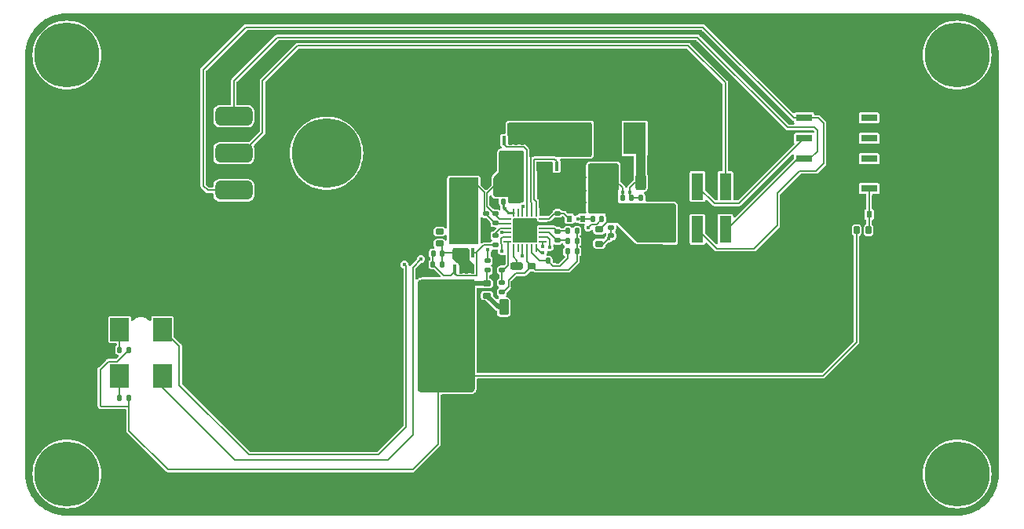
<source format=gtl>
%TF.GenerationSoftware,KiCad,Pcbnew,(6.0.11)*%
%TF.CreationDate,2023-07-06T01:04:48-04:00*%
%TF.ProjectId,RP_CHG_r01,52505f43-4847-45f7-9230-312e6b696361,rev?*%
%TF.SameCoordinates,Original*%
%TF.FileFunction,Copper,L1,Top*%
%TF.FilePolarity,Positive*%
%FSLAX46Y46*%
G04 Gerber Fmt 4.6, Leading zero omitted, Abs format (unit mm)*
G04 Created by KiCad (PCBNEW (6.0.11)) date 2023-07-06 01:04:48*
%MOMM*%
%LPD*%
G01*
G04 APERTURE LIST*
G04 Aperture macros list*
%AMRoundRect*
0 Rectangle with rounded corners*
0 $1 Rounding radius*
0 $2 $3 $4 $5 $6 $7 $8 $9 X,Y pos of 4 corners*
0 Add a 4 corners polygon primitive as box body*
4,1,4,$2,$3,$4,$5,$6,$7,$8,$9,$2,$3,0*
0 Add four circle primitives for the rounded corners*
1,1,$1+$1,$2,$3*
1,1,$1+$1,$4,$5*
1,1,$1+$1,$6,$7*
1,1,$1+$1,$8,$9*
0 Add four rect primitives between the rounded corners*
20,1,$1+$1,$2,$3,$4,$5,0*
20,1,$1+$1,$4,$5,$6,$7,0*
20,1,$1+$1,$6,$7,$8,$9,0*
20,1,$1+$1,$8,$9,$2,$3,0*%
%AMFreePoly0*
4,1,21,1.372500,0.787500,0.862500,0.787500,0.862500,0.532500,1.372500,0.532500,1.372500,0.127500,0.862500,0.127500,0.862500,-0.127500,1.372500,-0.127500,1.372500,-0.532500,0.862500,-0.532500,0.862500,-0.787500,1.372500,-0.787500,1.372500,-1.195000,0.612500,-1.195000,0.612500,-1.117500,-0.862500,-1.117500,-0.862500,1.117500,0.612500,1.117500,0.612500,1.195000,1.372500,1.195000,
1.372500,0.787500,1.372500,0.787500,$1*%
G04 Aperture macros list end*
%TA.AperFunction,SMDPad,CuDef*%
%ADD10RoundRect,0.062500X-0.375000X-0.062500X0.375000X-0.062500X0.375000X0.062500X-0.375000X0.062500X0*%
%TD*%
%TA.AperFunction,SMDPad,CuDef*%
%ADD11RoundRect,0.062500X-0.062500X-0.375000X0.062500X-0.375000X0.062500X0.375000X-0.062500X0.375000X0*%
%TD*%
%TA.AperFunction,SMDPad,CuDef*%
%ADD12R,2.500000X2.500000*%
%TD*%
%TA.AperFunction,SMDPad,CuDef*%
%ADD13RoundRect,0.750000X-1.250000X-0.750000X1.250000X-0.750000X1.250000X0.750000X-1.250000X0.750000X0*%
%TD*%
%TA.AperFunction,SMDPad,CuDef*%
%ADD14RoundRect,0.750000X-2.250000X-0.750000X2.250000X-0.750000X2.250000X0.750000X-2.250000X0.750000X0*%
%TD*%
%TA.AperFunction,ComponentPad*%
%ADD15C,14.000000*%
%TD*%
%TA.AperFunction,SMDPad,CuDef*%
%ADD16RoundRect,0.500000X1.500000X0.500000X-1.500000X0.500000X-1.500000X-0.500000X1.500000X-0.500000X0*%
%TD*%
%TA.AperFunction,SMDPad,CuDef*%
%ADD17RoundRect,0.135000X0.185000X-0.135000X0.185000X0.135000X-0.185000X0.135000X-0.185000X-0.135000X0*%
%TD*%
%TA.AperFunction,SMDPad,CuDef*%
%ADD18RoundRect,0.150000X0.150000X0.300000X-0.150000X0.300000X-0.150000X-0.300000X0.150000X-0.300000X0*%
%TD*%
%TA.AperFunction,SMDPad,CuDef*%
%ADD19RoundRect,0.135000X0.135000X0.185000X-0.135000X0.185000X-0.135000X-0.185000X0.135000X-0.185000X0*%
%TD*%
%TA.AperFunction,SMDPad,CuDef*%
%ADD20R,1.800000X0.800000*%
%TD*%
%TA.AperFunction,ComponentPad*%
%ADD21C,7.500000*%
%TD*%
%TA.AperFunction,SMDPad,CuDef*%
%ADD22R,0.600000X0.700000*%
%TD*%
%TA.AperFunction,SMDPad,CuDef*%
%ADD23R,2.000000X2.500000*%
%TD*%
%TA.AperFunction,SMDPad,CuDef*%
%ADD24R,1.270000X2.920000*%
%TD*%
%TA.AperFunction,SMDPad,CuDef*%
%ADD25R,3.430000X1.650000*%
%TD*%
%TA.AperFunction,SMDPad,CuDef*%
%ADD26FreePoly0,90.000000*%
%TD*%
%TA.AperFunction,SMDPad,CuDef*%
%ADD27R,0.405000X0.990000*%
%TD*%
%TA.AperFunction,SMDPad,CuDef*%
%ADD28RoundRect,0.250000X0.312500X0.625000X-0.312500X0.625000X-0.312500X-0.625000X0.312500X-0.625000X0*%
%TD*%
%TA.AperFunction,SMDPad,CuDef*%
%ADD29RoundRect,0.217391X-0.282609X-0.657609X0.282609X-0.657609X0.282609X0.657609X-0.282609X0.657609X0*%
%TD*%
%TA.AperFunction,ComponentPad*%
%ADD30C,7.000000*%
%TD*%
%TA.AperFunction,SMDPad,CuDef*%
%ADD31RoundRect,0.140000X-0.170000X0.140000X-0.170000X-0.140000X0.170000X-0.140000X0.170000X0.140000X0*%
%TD*%
%TA.AperFunction,SMDPad,CuDef*%
%ADD32RoundRect,0.140000X0.140000X0.170000X-0.140000X0.170000X-0.140000X-0.170000X0.140000X-0.170000X0*%
%TD*%
%TA.AperFunction,SMDPad,CuDef*%
%ADD33RoundRect,0.200000X-0.475000X0.200000X-0.475000X-0.200000X0.475000X-0.200000X0.475000X0.200000X0*%
%TD*%
%TA.AperFunction,SMDPad,CuDef*%
%ADD34RoundRect,0.217391X0.282609X0.657609X-0.282609X0.657609X-0.282609X-0.657609X0.282609X-0.657609X0*%
%TD*%
%TA.AperFunction,SMDPad,CuDef*%
%ADD35RoundRect,0.140000X0.170000X-0.140000X0.170000X0.140000X-0.170000X0.140000X-0.170000X-0.140000X0*%
%TD*%
%TA.AperFunction,SMDPad,CuDef*%
%ADD36RoundRect,0.175000X-0.275000X0.175000X-0.275000X-0.175000X0.275000X-0.175000X0.275000X0.175000X0*%
%TD*%
%TA.AperFunction,SMDPad,CuDef*%
%ADD37RoundRect,0.250000X-0.325000X-1.100000X0.325000X-1.100000X0.325000X1.100000X-0.325000X1.100000X0*%
%TD*%
%TA.AperFunction,SMDPad,CuDef*%
%ADD38RoundRect,0.135000X-0.135000X-0.185000X0.135000X-0.185000X0.135000X0.185000X-0.135000X0.185000X0*%
%TD*%
%TA.AperFunction,SMDPad,CuDef*%
%ADD39R,2.413000X3.429000*%
%TD*%
%TA.AperFunction,SMDPad,CuDef*%
%ADD40RoundRect,0.150000X-0.300000X0.150000X-0.300000X-0.150000X0.300000X-0.150000X0.300000X0.150000X0*%
%TD*%
%TA.AperFunction,SMDPad,CuDef*%
%ADD41RoundRect,0.140000X-0.140000X-0.170000X0.140000X-0.170000X0.140000X0.170000X-0.140000X0.170000X0*%
%TD*%
%TA.AperFunction,SMDPad,CuDef*%
%ADD42RoundRect,0.135000X-0.185000X0.135000X-0.185000X-0.135000X0.185000X-0.135000X0.185000X0.135000X0*%
%TD*%
%TA.AperFunction,SMDPad,CuDef*%
%ADD43FreePoly0,270.000000*%
%TD*%
%TA.AperFunction,SMDPad,CuDef*%
%ADD44RoundRect,0.250000X-0.312500X-0.625000X0.312500X-0.625000X0.312500X0.625000X-0.312500X0.625000X0*%
%TD*%
%TA.AperFunction,SMDPad,CuDef*%
%ADD45C,1.000000*%
%TD*%
%TA.AperFunction,SMDPad,CuDef*%
%ADD46RoundRect,0.150000X0.300000X-0.150000X0.300000X0.150000X-0.300000X0.150000X-0.300000X-0.150000X0*%
%TD*%
%TA.AperFunction,ViaPad*%
%ADD47C,0.450000*%
%TD*%
%TA.AperFunction,ViaPad*%
%ADD48C,0.800000*%
%TD*%
%TA.AperFunction,ViaPad*%
%ADD49C,0.600000*%
%TD*%
%TA.AperFunction,Conductor*%
%ADD50C,0.200000*%
%TD*%
%TA.AperFunction,Conductor*%
%ADD51C,0.150000*%
%TD*%
%TA.AperFunction,Conductor*%
%ADD52C,0.300000*%
%TD*%
%TA.AperFunction,Conductor*%
%ADD53C,0.250000*%
%TD*%
%TA.AperFunction,Conductor*%
%ADD54C,1.000000*%
%TD*%
%TA.AperFunction,Conductor*%
%ADD55C,0.500000*%
%TD*%
G04 APERTURE END LIST*
D10*
%TO.P,U1,1,ACN*%
%TO.N,ACN*%
X79520000Y-60045000D03*
%TO.P,U1,2,ACP*%
%TO.N,ACP*%
X79520000Y-60545000D03*
%TO.P,U1,3,~{ACDRV}*%
%TO.N,~{ACDRV}*%
X79520000Y-61045000D03*
%TO.P,U1,4,CE*%
%TO.N,CE*%
X79520000Y-61545000D03*
%TO.P,U1,5,STAT1*%
%TO.N,STAT1*%
X79520000Y-62045000D03*
%TO.P,U1,6,TS*%
%TO.N,TS*%
X79520000Y-62545000D03*
D11*
%TO.P,U1,7,TTC*%
%TO.N,Net-(C4-Pad1)*%
X80207500Y-63232500D03*
%TO.P,U1,8,~{PG}*%
%TO.N,~{PG}*%
X80707500Y-63232500D03*
%TO.P,U1,9,STAT2*%
%TO.N,STAT2*%
X81207500Y-63232500D03*
%TO.P,U1,10,VREF*%
%TO.N,VREF*%
X81707500Y-63232500D03*
%TO.P,U1,11,ISET1*%
%TO.N,ISET1*%
X82207500Y-63232500D03*
%TO.P,U1,12,VFB*%
%TO.N,VFB*%
X82707500Y-63232500D03*
D10*
%TO.P,U1,13,SRN*%
%TO.N,PACK+*%
X83395000Y-62545000D03*
%TO.P,U1,14,SRP*%
%TO.N,SRP*%
X83395000Y-62045000D03*
%TO.P,U1,15,ISET2*%
%TO.N,ISET2*%
X83395000Y-61545000D03*
%TO.P,U1,16,ACSET*%
%TO.N,ACSET*%
X83395000Y-61045000D03*
%TO.P,U1,17,GND*%
%TO.N,EP*%
X83395000Y-60545000D03*
%TO.P,U1,18,REGN*%
%TO.N,/REGN*%
X83395000Y-60045000D03*
D11*
%TO.P,U1,19,LODRV*%
%TO.N,LODRV*%
X82707500Y-59357500D03*
%TO.P,U1,20,PH*%
%TO.N,PH*%
X82207500Y-59357500D03*
%TO.P,U1,21,HIDRV*%
%TO.N,HIDRV*%
X81707500Y-59357500D03*
%TO.P,U1,22,BTST*%
%TO.N,/BTST*%
X81207500Y-59357500D03*
%TO.P,U1,23,~{BATDRV}*%
%TO.N,unconnected-(U1-Pad23)*%
X80707500Y-59357500D03*
%TO.P,U1,24,VCC*%
%TO.N,CHG_VCC*%
X80207500Y-59357500D03*
D12*
%TO.P,U1,25,EP*%
%TO.N,EP*%
X81457500Y-61295000D03*
%TD*%
D13*
%TO.P,J1,1*%
%TO.N,CHG_IN+*%
X72070000Y-76975000D03*
D14*
%TO.P,J1,2*%
%TO.N,EP*%
X51070000Y-76975000D03*
D15*
X60070000Y-76975000D03*
%TD*%
D16*
%TO.P,SW1,1,A*%
%TO.N,2P*%
X50070000Y-56975000D03*
%TO.P,SW1,2,B*%
%TO.N,PWR_SW*%
X50070000Y-52975000D03*
%TO.P,SW1,3,C*%
%TO.N,PWR_SW_GND*%
X50070000Y-48975000D03*
%TD*%
D17*
%TO.P,R12,1*%
%TO.N,CHG_IN+*%
X77470000Y-65585000D03*
%TO.P,R12,2*%
%TO.N,CE*%
X77470000Y-64565000D03*
%TD*%
D18*
%TO.P,R3,1*%
%TO.N,Net-(D3-Pad1)*%
X118520000Y-61275000D03*
%TO.P,R3,2*%
%TO.N,CHG_IN+*%
X117220000Y-61275000D03*
%TD*%
D19*
%TO.P,R2,1*%
%TO.N,CHG_IN+*%
X38780000Y-79375000D03*
%TO.P,R2,2*%
%TO.N,Net-(D2-Pad2)*%
X37760000Y-79375000D03*
%TD*%
%TO.P,R1,1*%
%TO.N,CHG_IN+*%
X38780000Y-74175000D03*
%TO.P,R1,2*%
%TO.N,Net-(D1-Pad2)*%
X37760000Y-74175000D03*
%TD*%
D20*
%TO.P,K1,1*%
%TO.N,Net-(D3-Pad1)*%
X118570000Y-56775000D03*
%TO.P,K1,2*%
%TO.N,unconnected-(K1-Pad2)*%
X118570000Y-53575000D03*
%TO.P,K1,3*%
%TO.N,unconnected-(K1-Pad3)*%
X118570000Y-51375000D03*
%TO.P,K1,4*%
%TO.N,unconnected-(K1-Pad4)*%
X118570000Y-49175000D03*
%TO.P,K1,5*%
%TO.N,2P*%
X111570000Y-49175000D03*
%TO.P,K1,6*%
%TO.N,CHG*%
X111570000Y-51375000D03*
%TO.P,K1,7*%
%TO.N,PWR_SW_GND*%
X111570000Y-53575000D03*
%TO.P,K1,8*%
%TO.N,EP*%
X111570000Y-56775000D03*
%TD*%
D21*
%TO.P,H5,1,1*%
%TO.N,CASE*%
X60070000Y-52975000D03*
%TD*%
D22*
%TO.P,D3,1,K*%
%TO.N,Net-(D3-Pad1)*%
X118570000Y-59575000D03*
%TO.P,D3,2,A*%
%TO.N,EP*%
X117170000Y-59575000D03*
%TD*%
D23*
%TO.P,D2,1,K*%
%TO.N,STAT1*%
X42370000Y-76975000D03*
%TO.P,D2,2,A*%
%TO.N,Net-(D2-Pad2)*%
X37770000Y-76975000D03*
%TD*%
%TO.P,D1,1,K*%
%TO.N,STAT2*%
X42370000Y-71975000D03*
%TO.P,D1,2,A*%
%TO.N,Net-(D1-Pad2)*%
X37770000Y-71975000D03*
%TD*%
D24*
%TO.P,J2,1,Pin_1*%
%TO.N,PWR_SW_GND*%
X103070000Y-61190000D03*
%TO.P,J2,2,Pin_2*%
%TO.N,2P*%
X100070000Y-61190000D03*
%TO.P,J2,3,Pin_3*%
%TO.N,PACK+*%
X97070000Y-61190000D03*
%TO.P,J2,4,Pin_4*%
%TO.N,PWR_SW*%
X103070000Y-56560000D03*
%TO.P,J2,5,Pin_5*%
%TO.N,CHG*%
X100070000Y-56560000D03*
%TO.P,J2,6,Pin_6*%
%TO.N,EP*%
X97070000Y-56560000D03*
D25*
%TO.P,J2,MP,MountPin*%
X106955000Y-66660000D03*
X93185000Y-66660000D03*
%TD*%
D26*
%TO.P,Q4,5,D*%
%TO.N,PH*%
X83893752Y-52410000D03*
D27*
%TO.P,Q4,4,G*%
%TO.N,LODRV*%
X84883752Y-54402500D03*
%TO.P,Q4,3,S*%
%TO.N,EP*%
X84223752Y-54402500D03*
%TO.P,Q4,2,S*%
X83563752Y-54402500D03*
%TO.P,Q4,1,S*%
X82903752Y-54402500D03*
%TD*%
D28*
%TO.P,R17,2*%
%TO.N,ACP*%
X75826250Y-56518750D03*
%TO.P,R17,1*%
%TO.N,ACN*%
X78751250Y-56518750D03*
%TD*%
D19*
%TO.P,R8,2*%
%TO.N,ISET2*%
X86060000Y-62475000D03*
%TO.P,R8,1*%
%TO.N,VREF*%
X87080000Y-62475000D03*
%TD*%
D29*
%TO.P,C2,2*%
%TO.N,EP*%
X81985909Y-69575000D03*
%TO.P,C2,1*%
%TO.N,Net-(C2-Pad1)*%
X79185909Y-69575000D03*
%TD*%
D17*
%TO.P,R4,2*%
%TO.N,TS*%
X78982500Y-66952500D03*
%TO.P,R4,1*%
%TO.N,VREF*%
X78982500Y-67972500D03*
%TD*%
%TO.P,R20,2*%
%TO.N,VFB*%
X90770000Y-61865000D03*
%TO.P,R20,1*%
%TO.N,EP*%
X90770000Y-62885000D03*
%TD*%
D30*
%TO.P,H4,1,1*%
%TO.N,CASE*%
X128070000Y-42375000D03*
%TD*%
D26*
%TO.P,Q2,5,D*%
%TO.N,ACP*%
X74870000Y-61740000D03*
D27*
%TO.P,Q2,4,G*%
%TO.N,Net-(C3-Pad2)*%
X75860000Y-63732500D03*
%TO.P,Q2,3,S*%
%TO.N,Net-(C3-Pad1)*%
X75200000Y-63732500D03*
%TO.P,Q2,2,S*%
X74540000Y-63732500D03*
%TO.P,Q2,1,S*%
X73880000Y-63732500D03*
%TD*%
D19*
%TO.P,R10,2*%
%TO.N,ISET1*%
X86060000Y-63575000D03*
%TO.P,R10,1*%
%TO.N,VREF*%
X87080000Y-63575000D03*
%TD*%
D31*
%TO.P,C8,2*%
%TO.N,ACP*%
X78270000Y-60455000D03*
%TO.P,C8,1*%
%TO.N,ACN*%
X78270000Y-59495000D03*
%TD*%
D32*
%TO.P,C6,2*%
%TO.N,/BTST*%
X88790000Y-60075000D03*
%TO.P,C6,1*%
%TO.N,PH*%
X89750000Y-60075000D03*
%TD*%
D17*
%TO.P,R15,2*%
%TO.N,~{ACDRV}*%
X78270000Y-61865000D03*
%TO.P,R15,1*%
%TO.N,Net-(C3-Pad2)*%
X78270000Y-62885000D03*
%TD*%
D33*
%TO.P,C4,2*%
%TO.N,EP*%
X80607500Y-67082500D03*
%TO.P,C4,1*%
%TO.N,Net-(C4-Pad1)*%
X80607500Y-65182500D03*
%TD*%
D30*
%TO.P,H1,1,1*%
%TO.N,CASE*%
X32070000Y-42375000D03*
%TD*%
D34*
%TO.P,C13,2*%
%TO.N,EP*%
X86570000Y-58175000D03*
%TO.P,C13,1*%
%TO.N,PACK+*%
X89370000Y-58175000D03*
%TD*%
D17*
%TO.P,R5,2*%
%TO.N,EP*%
X78982500Y-64552500D03*
%TO.P,R5,1*%
%TO.N,TS*%
X78982500Y-65572500D03*
%TD*%
D35*
%TO.P,C7,2*%
%TO.N,EP*%
X84970000Y-58495000D03*
%TO.P,C7,1*%
%TO.N,/REGN*%
X84970000Y-59455000D03*
%TD*%
D32*
%TO.P,C3,2*%
%TO.N,Net-(C3-Pad2)*%
X71577500Y-63775000D03*
%TO.P,C3,1*%
%TO.N,Net-(C3-Pad1)*%
X72537500Y-63775000D03*
%TD*%
D36*
%TO.P,C15,2*%
%TO.N,VFB*%
X89470000Y-62750000D03*
%TO.P,C15,1*%
%TO.N,PACK+*%
X89470000Y-61200000D03*
%TD*%
D35*
%TO.P,C5,2*%
%TO.N,ACP*%
X77270000Y-59495000D03*
%TO.P,C5,1*%
%TO.N,EP*%
X77270000Y-60455000D03*
%TD*%
D37*
%TO.P,C10,2*%
%TO.N,EP*%
X83568752Y-56932500D03*
%TO.P,C10,1*%
%TO.N,ACN*%
X80618752Y-56932500D03*
%TD*%
D38*
%TO.P,R11,2*%
%TO.N,EP*%
X84980000Y-64575000D03*
%TO.P,R11,1*%
%TO.N,ISET1*%
X83960000Y-64575000D03*
%TD*%
D34*
%TO.P,C14,2*%
%TO.N,EP*%
X86570000Y-55975000D03*
%TO.P,C14,1*%
%TO.N,PACK+*%
X89370000Y-55975000D03*
%TD*%
D39*
%TO.P,L1,2,2*%
%TO.N,PH*%
X87449000Y-51375000D03*
%TO.P,L1,1,1*%
%TO.N,SRP*%
X93291000Y-51375000D03*
%TD*%
D40*
%TO.P,R13,2*%
%TO.N,Net-(C2-Pad1)*%
X77370000Y-68325000D03*
%TO.P,R13,1*%
%TO.N,CHG_IN+*%
X77370000Y-67025000D03*
%TD*%
D17*
%TO.P,R19,2*%
%TO.N,PACK+*%
X90770000Y-59965000D03*
%TO.P,R19,1*%
%TO.N,VFB*%
X90770000Y-60985000D03*
%TD*%
D41*
%TO.P,C11,1*%
%TO.N,SRP*%
X93990000Y-57775000D03*
%TO.P,C11,2*%
%TO.N,EP*%
X94950000Y-57775000D03*
%TD*%
D19*
%TO.P,R14,2*%
%TO.N,Net-(C3-Pad2)*%
X71547500Y-64975000D03*
%TO.P,R14,1*%
%TO.N,Net-(C3-Pad1)*%
X72567500Y-64975000D03*
%TD*%
D42*
%TO.P,R9,2*%
%TO.N,EP*%
X84970000Y-63385000D03*
%TO.P,R9,1*%
%TO.N,ISET2*%
X84970000Y-62365000D03*
%TD*%
D36*
%TO.P,C1,2*%
%TO.N,EP*%
X82207500Y-66707500D03*
%TO.P,C1,1*%
%TO.N,VREF*%
X82207500Y-65157500D03*
%TD*%
D30*
%TO.P,H3,1,1*%
%TO.N,CASE*%
X128070000Y-87575000D03*
%TD*%
D43*
%TO.P,Q3,5,D*%
%TO.N,ACN*%
X80193752Y-53567500D03*
D27*
%TO.P,Q3,4,G*%
%TO.N,HIDRV*%
X79203752Y-51575000D03*
%TO.P,Q3,3,S*%
%TO.N,PH*%
X79863752Y-51575000D03*
%TO.P,Q3,2,S*%
X80523752Y-51575000D03*
%TO.P,Q3,1,S*%
X81183752Y-51575000D03*
%TD*%
D44*
%TO.P,R18,2*%
%TO.N,SRP*%
X93932500Y-56075000D03*
%TO.P,R18,1*%
%TO.N,PACK+*%
X91007500Y-56075000D03*
%TD*%
D41*
%TO.P,C12,2*%
%TO.N,SRP*%
X92950000Y-57775000D03*
%TO.P,C12,1*%
%TO.N,PACK+*%
X91990000Y-57775000D03*
%TD*%
D43*
%TO.P,Q1,5,D*%
%TO.N,CHG_IN+*%
X74870000Y-67465000D03*
D27*
%TO.P,Q1,4,G*%
%TO.N,Net-(C3-Pad2)*%
X73880000Y-65472500D03*
%TO.P,Q1,3,S*%
%TO.N,Net-(C3-Pad1)*%
X74540000Y-65472500D03*
%TO.P,Q1,2,S*%
X75200000Y-65472500D03*
%TO.P,Q1,1,S*%
X75860000Y-65472500D03*
%TD*%
D19*
%TO.P,R6,2*%
%TO.N,ACSET*%
X86060000Y-61375000D03*
%TO.P,R6,1*%
%TO.N,VREF*%
X87080000Y-61375000D03*
%TD*%
D17*
%TO.P,R7,2*%
%TO.N,EP*%
X84970000Y-60365000D03*
%TO.P,R7,1*%
%TO.N,ACSET*%
X84970000Y-61385000D03*
%TD*%
D32*
%TO.P,C9,2*%
%TO.N,EP*%
X78190000Y-58175000D03*
%TO.P,C9,1*%
%TO.N,CHG_VCC*%
X79150000Y-58175000D03*
%TD*%
D45*
%TO.P,TP1,1,1*%
%TO.N,CHG_IN+*%
X74870000Y-70175000D03*
%TD*%
D46*
%TO.P,R16,2*%
%TO.N,CHG_VCC*%
X72270000Y-61425000D03*
%TO.P,R16,1*%
%TO.N,Net-(C3-Pad1)*%
X72270000Y-62725000D03*
%TD*%
D30*
%TO.P,H2,1,1*%
%TO.N,CASE*%
X32070000Y-87575000D03*
%TD*%
D22*
%TO.P,D4,2,A*%
%TO.N,/REGN*%
X86270000Y-60032500D03*
%TO.P,D4,1,K*%
%TO.N,/BTST*%
X87670000Y-60032500D03*
%TD*%
D47*
%TO.N,PH*%
X85670000Y-53125000D03*
%TO.N,/BTST*%
X81220000Y-58675000D03*
%TO.N,EP*%
X81470000Y-61275000D03*
X80570000Y-62175000D03*
X82370000Y-62175000D03*
X82370000Y-60375000D03*
X80570000Y-60375000D03*
D48*
X97070000Y-53975000D03*
X111070000Y-57975000D03*
X108070000Y-64975000D03*
X110070000Y-64975000D03*
X110070000Y-66975000D03*
X110070000Y-68975000D03*
X108070000Y-68975000D03*
X105070000Y-68975000D03*
X103070000Y-68975000D03*
X103070000Y-66975000D03*
X103070000Y-64975000D03*
X105070000Y-64975000D03*
X95070000Y-68975000D03*
X97070000Y-68975000D03*
X97070000Y-66975000D03*
X97070000Y-64975000D03*
X95070000Y-64975000D03*
X92070000Y-64975000D03*
X92070000Y-68975000D03*
X90070000Y-68975000D03*
X90070000Y-66975000D03*
X90070000Y-64975000D03*
D47*
%TO.N,CE*%
X77470000Y-63375000D03*
%TO.N,EP*%
X69170000Y-63675000D03*
%TO.N,STAT1*%
X70270000Y-64375000D03*
%TO.N,STAT2*%
X68470000Y-64975000D03*
%TO.N,EP*%
X90770000Y-63475000D03*
X87870000Y-61675000D03*
%TO.N,STAT2*%
X81170000Y-64075000D03*
D48*
%TO.N,EP*%
X95370000Y-55375000D03*
X95370000Y-56775000D03*
D47*
X80607500Y-66532500D03*
X78982500Y-64832500D03*
D48*
X85670000Y-57975000D03*
X87670000Y-58325000D03*
D47*
X78070000Y-58575000D03*
X84200000Y-60545000D03*
D48*
X86870000Y-48575000D03*
D47*
X82207500Y-66232500D03*
D48*
X89470000Y-48575000D03*
X84670000Y-56175000D03*
X91170000Y-48575000D03*
X89470000Y-51675000D03*
D47*
X84270000Y-58875000D03*
X84970000Y-63975000D03*
D48*
X87670000Y-57025000D03*
X89470000Y-53175000D03*
D47*
X83470000Y-59475000D03*
D48*
X84670000Y-57375000D03*
D47*
X83470000Y-58875000D03*
X84270000Y-63875000D03*
D48*
X91170000Y-50075000D03*
X85670000Y-56775000D03*
X87670000Y-54175000D03*
X85670000Y-55475000D03*
X91170000Y-53175000D03*
X91170000Y-51675000D03*
X87670000Y-55575000D03*
X77270000Y-61275000D03*
X93970000Y-48575000D03*
X89470000Y-50075000D03*
D49*
X81185909Y-69575000D03*
D47*
%TO.N,PACK+*%
X83395000Y-63020000D03*
X91990000Y-57155000D03*
%TO.N,CE*%
X78995000Y-61545000D03*
%TO.N,CHG_VCC*%
X79270000Y-58975000D03*
X72270000Y-61475000D03*
%TO.N,PH*%
X88270000Y-60975000D03*
%TO.N,/BTST*%
X87170000Y-60075000D03*
%TO.N,SRP*%
X84107500Y-63132500D03*
X92770000Y-57175000D03*
%TO.N,VFB*%
X90465000Y-62170000D03*
X83407500Y-63732500D03*
%TO.N,STAT1*%
X78982500Y-63562500D03*
%TD*%
D50*
%TO.N,STAT2*%
X68670000Y-65175000D02*
X68470000Y-64975000D01*
X44170000Y-77975000D02*
X51670000Y-85475000D01*
X65670000Y-85475000D02*
X68670000Y-82475000D01*
X44170000Y-73775000D02*
X44170000Y-77975000D01*
X51670000Y-85475000D02*
X65670000Y-85475000D01*
X68670000Y-82475000D02*
X68670000Y-65175000D01*
X42370000Y-71975000D02*
X44170000Y-73775000D01*
%TO.N,STAT1*%
X69370000Y-83375000D02*
X69370000Y-65275000D01*
X69370000Y-65275000D02*
X70270000Y-64375000D01*
X50170000Y-86075000D02*
X66670000Y-86075000D01*
X66670000Y-86075000D02*
X69370000Y-83375000D01*
X42370000Y-78275000D02*
X50170000Y-86075000D01*
X42370000Y-76975000D02*
X42370000Y-78275000D01*
%TO.N,CHG_IN+*%
X35670000Y-80175000D02*
X35670000Y-76325000D01*
X35760000Y-80265000D02*
X35670000Y-80175000D01*
X37480000Y-75475000D02*
X38780000Y-74175000D01*
X38780000Y-80265000D02*
X35760000Y-80265000D01*
X35670000Y-76325000D02*
X36520000Y-75475000D01*
X36520000Y-75475000D02*
X37480000Y-75475000D01*
D51*
%TO.N,/BTST*%
X81207500Y-58687500D02*
X81207500Y-59357500D01*
X81220000Y-58675000D02*
X81207500Y-58687500D01*
%TO.N,PH*%
X82570000Y-52410000D02*
X83893752Y-52410000D01*
X82070000Y-58225000D02*
X82070000Y-52910000D01*
X82207500Y-58362500D02*
X82070000Y-58225000D01*
X82070000Y-52910000D02*
X82570000Y-52410000D01*
X82207500Y-58437500D02*
X82207500Y-58362500D01*
%TO.N,LODRV*%
X82470000Y-57950000D02*
X82707500Y-58187500D01*
X82470000Y-53610000D02*
X82470000Y-57950000D01*
X84682500Y-53597500D02*
X82482500Y-53597500D01*
X82482500Y-53597500D02*
X82470000Y-53610000D01*
X84883752Y-53798752D02*
X84682500Y-53597500D01*
X84883752Y-54402500D02*
X84883752Y-53798752D01*
X82707500Y-58187500D02*
X82707500Y-59357500D01*
%TO.N,HIDRV*%
X79203752Y-52062500D02*
X79203752Y-51575000D01*
X79438752Y-52297500D02*
X79203752Y-52062500D01*
X81353752Y-52297500D02*
X79438752Y-52297500D01*
X81707500Y-58460748D02*
X81670000Y-58423248D01*
X81670000Y-58423248D02*
X81670000Y-52613748D01*
X81707500Y-59357500D02*
X81707500Y-58460748D01*
X81670000Y-52613748D02*
X81353752Y-52297500D01*
%TO.N,VFB*%
X90770000Y-61865000D02*
X90465000Y-62170000D01*
X90465000Y-62170000D02*
X89885000Y-62750000D01*
X89885000Y-62750000D02*
X89470000Y-62750000D01*
D50*
%TO.N,EP*%
X82400000Y-60545000D02*
X82207500Y-60545000D01*
D51*
%TO.N,CHG_IN+*%
X77370000Y-65685000D02*
X77470000Y-65585000D01*
X77370000Y-67025000D02*
X77370000Y-65685000D01*
%TO.N,CE*%
X77470000Y-63375000D02*
X77470000Y-64565000D01*
%TO.N,Net-(C3-Pad2)*%
X77060000Y-62885000D02*
X76212500Y-63732500D01*
X78270000Y-62885000D02*
X77060000Y-62885000D01*
X76212500Y-63732500D02*
X75860000Y-63732500D01*
%TO.N,STAT2*%
X81207500Y-64037500D02*
X81170000Y-64075000D01*
X81207500Y-63232500D02*
X81207500Y-64037500D01*
D50*
%TO.N,PWR_SW*%
X99070000Y-41375000D02*
X103070000Y-45375000D01*
X56970000Y-41375000D02*
X99070000Y-41375000D01*
X53170000Y-45175000D02*
X56970000Y-41375000D01*
X103070000Y-45375000D02*
X103070000Y-56560000D01*
X53170000Y-50775000D02*
X53170000Y-45175000D01*
X50970000Y-52975000D02*
X53170000Y-50775000D01*
X50070000Y-52975000D02*
X50970000Y-52975000D01*
%TO.N,2P*%
X47270000Y-56975000D02*
X50070000Y-56975000D01*
X46770000Y-56475000D02*
X47270000Y-56975000D01*
X46770000Y-43975000D02*
X46770000Y-56475000D01*
X51370000Y-39375000D02*
X46770000Y-43975000D01*
X100670000Y-39375000D02*
X51370000Y-39375000D01*
X110470000Y-49175000D02*
X100670000Y-39375000D01*
X111570000Y-49175000D02*
X110470000Y-49175000D01*
%TO.N,PWR_SW_GND*%
X112170000Y-53575000D02*
X111570000Y-53575000D01*
X112970000Y-50475000D02*
X112970000Y-52775000D01*
X112670000Y-50175000D02*
X112970000Y-50475000D01*
X109770000Y-50175000D02*
X112670000Y-50175000D01*
X100070000Y-40475000D02*
X109770000Y-50175000D01*
X54770000Y-40475000D02*
X100070000Y-40475000D01*
X50070000Y-45175000D02*
X54770000Y-40475000D01*
X112970000Y-52775000D02*
X112170000Y-53575000D01*
X50070000Y-48975000D02*
X50070000Y-45175000D01*
%TO.N,Net-(D1-Pad2)*%
X37770000Y-74165000D02*
X37770000Y-71975000D01*
%TO.N,CHG_IN+*%
X38780000Y-80265000D02*
X38780000Y-79375000D01*
X38780000Y-82885000D02*
X38780000Y-80265000D01*
%TO.N,Net-(D2-Pad2)*%
X37770000Y-79365000D02*
X37770000Y-76975000D01*
X37760000Y-79375000D02*
X37770000Y-79365000D01*
%TO.N,CHG_IN+*%
X69370000Y-87075000D02*
X42970000Y-87075000D01*
X72070000Y-84375000D02*
X69370000Y-87075000D01*
X42970000Y-87075000D02*
X38780000Y-82885000D01*
X72070000Y-76975000D02*
X72070000Y-84375000D01*
X113570000Y-76975000D02*
X72070000Y-76975000D01*
X117220000Y-73325000D02*
X113570000Y-76975000D01*
X117220000Y-61275000D02*
X117220000Y-73325000D01*
%TO.N,EP*%
X114370000Y-59575000D02*
X111570000Y-56775000D01*
X117170000Y-59575000D02*
X114370000Y-59575000D01*
%TO.N,Net-(D3-Pad1)*%
X118570000Y-56775000D02*
X118570000Y-61225000D01*
X118570000Y-61225000D02*
X118520000Y-61275000D01*
%TO.N,2P*%
X113070000Y-49175000D02*
X111570000Y-49175000D01*
X113670000Y-49775000D02*
X113070000Y-49175000D01*
X113670000Y-54075000D02*
X113670000Y-49775000D01*
X112870000Y-54875000D02*
X113670000Y-54075000D01*
X111070000Y-54875000D02*
X112870000Y-54875000D01*
X108670000Y-57275000D02*
X111070000Y-54875000D01*
X108670000Y-60775000D02*
X108670000Y-57275000D01*
X106170000Y-63275000D02*
X108670000Y-60775000D01*
X102155000Y-63275000D02*
X106170000Y-63275000D01*
X100070000Y-61190000D02*
X102155000Y-63275000D01*
%TO.N,CHG*%
X101885000Y-58375000D02*
X104570000Y-58375000D01*
X100070000Y-56560000D02*
X101885000Y-58375000D01*
X104570000Y-58375000D02*
X111570000Y-51375000D01*
%TO.N,PWR_SW_GND*%
X103255000Y-61190000D02*
X110870000Y-53575000D01*
X110870000Y-53575000D02*
X111570000Y-53575000D01*
X103070000Y-61190000D02*
X103255000Y-61190000D01*
D51*
%TO.N,VREF*%
X82625000Y-65575000D02*
X86151252Y-65575000D01*
X87080000Y-64646252D02*
X87080000Y-61375000D01*
X82207500Y-65157500D02*
X82625000Y-65575000D01*
X86151252Y-65575000D02*
X87080000Y-64646252D01*
D52*
%TO.N,EP*%
X84980000Y-64575000D02*
X84980000Y-63985000D01*
X84970000Y-63385000D02*
X84970000Y-63975000D01*
X84270000Y-63875000D02*
X84870000Y-63875000D01*
D53*
X78190000Y-58455000D02*
X78190000Y-58175000D01*
X84835000Y-60545000D02*
X85007500Y-60372500D01*
X78070000Y-58575000D02*
X78190000Y-58455000D01*
D50*
X83395000Y-60545000D02*
X82400000Y-60545000D01*
D54*
X81985909Y-69575000D02*
X81185909Y-69575000D01*
D52*
X84980000Y-63985000D02*
X84970000Y-63975000D01*
D53*
X84200000Y-60545000D02*
X83395000Y-60545000D01*
X84200000Y-60545000D02*
X84835000Y-60545000D01*
D52*
X84870000Y-63875000D02*
X84970000Y-63975000D01*
D55*
%TO.N,Net-(C2-Pad1)*%
X77370000Y-68325000D02*
X78620000Y-69575000D01*
X78620000Y-69575000D02*
X79185909Y-69575000D01*
%TO.N,CHG_IN+*%
X77370000Y-67025000D02*
X75310000Y-67025000D01*
X75310000Y-67025000D02*
X74870000Y-67465000D01*
D51*
%TO.N,Net-(C3-Pad1)*%
X72635000Y-63732500D02*
X72435000Y-63932500D01*
X72567500Y-64975000D02*
X72510000Y-64917500D01*
X73880000Y-63732500D02*
X72635000Y-63732500D01*
X72510000Y-64917500D02*
X72510000Y-62532500D01*
%TO.N,Net-(C3-Pad2)*%
X76287500Y-63780000D02*
X76240000Y-63732500D01*
X72705000Y-66132500D02*
X71547500Y-64975000D01*
X73880000Y-65960000D02*
X74112500Y-66192500D01*
X76287500Y-66192500D02*
X76287500Y-63780000D01*
X76240000Y-63732500D02*
X75860000Y-63732500D01*
X71547500Y-64975000D02*
X71547500Y-63805000D01*
X74112500Y-66192500D02*
X76287500Y-66192500D01*
X71547500Y-63805000D02*
X71577500Y-63775000D01*
X73880000Y-65472500D02*
X73880000Y-65712500D01*
X73460000Y-66132500D02*
X72705000Y-66132500D01*
X73880000Y-65712500D02*
X73460000Y-66132500D01*
X73880000Y-65472500D02*
X73880000Y-65960000D01*
%TO.N,Net-(C4-Pad1)*%
X80607500Y-64532500D02*
X80207500Y-64132500D01*
X80207500Y-64132500D02*
X80207500Y-63232500D01*
X80607500Y-65182500D02*
X80607500Y-64532500D01*
%TO.N,PACK+*%
X83395000Y-63020000D02*
X83395000Y-62545000D01*
X91990000Y-56695000D02*
X91990000Y-57155000D01*
X89535000Y-61200000D02*
X89470000Y-61200000D01*
X91007500Y-56075000D02*
X91370000Y-56075000D01*
X91370000Y-56075000D02*
X91990000Y-56695000D01*
X90770000Y-59965000D02*
X89535000Y-61200000D01*
X91990000Y-57155000D02*
X91990000Y-57775000D01*
%TO.N,CE*%
X78995000Y-61545000D02*
X79520000Y-61545000D01*
%TO.N,ACP*%
X78260000Y-60545000D02*
X79520000Y-60545000D01*
X75826250Y-56518750D02*
X76413750Y-56518750D01*
X77070000Y-59295000D02*
X77270000Y-59495000D01*
X76413750Y-56518750D02*
X77070000Y-57175000D01*
X77070000Y-57175000D02*
X77070000Y-59295000D01*
X77270000Y-59495000D02*
X77270000Y-59555000D01*
X77270000Y-59555000D02*
X78260000Y-60545000D01*
%TO.N,VREF*%
X79707500Y-67387500D02*
X79707500Y-66706459D01*
X79707500Y-66706459D02*
X80481459Y-65932500D01*
X81432500Y-65932500D02*
X82207500Y-65157500D01*
X78982500Y-68112500D02*
X79707500Y-67387500D01*
X80481459Y-65932500D02*
X81432500Y-65932500D01*
X81707500Y-64657500D02*
X82207500Y-65157500D01*
X81707500Y-63232500D02*
X81707500Y-64657500D01*
%TO.N,ACN*%
X78740000Y-60045000D02*
X77370000Y-58675000D01*
X79520000Y-60045000D02*
X78740000Y-60045000D01*
X77370000Y-57275000D02*
X78126250Y-56518750D01*
X77370000Y-58675000D02*
X77370000Y-57275000D01*
X78751250Y-56836250D02*
X78751250Y-56518750D01*
X78126250Y-56518750D02*
X78751250Y-56518750D01*
D53*
%TO.N,CHG_VCC*%
X79270000Y-58975000D02*
X79150000Y-58855000D01*
X80207500Y-59357500D02*
X79652500Y-59357500D01*
X79150000Y-58855000D02*
X79150000Y-58175000D01*
X79652500Y-59357500D02*
X79270000Y-58975000D01*
D51*
%TO.N,/REGN*%
X84075000Y-60045000D02*
X84665000Y-59455000D01*
X84665000Y-59455000D02*
X85692500Y-59455000D01*
X85692500Y-59455000D02*
X86270000Y-60032500D01*
X83395000Y-60045000D02*
X84075000Y-60045000D01*
%TO.N,PH*%
X89200000Y-60625000D02*
X88620000Y-60625000D01*
X82207500Y-59357500D02*
X82207500Y-58437500D01*
X88620000Y-60625000D02*
X88270000Y-60975000D01*
X89750000Y-60075000D02*
X89200000Y-60625000D01*
%TO.N,/BTST*%
X87170000Y-60075000D02*
X87212500Y-60032500D01*
X88790000Y-60075000D02*
X87170000Y-60075000D01*
X87212500Y-60032500D02*
X87670000Y-60032500D01*
%TO.N,SRP*%
X92770000Y-57595000D02*
X92950000Y-57775000D01*
X92950000Y-57775000D02*
X93990000Y-57775000D01*
X83907500Y-62032500D02*
X83407500Y-62032500D01*
X92770000Y-57175000D02*
X92770000Y-57595000D01*
D54*
X93932500Y-52016500D02*
X93291000Y-51375000D01*
D51*
X84107500Y-62232500D02*
X83907500Y-62032500D01*
X93932500Y-56075000D02*
X93370000Y-56075000D01*
X92770000Y-56675000D02*
X92770000Y-57175000D01*
X84107500Y-63132500D02*
X84107500Y-62232500D01*
D54*
X93932500Y-56075000D02*
X93932500Y-52016500D01*
D51*
X93370000Y-56075000D02*
X92770000Y-56675000D01*
X83407500Y-62032500D02*
X83395000Y-62045000D01*
%TO.N,VFB*%
X83207500Y-63732500D02*
X82707500Y-63232500D01*
X90770000Y-60985000D02*
X90770000Y-61865000D01*
X83407500Y-63732500D02*
X83207500Y-63732500D01*
%TO.N,STAT1*%
X78956180Y-63536180D02*
X78956180Y-62825266D01*
X78956180Y-62825266D02*
X78857500Y-62726586D01*
X79035457Y-62045000D02*
X79520000Y-62045000D01*
X78857500Y-62726586D02*
X78857500Y-62222957D01*
X78857500Y-62222957D02*
X79035457Y-62045000D01*
X78982500Y-63562500D02*
X78956180Y-63536180D01*
%TO.N,TS*%
X78982500Y-66812500D02*
X78982500Y-65712500D01*
X78982500Y-65712500D02*
X79657500Y-65037500D01*
X79657500Y-62682500D02*
X79520000Y-62545000D01*
X79657500Y-65037500D02*
X79657500Y-62682500D01*
%TO.N,ACSET*%
X84980000Y-61375000D02*
X84970000Y-61385000D01*
X84970000Y-61385000D02*
X84630000Y-61045000D01*
X86060000Y-61375000D02*
X84980000Y-61375000D01*
X84630000Y-61045000D02*
X83395000Y-61045000D01*
%TO.N,ISET2*%
X83395000Y-61545000D02*
X84040000Y-61545000D01*
X84040000Y-61545000D02*
X84860000Y-62365000D01*
X84860000Y-62365000D02*
X84970000Y-62365000D01*
X84970000Y-62365000D02*
X85950000Y-62365000D01*
X85950000Y-62365000D02*
X86060000Y-62475000D01*
%TO.N,~{ACDRV}*%
X78270000Y-61598248D02*
X78270000Y-61865000D01*
X79520000Y-61045000D02*
X78823248Y-61045000D01*
X78823248Y-61045000D02*
X78270000Y-61598248D01*
%TO.N,ISET1*%
X83070000Y-64575000D02*
X83960000Y-64575000D01*
X82207500Y-63232500D02*
X82207500Y-63712500D01*
X86060000Y-63575000D02*
X86060000Y-64324117D01*
X84505000Y-65120000D02*
X83960000Y-64575000D01*
X86060000Y-64324117D02*
X85264117Y-65120000D01*
X85264117Y-65120000D02*
X84505000Y-65120000D01*
X82207500Y-63712500D02*
X83070000Y-64575000D01*
%TD*%
%TA.AperFunction,Conductor*%
%TO.N,Net-(C3-Pad1)*%
G36*
X75272171Y-63234921D02*
G01*
X75311953Y-63242834D01*
X75357374Y-63261648D01*
X75380582Y-63277155D01*
X75415345Y-63311918D01*
X75430852Y-63335126D01*
X75449666Y-63380547D01*
X75454579Y-63405247D01*
X75457000Y-63429828D01*
X75457000Y-64247248D01*
X75458207Y-64253316D01*
X75458814Y-64259479D01*
X75458500Y-64259510D01*
X75460000Y-64274740D01*
X75460000Y-64432500D01*
X75975095Y-64947595D01*
X76009121Y-65009907D01*
X76012000Y-65036690D01*
X76012000Y-65791000D01*
X75991998Y-65859121D01*
X75938342Y-65905614D01*
X75886000Y-65917000D01*
X74521273Y-65917000D01*
X74451271Y-65895765D01*
X74439418Y-65887845D01*
X74404655Y-65853082D01*
X74389148Y-65829874D01*
X74370334Y-65784453D01*
X74362421Y-65744671D01*
X74360000Y-65720090D01*
X74360000Y-65032500D01*
X74300730Y-64973230D01*
X74275446Y-64919775D01*
X74273788Y-64911440D01*
X74271367Y-64899269D01*
X74227052Y-64832948D01*
X74160731Y-64788633D01*
X74148562Y-64786212D01*
X74148556Y-64786210D01*
X74142542Y-64785014D01*
X74078031Y-64750531D01*
X73727356Y-64399856D01*
X73711690Y-64380769D01*
X73689147Y-64347030D01*
X73670334Y-64301611D01*
X73662421Y-64261827D01*
X73660000Y-64237247D01*
X73660000Y-63444910D01*
X73662421Y-63420329D01*
X73670334Y-63380547D01*
X73689148Y-63335126D01*
X73704655Y-63311918D01*
X73739418Y-63277155D01*
X73762626Y-63261648D01*
X73808047Y-63242834D01*
X73847829Y-63234921D01*
X73872410Y-63232500D01*
X75247590Y-63232500D01*
X75272171Y-63234921D01*
G37*
%TD.AperFunction*%
%TD*%
%TA.AperFunction,Conductor*%
%TO.N,ACP*%
G36*
X76412121Y-55595002D02*
G01*
X76458614Y-55648658D01*
X76470000Y-55701000D01*
X76470000Y-62649000D01*
X76449998Y-62717121D01*
X76396342Y-62763614D01*
X76344000Y-62775000D01*
X73396000Y-62775000D01*
X73327879Y-62754998D01*
X73281386Y-62701342D01*
X73270000Y-62649000D01*
X73270000Y-55701000D01*
X73290002Y-55632879D01*
X73343658Y-55586386D01*
X73396000Y-55575000D01*
X76344000Y-55575000D01*
X76412121Y-55595002D01*
G37*
%TD.AperFunction*%
%TD*%
%TA.AperFunction,Conductor*%
%TO.N,EP*%
G36*
X128050242Y-37877466D02*
G01*
X128055811Y-37877476D01*
X128069641Y-37880656D01*
X128083482Y-37877524D01*
X128097669Y-37877549D01*
X128097669Y-37877772D01*
X128105651Y-37877057D01*
X128403240Y-37890050D01*
X128456662Y-37892382D01*
X128467610Y-37893340D01*
X128845887Y-37943141D01*
X128856696Y-37945048D01*
X129229184Y-38027626D01*
X129239801Y-38030471D01*
X129603677Y-38145200D01*
X129613991Y-38148953D01*
X129966504Y-38294969D01*
X129976439Y-38299602D01*
X130314878Y-38475783D01*
X130324387Y-38481273D01*
X130646162Y-38686266D01*
X130655166Y-38692570D01*
X130957864Y-38924838D01*
X130966281Y-38931902D01*
X131243122Y-39185579D01*
X131247571Y-39189656D01*
X131255340Y-39197425D01*
X131420004Y-39377124D01*
X131513096Y-39478716D01*
X131520162Y-39487136D01*
X131752430Y-39789834D01*
X131758734Y-39798838D01*
X131963727Y-40120613D01*
X131969217Y-40130122D01*
X132145398Y-40468561D01*
X132150031Y-40478496D01*
X132296044Y-40831002D01*
X132299800Y-40841323D01*
X132403529Y-41170311D01*
X132414529Y-41205198D01*
X132417374Y-41215816D01*
X132499951Y-41588296D01*
X132501859Y-41599113D01*
X132514549Y-41695502D01*
X132551660Y-41977389D01*
X132552618Y-41988339D01*
X132567919Y-42338780D01*
X132567201Y-42346624D01*
X132567549Y-42346625D01*
X132567524Y-42360811D01*
X132564344Y-42374641D01*
X132567475Y-42388480D01*
X132567467Y-42393311D01*
X132569500Y-42411504D01*
X132569500Y-87537920D01*
X132567534Y-87555242D01*
X132567524Y-87560811D01*
X132564344Y-87574641D01*
X132567476Y-87588482D01*
X132567451Y-87602669D01*
X132567228Y-87602669D01*
X132567943Y-87610651D01*
X132552618Y-87961661D01*
X132551660Y-87972611D01*
X132501860Y-88350879D01*
X132499951Y-88361704D01*
X132417374Y-88734184D01*
X132414529Y-88744801D01*
X132307224Y-89085134D01*
X132299803Y-89108669D01*
X132296047Y-89118991D01*
X132168139Y-89427789D01*
X132150035Y-89471495D01*
X132145398Y-89481439D01*
X131969217Y-89819878D01*
X131963727Y-89829387D01*
X131758734Y-90151162D01*
X131752430Y-90160166D01*
X131520162Y-90462864D01*
X131513098Y-90471281D01*
X131277876Y-90727982D01*
X131255344Y-90752571D01*
X131247575Y-90760340D01*
X131219985Y-90785622D01*
X130966284Y-91018096D01*
X130957864Y-91025162D01*
X130655166Y-91257430D01*
X130646162Y-91263734D01*
X130324387Y-91468727D01*
X130314878Y-91474217D01*
X129976439Y-91650398D01*
X129966504Y-91655031D01*
X129613991Y-91801047D01*
X129603677Y-91804800D01*
X129239802Y-91919529D01*
X129229185Y-91922374D01*
X128856696Y-92004952D01*
X128845887Y-92006859D01*
X128467611Y-92056660D01*
X128456662Y-92057618D01*
X128106217Y-92072919D01*
X128098376Y-92072201D01*
X128098375Y-92072549D01*
X128084189Y-92072524D01*
X128070359Y-92069344D01*
X128056520Y-92072475D01*
X128051689Y-92072467D01*
X128033496Y-92074500D01*
X32107080Y-92074500D01*
X32089758Y-92072534D01*
X32084189Y-92072524D01*
X32070359Y-92069344D01*
X32056518Y-92072476D01*
X32042331Y-92072451D01*
X32042331Y-92072228D01*
X32034349Y-92072943D01*
X31736760Y-92059950D01*
X31683338Y-92057618D01*
X31672389Y-92056660D01*
X31294113Y-92006859D01*
X31283304Y-92004952D01*
X30910815Y-91922374D01*
X30900198Y-91919529D01*
X30536323Y-91804800D01*
X30526009Y-91801047D01*
X30173496Y-91655031D01*
X30163561Y-91650398D01*
X29825122Y-91474217D01*
X29815613Y-91468727D01*
X29493838Y-91263734D01*
X29484834Y-91257430D01*
X29182136Y-91025162D01*
X29173716Y-91018096D01*
X28920015Y-90785622D01*
X28892425Y-90760340D01*
X28884656Y-90752571D01*
X28862125Y-90727982D01*
X28626902Y-90471281D01*
X28619838Y-90462864D01*
X28387570Y-90160166D01*
X28381266Y-90151162D01*
X28176273Y-89829387D01*
X28170783Y-89819878D01*
X27994602Y-89481439D01*
X27989965Y-89471495D01*
X27971862Y-89427789D01*
X27843953Y-89118991D01*
X27840197Y-89108669D01*
X27832777Y-89085134D01*
X27725471Y-88744801D01*
X27722626Y-88734184D01*
X27640049Y-88361704D01*
X27638140Y-88350879D01*
X27588340Y-87972611D01*
X27587382Y-87961661D01*
X27572094Y-87611508D01*
X27574090Y-87589863D01*
X27573226Y-87589764D01*
X27574042Y-87582678D01*
X27575655Y-87575718D01*
X27575656Y-87575000D01*
X28364422Y-87575000D01*
X28384722Y-87962338D01*
X28445398Y-88345433D01*
X28545786Y-88720087D01*
X28684786Y-89082194D01*
X28860875Y-89427789D01*
X29072124Y-89753084D01*
X29316219Y-90054516D01*
X29590484Y-90328781D01*
X29891916Y-90572876D01*
X30217211Y-90784125D01*
X30562806Y-90960214D01*
X30924913Y-91099214D01*
X31299567Y-91199602D01*
X31503201Y-91231854D01*
X31679414Y-91259764D01*
X31679422Y-91259765D01*
X31682662Y-91260278D01*
X32070000Y-91280578D01*
X32457338Y-91260278D01*
X32460578Y-91259765D01*
X32460586Y-91259764D01*
X32636799Y-91231854D01*
X32840433Y-91199602D01*
X33215087Y-91099214D01*
X33577194Y-90960214D01*
X33922789Y-90784125D01*
X34248084Y-90572876D01*
X34549516Y-90328781D01*
X34823781Y-90054516D01*
X35067876Y-89753084D01*
X35279125Y-89427789D01*
X35455214Y-89082194D01*
X35594214Y-88720087D01*
X35694602Y-88345433D01*
X35755278Y-87962338D01*
X35775578Y-87575000D01*
X124364422Y-87575000D01*
X124384722Y-87962338D01*
X124445398Y-88345433D01*
X124545786Y-88720087D01*
X124684786Y-89082194D01*
X124860875Y-89427789D01*
X125072124Y-89753084D01*
X125316219Y-90054516D01*
X125590484Y-90328781D01*
X125891916Y-90572876D01*
X126217211Y-90784125D01*
X126562806Y-90960214D01*
X126924913Y-91099214D01*
X127299567Y-91199602D01*
X127503201Y-91231854D01*
X127679414Y-91259764D01*
X127679422Y-91259765D01*
X127682662Y-91260278D01*
X128070000Y-91280578D01*
X128457338Y-91260278D01*
X128460578Y-91259765D01*
X128460586Y-91259764D01*
X128636799Y-91231854D01*
X128840433Y-91199602D01*
X129215087Y-91099214D01*
X129577194Y-90960214D01*
X129922789Y-90784125D01*
X130248084Y-90572876D01*
X130549516Y-90328781D01*
X130823781Y-90054516D01*
X131067876Y-89753084D01*
X131279125Y-89427789D01*
X131455214Y-89082194D01*
X131594214Y-88720087D01*
X131694602Y-88345433D01*
X131755278Y-87962338D01*
X131775578Y-87575000D01*
X131755278Y-87187662D01*
X131694602Y-86804567D01*
X131594214Y-86429913D01*
X131569585Y-86365751D01*
X131530980Y-86265182D01*
X131455214Y-86067806D01*
X131279125Y-85722211D01*
X131067876Y-85396916D01*
X130823781Y-85095484D01*
X130549516Y-84821219D01*
X130248084Y-84577124D01*
X129922789Y-84365875D01*
X129577194Y-84189786D01*
X129215087Y-84050786D01*
X128840433Y-83950398D01*
X128636799Y-83918146D01*
X128460586Y-83890236D01*
X128460578Y-83890235D01*
X128457338Y-83889722D01*
X128070000Y-83869422D01*
X127682662Y-83889722D01*
X127679422Y-83890235D01*
X127679414Y-83890236D01*
X127503201Y-83918146D01*
X127299567Y-83950398D01*
X126924913Y-84050786D01*
X126562806Y-84189786D01*
X126217211Y-84365875D01*
X125891916Y-84577124D01*
X125590484Y-84821219D01*
X125316219Y-85095484D01*
X125072124Y-85396916D01*
X124860875Y-85722211D01*
X124684786Y-86067806D01*
X124609020Y-86265182D01*
X124570416Y-86365751D01*
X124545786Y-86429913D01*
X124445398Y-86804567D01*
X124384722Y-87187662D01*
X124364422Y-87575000D01*
X35775578Y-87575000D01*
X35755278Y-87187662D01*
X35694602Y-86804567D01*
X35594214Y-86429913D01*
X35569585Y-86365751D01*
X35530980Y-86265182D01*
X35455214Y-86067806D01*
X35279125Y-85722211D01*
X35067876Y-85396916D01*
X34823781Y-85095484D01*
X34549516Y-84821219D01*
X34248084Y-84577124D01*
X33922789Y-84365875D01*
X33577194Y-84189786D01*
X33215087Y-84050786D01*
X32840433Y-83950398D01*
X32636799Y-83918146D01*
X32460586Y-83890236D01*
X32460578Y-83890235D01*
X32457338Y-83889722D01*
X32070000Y-83869422D01*
X31682662Y-83889722D01*
X31679422Y-83890235D01*
X31679414Y-83890236D01*
X31503201Y-83918146D01*
X31299567Y-83950398D01*
X30924913Y-84050786D01*
X30562806Y-84189786D01*
X30217211Y-84365875D01*
X29891916Y-84577124D01*
X29590484Y-84821219D01*
X29316219Y-85095484D01*
X29072124Y-85396916D01*
X28860875Y-85722211D01*
X28684786Y-86067806D01*
X28609020Y-86265182D01*
X28570416Y-86365751D01*
X28545786Y-86429913D01*
X28445398Y-86804567D01*
X28384722Y-87187662D01*
X28364422Y-87575000D01*
X27575656Y-87575000D01*
X27573654Y-87566225D01*
X27570500Y-87538210D01*
X27570500Y-76310066D01*
X35364660Y-76310066D01*
X35366229Y-76321595D01*
X35366229Y-76321596D01*
X35368349Y-76337173D01*
X35369500Y-76354164D01*
X35369500Y-80122634D01*
X35369304Y-80125307D01*
X35367575Y-80130342D01*
X35368011Y-80141964D01*
X35368011Y-80141966D01*
X35369411Y-80179255D01*
X35369500Y-80183981D01*
X35369500Y-80202948D01*
X35370382Y-80207683D01*
X35370610Y-80211209D01*
X35371774Y-80242208D01*
X35376364Y-80252893D01*
X35377401Y-80257493D01*
X35380962Y-80269214D01*
X35382661Y-80273617D01*
X35384791Y-80285053D01*
X35390895Y-80294955D01*
X35397727Y-80306039D01*
X35406231Y-80322411D01*
X35412451Y-80336888D01*
X35412453Y-80336892D01*
X35415964Y-80345063D01*
X35419978Y-80349949D01*
X35422148Y-80352119D01*
X35424218Y-80354402D01*
X35424058Y-80354547D01*
X35431170Y-80363544D01*
X35437426Y-80370444D01*
X35443532Y-80380348D01*
X35452794Y-80387391D01*
X35465310Y-80396908D01*
X35478139Y-80408110D01*
X35510481Y-80440452D01*
X35512238Y-80442488D01*
X35514575Y-80447269D01*
X35523103Y-80455180D01*
X35550478Y-80480574D01*
X35553882Y-80483854D01*
X35567276Y-80497248D01*
X35571255Y-80499978D01*
X35573884Y-80502286D01*
X35596646Y-80523401D01*
X35607453Y-80527712D01*
X35611448Y-80530238D01*
X35622242Y-80536001D01*
X35626554Y-80537912D01*
X35636146Y-80544492D01*
X35647463Y-80547178D01*
X35647464Y-80547178D01*
X35660127Y-80550183D01*
X35677724Y-80555748D01*
X35692362Y-80561588D01*
X35692365Y-80561589D01*
X35700622Y-80564883D01*
X35706915Y-80565500D01*
X35709994Y-80565500D01*
X35713067Y-80565650D01*
X35713056Y-80565866D01*
X35724431Y-80567198D01*
X35733746Y-80567654D01*
X35745066Y-80570340D01*
X35756595Y-80568771D01*
X35756596Y-80568771D01*
X35772173Y-80566651D01*
X35789164Y-80565500D01*
X38353500Y-80565500D01*
X38421621Y-80585502D01*
X38468114Y-80639158D01*
X38479500Y-80691500D01*
X38479500Y-82832634D01*
X38479304Y-82835307D01*
X38477575Y-82840342D01*
X38478011Y-82851964D01*
X38478011Y-82851966D01*
X38479411Y-82889255D01*
X38479500Y-82893981D01*
X38479500Y-82912948D01*
X38480382Y-82917683D01*
X38480610Y-82921209D01*
X38481774Y-82952208D01*
X38486364Y-82962893D01*
X38487401Y-82967493D01*
X38490962Y-82979214D01*
X38492661Y-82983617D01*
X38494791Y-82995053D01*
X38500895Y-83004955D01*
X38507727Y-83016039D01*
X38516231Y-83032411D01*
X38522451Y-83046888D01*
X38522453Y-83046892D01*
X38525964Y-83055063D01*
X38529978Y-83059949D01*
X38532163Y-83062134D01*
X38534215Y-83064397D01*
X38534055Y-83064542D01*
X38541175Y-83073549D01*
X38547427Y-83080444D01*
X38553532Y-83090348D01*
X38575320Y-83106916D01*
X38588139Y-83118110D01*
X42720481Y-87250452D01*
X42722237Y-87252486D01*
X42724575Y-87257269D01*
X42733104Y-87265181D01*
X42733105Y-87265182D01*
X42760477Y-87290573D01*
X42763882Y-87293853D01*
X42777277Y-87307248D01*
X42781247Y-87309972D01*
X42783895Y-87312297D01*
X42791428Y-87319285D01*
X42806646Y-87333401D01*
X42817453Y-87337713D01*
X42821438Y-87340232D01*
X42832247Y-87346004D01*
X42836552Y-87347911D01*
X42846146Y-87354493D01*
X42870099Y-87360177D01*
X42870136Y-87360186D01*
X42887732Y-87365751D01*
X42910622Y-87374883D01*
X42916915Y-87375500D01*
X42919997Y-87375500D01*
X42923067Y-87375650D01*
X42923056Y-87375866D01*
X42934431Y-87377198D01*
X42943745Y-87377653D01*
X42955066Y-87380340D01*
X42966595Y-87378771D01*
X42966596Y-87378771D01*
X42982173Y-87376651D01*
X42999164Y-87375500D01*
X69317634Y-87375500D01*
X69320307Y-87375696D01*
X69325342Y-87377425D01*
X69336964Y-87376989D01*
X69336966Y-87376989D01*
X69374255Y-87375589D01*
X69378981Y-87375500D01*
X69397948Y-87375500D01*
X69402683Y-87374618D01*
X69406209Y-87374390D01*
X69409949Y-87374249D01*
X69437208Y-87373226D01*
X69447893Y-87368636D01*
X69452493Y-87367599D01*
X69464214Y-87364038D01*
X69468617Y-87362339D01*
X69480053Y-87360209D01*
X69501041Y-87347272D01*
X69517411Y-87338769D01*
X69531888Y-87332549D01*
X69531892Y-87332547D01*
X69540063Y-87329036D01*
X69544949Y-87325022D01*
X69547134Y-87322837D01*
X69549397Y-87320785D01*
X69549542Y-87320945D01*
X69558549Y-87313825D01*
X69565444Y-87307573D01*
X69575348Y-87301468D01*
X69591916Y-87279680D01*
X69603110Y-87266861D01*
X72245452Y-84624519D01*
X72247486Y-84622763D01*
X72252269Y-84620425D01*
X72285573Y-84584523D01*
X72288853Y-84581118D01*
X72302248Y-84567723D01*
X72304972Y-84563753D01*
X72307297Y-84561105D01*
X72320490Y-84546882D01*
X72328401Y-84538354D01*
X72332713Y-84527547D01*
X72335232Y-84523562D01*
X72341004Y-84512753D01*
X72342911Y-84508448D01*
X72349493Y-84498854D01*
X72355186Y-84474864D01*
X72360751Y-84457268D01*
X72366586Y-84442642D01*
X72369883Y-84434378D01*
X72370500Y-84428085D01*
X72370500Y-84425003D01*
X72370650Y-84421933D01*
X72370866Y-84421944D01*
X72372198Y-84410569D01*
X72372653Y-84401255D01*
X72375340Y-84389934D01*
X72371651Y-84362827D01*
X72370500Y-84345836D01*
X72370500Y-79106500D01*
X72390502Y-79038379D01*
X72444158Y-78991886D01*
X72496500Y-78980500D01*
X75561742Y-78980500D01*
X75562709Y-78980468D01*
X75562730Y-78980468D01*
X75574185Y-78980093D01*
X75574204Y-78980092D01*
X75575183Y-78980060D01*
X75586200Y-78979338D01*
X75590610Y-78979049D01*
X75590623Y-78979048D01*
X75591629Y-78978982D01*
X75592626Y-78978884D01*
X75592648Y-78978882D01*
X75603978Y-78977766D01*
X75603993Y-78977764D01*
X75605011Y-78977664D01*
X75709786Y-78963870D01*
X75711802Y-78963469D01*
X75711814Y-78963467D01*
X75734130Y-78959028D01*
X75734141Y-78959025D01*
X75736149Y-78958626D01*
X75738127Y-78958096D01*
X75738140Y-78958093D01*
X75753188Y-78954061D01*
X75767921Y-78950113D01*
X75793377Y-78941472D01*
X75795286Y-78940681D01*
X75795292Y-78940679D01*
X75881426Y-78905001D01*
X75881429Y-78904999D01*
X75883316Y-78904218D01*
X75907427Y-78892328D01*
X75935913Y-78875881D01*
X75952188Y-78865006D01*
X75956536Y-78862101D01*
X75956543Y-78862096D01*
X75958261Y-78860948D01*
X75959915Y-78859679D01*
X76033853Y-78802945D01*
X76033868Y-78802932D01*
X76035494Y-78801685D01*
X76055703Y-78783961D01*
X76078961Y-78760703D01*
X76096685Y-78740494D01*
X76097932Y-78738868D01*
X76097945Y-78738853D01*
X76154679Y-78664915D01*
X76154681Y-78664912D01*
X76155948Y-78663261D01*
X76170881Y-78640913D01*
X76187328Y-78612427D01*
X76199218Y-78588316D01*
X76214468Y-78551500D01*
X76235679Y-78500292D01*
X76235681Y-78500286D01*
X76236472Y-78498377D01*
X76245113Y-78472921D01*
X76252460Y-78445502D01*
X76253093Y-78443140D01*
X76253096Y-78443127D01*
X76253626Y-78441149D01*
X76258870Y-78414786D01*
X76272664Y-78310011D01*
X76273982Y-78296629D01*
X76275060Y-78280183D01*
X76275093Y-78279185D01*
X76275468Y-78267730D01*
X76275468Y-78267709D01*
X76275500Y-78266742D01*
X76275500Y-77401500D01*
X76295502Y-77333379D01*
X76349158Y-77286886D01*
X76401500Y-77275500D01*
X113517634Y-77275500D01*
X113520307Y-77275696D01*
X113525342Y-77277425D01*
X113536964Y-77276989D01*
X113536966Y-77276989D01*
X113574255Y-77275589D01*
X113578981Y-77275500D01*
X113597948Y-77275500D01*
X113602683Y-77274618D01*
X113606209Y-77274390D01*
X113609949Y-77274249D01*
X113637208Y-77273226D01*
X113647893Y-77268636D01*
X113652493Y-77267599D01*
X113664214Y-77264038D01*
X113668617Y-77262339D01*
X113680053Y-77260209D01*
X113701041Y-77247272D01*
X113717411Y-77238769D01*
X113731888Y-77232549D01*
X113731892Y-77232547D01*
X113740063Y-77229036D01*
X113744949Y-77225022D01*
X113747134Y-77222837D01*
X113749397Y-77220785D01*
X113749542Y-77220945D01*
X113758549Y-77213825D01*
X113765444Y-77207573D01*
X113775348Y-77201468D01*
X113791916Y-77179680D01*
X113803110Y-77166861D01*
X117395452Y-73574519D01*
X117397486Y-73572763D01*
X117402269Y-73570425D01*
X117435573Y-73534523D01*
X117438853Y-73531118D01*
X117452248Y-73517723D01*
X117454972Y-73513753D01*
X117457297Y-73511105D01*
X117470490Y-73496882D01*
X117478401Y-73488354D01*
X117482713Y-73477547D01*
X117485232Y-73473562D01*
X117491004Y-73462753D01*
X117492911Y-73458448D01*
X117499493Y-73448854D01*
X117505186Y-73424864D01*
X117510751Y-73407268D01*
X117516586Y-73392642D01*
X117519883Y-73384378D01*
X117520500Y-73378085D01*
X117520500Y-73375003D01*
X117520650Y-73371933D01*
X117520866Y-73371944D01*
X117522198Y-73360569D01*
X117522653Y-73351255D01*
X117525340Y-73339934D01*
X117521651Y-73312827D01*
X117520500Y-73295836D01*
X117520500Y-61966930D01*
X117540502Y-61898809D01*
X117570888Y-61866862D01*
X117576855Y-61863932D01*
X117635930Y-61804754D01*
X117651935Y-61788721D01*
X117651935Y-61788720D01*
X117659293Y-61781350D01*
X117668166Y-61763199D01*
X117700708Y-61696624D01*
X117710536Y-61676518D01*
X117720500Y-61608218D01*
X117720500Y-60941782D01*
X117718800Y-60930230D01*
X117711784Y-60882574D01*
X117711784Y-60882573D01*
X117710358Y-60872888D01*
X117676145Y-60803204D01*
X117663522Y-60777493D01*
X117663521Y-60777491D01*
X117658932Y-60768145D01*
X117600803Y-60710117D01*
X117583721Y-60693065D01*
X117583720Y-60693065D01*
X117576350Y-60685707D01*
X117471518Y-60634464D01*
X117441027Y-60630016D01*
X117407744Y-60625160D01*
X117407740Y-60625160D01*
X117403218Y-60624500D01*
X117036782Y-60624500D01*
X117032232Y-60625170D01*
X117032229Y-60625170D01*
X116977574Y-60633216D01*
X116977573Y-60633216D01*
X116967888Y-60634642D01*
X116917992Y-60659140D01*
X116872493Y-60681478D01*
X116872491Y-60681479D01*
X116863145Y-60686068D01*
X116780707Y-60768650D01*
X116776134Y-60778006D01*
X116776133Y-60778007D01*
X116768859Y-60792888D01*
X116729464Y-60873482D01*
X116728052Y-60883162D01*
X116720417Y-60935499D01*
X116719500Y-60941782D01*
X116719500Y-61608218D01*
X116720170Y-61612768D01*
X116720170Y-61612771D01*
X116728216Y-61667426D01*
X116729642Y-61677112D01*
X116750912Y-61720434D01*
X116771545Y-61762458D01*
X116781068Y-61781855D01*
X116863650Y-61864293D01*
X116868481Y-61866654D01*
X116910511Y-61920186D01*
X116919500Y-61966924D01*
X116919500Y-73148339D01*
X116899498Y-73216460D01*
X116882595Y-73237434D01*
X113482434Y-76637595D01*
X113420122Y-76671621D01*
X113393339Y-76674500D01*
X76401500Y-76674500D01*
X76333379Y-76654498D01*
X76286886Y-76600842D01*
X76275500Y-76548500D01*
X76275500Y-67601500D01*
X76295502Y-67533379D01*
X76349158Y-67486886D01*
X76401500Y-67475500D01*
X76857430Y-67475500D01*
X76912763Y-67488300D01*
X76968482Y-67515536D01*
X76998973Y-67519984D01*
X77032256Y-67524840D01*
X77032260Y-67524840D01*
X77036782Y-67525500D01*
X77703218Y-67525500D01*
X77707768Y-67524830D01*
X77707771Y-67524830D01*
X77762426Y-67516784D01*
X77762427Y-67516784D01*
X77772112Y-67515358D01*
X77833197Y-67485367D01*
X77867507Y-67468522D01*
X77867509Y-67468521D01*
X77876855Y-67463932D01*
X77959293Y-67381350D01*
X78010536Y-67276518D01*
X78020500Y-67208218D01*
X78020500Y-66841782D01*
X78010358Y-66772888D01*
X77984681Y-66720590D01*
X77963522Y-66677493D01*
X77963521Y-66677491D01*
X77958932Y-66668145D01*
X77876350Y-66585707D01*
X77771518Y-66534464D01*
X77753312Y-66531808D01*
X77688792Y-66502183D01*
X77650531Y-66442378D01*
X77645500Y-66407128D01*
X77645500Y-66170527D01*
X77665502Y-66102406D01*
X77719158Y-66055913D01*
X77734493Y-66050211D01*
X77743173Y-66049068D01*
X77751907Y-66044995D01*
X77751911Y-66044994D01*
X77840411Y-66003725D01*
X77840412Y-66003725D01*
X77850404Y-65999065D01*
X77934065Y-65915404D01*
X77955277Y-65869915D01*
X77979994Y-65816910D01*
X77979994Y-65816909D01*
X77984068Y-65808173D01*
X77990500Y-65759316D01*
X77990500Y-65410684D01*
X77984068Y-65361827D01*
X77979773Y-65352615D01*
X77938725Y-65264589D01*
X77938725Y-65264588D01*
X77934065Y-65254596D01*
X77850404Y-65170935D01*
X77851092Y-65170247D01*
X77813131Y-65122753D01*
X77805823Y-65052133D01*
X77837856Y-64988774D01*
X77847496Y-64980421D01*
X77850404Y-64979065D01*
X77934065Y-64895404D01*
X77945215Y-64871493D01*
X77979994Y-64796910D01*
X77979994Y-64796909D01*
X77984068Y-64788173D01*
X77990500Y-64739316D01*
X77990500Y-64390684D01*
X77984068Y-64341827D01*
X77966173Y-64303450D01*
X77938725Y-64244589D01*
X77938725Y-64244588D01*
X77934065Y-64234596D01*
X77850404Y-64150935D01*
X77840411Y-64146275D01*
X77840408Y-64146273D01*
X77818249Y-64135940D01*
X77764964Y-64089023D01*
X77745500Y-64021746D01*
X77745500Y-63753438D01*
X77765502Y-63685317D01*
X77782405Y-63664343D01*
X77818528Y-63628220D01*
X77879719Y-63508126D01*
X77887587Y-63458447D01*
X77917999Y-63394294D01*
X77978266Y-63356767D01*
X78028481Y-63353235D01*
X78045684Y-63355500D01*
X78436954Y-63355500D01*
X78505075Y-63375502D01*
X78551568Y-63429158D01*
X78561403Y-63501210D01*
X78553247Y-63552706D01*
X78551696Y-63562500D01*
X78553247Y-63572293D01*
X78554522Y-63580340D01*
X78572781Y-63695626D01*
X78633972Y-63815720D01*
X78729280Y-63911028D01*
X78849374Y-63972219D01*
X78859163Y-63973769D01*
X78859165Y-63973770D01*
X78972707Y-63991753D01*
X78982500Y-63993304D01*
X78992293Y-63991753D01*
X79105835Y-63973770D01*
X79105837Y-63973769D01*
X79115626Y-63972219D01*
X79198798Y-63929841D01*
X79268574Y-63916737D01*
X79334358Y-63943437D01*
X79375265Y-64001464D01*
X79382000Y-64042108D01*
X79382000Y-64871194D01*
X79361998Y-64939315D01*
X79345095Y-64960289D01*
X79240289Y-65065095D01*
X79177977Y-65099121D01*
X79151194Y-65102000D01*
X78758184Y-65102000D01*
X78709327Y-65108432D01*
X78700591Y-65112506D01*
X78700590Y-65112506D01*
X78617727Y-65151146D01*
X78602096Y-65158435D01*
X78518435Y-65242096D01*
X78513775Y-65252088D01*
X78513775Y-65252089D01*
X78493472Y-65295630D01*
X78468432Y-65349327D01*
X78462000Y-65398184D01*
X78462000Y-65746816D01*
X78468432Y-65795673D01*
X78472506Y-65804409D01*
X78472506Y-65804410D01*
X78474261Y-65808173D01*
X78518435Y-65902904D01*
X78602096Y-65986565D01*
X78612089Y-65991225D01*
X78612092Y-65991227D01*
X78634251Y-66001560D01*
X78687536Y-66048477D01*
X78707000Y-66115754D01*
X78707000Y-66409246D01*
X78686998Y-66477367D01*
X78634251Y-66523440D01*
X78612092Y-66533773D01*
X78612089Y-66533775D01*
X78602096Y-66538435D01*
X78518435Y-66622096D01*
X78468432Y-66729327D01*
X78462000Y-66778184D01*
X78462000Y-67126816D01*
X78468432Y-67175673D01*
X78472506Y-67184409D01*
X78472506Y-67184410D01*
X78510943Y-67266838D01*
X78518435Y-67282904D01*
X78602096Y-67366565D01*
X78601408Y-67367253D01*
X78639369Y-67414747D01*
X78646677Y-67485367D01*
X78614644Y-67548726D01*
X78605004Y-67557079D01*
X78602096Y-67558435D01*
X78518435Y-67642096D01*
X78468432Y-67749327D01*
X78462000Y-67798184D01*
X78462000Y-68146816D01*
X78468432Y-68195673D01*
X78518435Y-68302904D01*
X78602096Y-68386565D01*
X78612089Y-68391225D01*
X78621119Y-68397548D01*
X78618856Y-68400780D01*
X78656696Y-68434112D01*
X78676143Y-68502393D01*
X78655587Y-68570349D01*
X78639242Y-68590462D01*
X78561005Y-68668699D01*
X78558469Y-68673677D01*
X78504147Y-68715562D01*
X78433410Y-68721634D01*
X78369343Y-68687240D01*
X78057405Y-68375302D01*
X78023379Y-68312990D01*
X78020500Y-68286207D01*
X78020500Y-68141782D01*
X78011871Y-68083162D01*
X78011784Y-68082574D01*
X78011784Y-68082573D01*
X78010358Y-68072888D01*
X77958932Y-67968145D01*
X77876350Y-67885707D01*
X77771518Y-67834464D01*
X77741027Y-67830016D01*
X77707744Y-67825160D01*
X77707740Y-67825160D01*
X77703218Y-67824500D01*
X77036782Y-67824500D01*
X77032232Y-67825170D01*
X77032229Y-67825170D01*
X76977574Y-67833216D01*
X76977573Y-67833216D01*
X76967888Y-67834642D01*
X76917992Y-67859140D01*
X76872493Y-67881478D01*
X76872491Y-67881479D01*
X76863145Y-67886068D01*
X76780707Y-67968650D01*
X76729464Y-68073482D01*
X76719500Y-68141782D01*
X76719500Y-68508218D01*
X76729642Y-68577112D01*
X76754140Y-68627008D01*
X76776333Y-68672210D01*
X76781068Y-68681855D01*
X76863650Y-68764293D01*
X76968482Y-68815536D01*
X76998973Y-68819984D01*
X77032256Y-68824840D01*
X77032260Y-68824840D01*
X77036782Y-68825500D01*
X77181207Y-68825500D01*
X77249328Y-68845502D01*
X77270302Y-68862405D01*
X78277247Y-69869350D01*
X78287101Y-69880439D01*
X78302294Y-69899710D01*
X78308128Y-69907110D01*
X78315876Y-69912465D01*
X78315878Y-69912467D01*
X78356400Y-69940474D01*
X78359619Y-69942774D01*
X78406817Y-69977634D01*
X78413631Y-69980027D01*
X78419569Y-69984131D01*
X78420786Y-69984516D01*
X78469220Y-70031734D01*
X78485410Y-70093521D01*
X78485410Y-70265496D01*
X78500908Y-70363354D01*
X78561005Y-70481301D01*
X78654608Y-70574904D01*
X78772555Y-70635001D01*
X78782344Y-70636551D01*
X78782346Y-70636552D01*
X78810789Y-70641057D01*
X78870412Y-70650500D01*
X79185845Y-70650500D01*
X79501405Y-70650499D01*
X79526182Y-70646575D01*
X79589465Y-70636553D01*
X79589467Y-70636552D01*
X79599263Y-70635001D01*
X79717210Y-70574904D01*
X79810813Y-70481301D01*
X79870910Y-70363354D01*
X79886409Y-70265497D01*
X79886408Y-68884504D01*
X79880231Y-68845502D01*
X79872462Y-68796444D01*
X79872461Y-68796442D01*
X79870910Y-68786646D01*
X79855772Y-68756935D01*
X79815313Y-68677531D01*
X79810813Y-68668699D01*
X79717210Y-68575096D01*
X79599263Y-68514999D01*
X79589472Y-68513448D01*
X79589471Y-68513448D01*
X79525180Y-68503265D01*
X79461027Y-68472852D01*
X79423500Y-68412584D01*
X79424514Y-68341594D01*
X79440484Y-68308985D01*
X79446565Y-68302904D01*
X79496568Y-68195673D01*
X79503000Y-68146816D01*
X79503000Y-68033806D01*
X79523002Y-67965685D01*
X79539905Y-67944711D01*
X79874344Y-67610272D01*
X79893436Y-67594602D01*
X79895811Y-67593015D01*
X79906124Y-67586124D01*
X79924626Y-67558435D01*
X79946632Y-67525500D01*
X79967015Y-67494995D01*
X79983000Y-67414633D01*
X79983000Y-67414632D01*
X79988397Y-67387500D01*
X79985421Y-67372539D01*
X79983000Y-67347957D01*
X79983000Y-66872765D01*
X80003002Y-66804644D01*
X80019905Y-66783670D01*
X80558670Y-66244905D01*
X80620982Y-66210879D01*
X80647765Y-66208000D01*
X81392957Y-66208000D01*
X81417539Y-66210421D01*
X81432500Y-66213397D01*
X81459632Y-66208000D01*
X81459633Y-66208000D01*
X81539995Y-66192015D01*
X81593346Y-66156367D01*
X81608122Y-66146494D01*
X81608123Y-66146493D01*
X81631124Y-66131124D01*
X81639604Y-66118434D01*
X81655271Y-66099345D01*
X82009711Y-65744905D01*
X82072023Y-65710879D01*
X82098806Y-65708000D01*
X82315178Y-65708000D01*
X82383299Y-65728002D01*
X82410508Y-65754730D01*
X82410706Y-65754532D01*
X82419485Y-65763311D01*
X82426376Y-65773624D01*
X82449377Y-65788993D01*
X82449378Y-65788994D01*
X82459374Y-65795673D01*
X82517505Y-65834515D01*
X82597867Y-65850500D01*
X82612828Y-65853476D01*
X82612829Y-65853476D01*
X82625000Y-65855897D01*
X82639961Y-65852921D01*
X82664543Y-65850500D01*
X86111709Y-65850500D01*
X86136291Y-65852921D01*
X86151252Y-65855897D01*
X86178384Y-65850500D01*
X86178385Y-65850500D01*
X86258747Y-65834515D01*
X86269065Y-65827621D01*
X86269067Y-65827620D01*
X86316877Y-65795674D01*
X86326873Y-65788995D01*
X86326875Y-65788993D01*
X86339563Y-65780515D01*
X86349876Y-65773624D01*
X86358354Y-65760936D01*
X86374024Y-65741844D01*
X87246844Y-64869024D01*
X87265936Y-64853354D01*
X87268311Y-64851767D01*
X87278624Y-64844876D01*
X87292904Y-64823506D01*
X87299659Y-64813396D01*
X87321642Y-64780495D01*
X87321644Y-64780492D01*
X87332621Y-64764065D01*
X87332622Y-64764063D01*
X87339515Y-64753747D01*
X87355500Y-64673385D01*
X87355500Y-64673384D01*
X87358476Y-64658424D01*
X87358476Y-64658423D01*
X87360897Y-64646252D01*
X87357921Y-64631291D01*
X87355500Y-64606709D01*
X87355500Y-64140764D01*
X87375502Y-64072643D01*
X87405636Y-64041288D01*
X87410404Y-64039065D01*
X87494065Y-63955404D01*
X87498725Y-63945411D01*
X87539994Y-63856910D01*
X87539994Y-63856909D01*
X87544068Y-63848173D01*
X87550500Y-63799316D01*
X87550500Y-63350684D01*
X87544068Y-63301827D01*
X87536470Y-63285532D01*
X87498725Y-63204589D01*
X87498725Y-63204588D01*
X87494065Y-63194596D01*
X87413564Y-63114095D01*
X87379538Y-63051783D01*
X87384603Y-62980968D01*
X87413564Y-62935905D01*
X87494065Y-62855404D01*
X87499916Y-62842856D01*
X87539994Y-62756910D01*
X87539994Y-62756909D01*
X87544068Y-62748173D01*
X87550500Y-62699316D01*
X87550500Y-62250684D01*
X87544068Y-62201827D01*
X87494065Y-62094596D01*
X87413564Y-62014095D01*
X87379538Y-61951783D01*
X87384603Y-61880968D01*
X87413564Y-61835905D01*
X87494065Y-61755404D01*
X87510372Y-61720434D01*
X87539994Y-61656910D01*
X87539994Y-61656909D01*
X87544068Y-61648173D01*
X87550500Y-61599316D01*
X87550500Y-61150684D01*
X87544068Y-61101827D01*
X87532961Y-61078007D01*
X87498725Y-61004589D01*
X87498725Y-61004588D01*
X87494065Y-60994596D01*
X87410404Y-60910935D01*
X87400411Y-60906275D01*
X87311910Y-60865006D01*
X87311909Y-60865006D01*
X87303173Y-60860932D01*
X87254316Y-60854500D01*
X86905684Y-60854500D01*
X86856827Y-60860932D01*
X86848091Y-60865006D01*
X86848090Y-60865006D01*
X86759589Y-60906275D01*
X86749596Y-60910935D01*
X86665935Y-60994596D01*
X86665247Y-60993908D01*
X86617753Y-61031869D01*
X86547133Y-61039177D01*
X86483774Y-61007144D01*
X86475421Y-60997504D01*
X86474065Y-60994596D01*
X86390404Y-60910935D01*
X86380411Y-60906275D01*
X86291910Y-60865006D01*
X86291909Y-60865006D01*
X86283173Y-60860932D01*
X86234316Y-60854500D01*
X85885684Y-60854500D01*
X85836827Y-60860932D01*
X85828091Y-60865006D01*
X85828090Y-60865006D01*
X85739589Y-60906275D01*
X85729596Y-60910935D01*
X85645935Y-60994596D01*
X85641276Y-61004587D01*
X85641274Y-61004590D01*
X85635525Y-61016920D01*
X85588609Y-61070205D01*
X85520332Y-61089667D01*
X85452372Y-61069126D01*
X85432235Y-61052766D01*
X85350404Y-60970935D01*
X85340411Y-60966275D01*
X85251910Y-60925006D01*
X85251909Y-60925006D01*
X85243173Y-60920932D01*
X85194316Y-60914500D01*
X84941492Y-60914500D01*
X84873371Y-60894498D01*
X84836727Y-60858502D01*
X84835517Y-60856691D01*
X84835515Y-60856689D01*
X84828624Y-60846376D01*
X84805623Y-60831007D01*
X84805622Y-60831006D01*
X84763630Y-60802948D01*
X84737495Y-60785485D01*
X84657133Y-60769500D01*
X84642172Y-60766524D01*
X84642171Y-60766524D01*
X84630000Y-60764103D01*
X84617829Y-60766524D01*
X84615039Y-60767079D01*
X84590457Y-60769500D01*
X83962831Y-60769500D01*
X83892830Y-60748266D01*
X83882935Y-60741654D01*
X83872617Y-60734760D01*
X83860450Y-60732340D01*
X83860448Y-60732339D01*
X83807363Y-60721780D01*
X83795901Y-60719500D01*
X83395033Y-60719500D01*
X82994100Y-60719501D01*
X82988033Y-60720708D01*
X82988030Y-60720708D01*
X82929554Y-60732339D01*
X82929553Y-60732339D01*
X82917383Y-60734760D01*
X82907067Y-60741653D01*
X82907065Y-60741654D01*
X82866663Y-60768650D01*
X82830388Y-60792888D01*
X82823495Y-60803204D01*
X82779153Y-60869566D01*
X82779152Y-60869568D01*
X82772260Y-60879883D01*
X82769840Y-60892050D01*
X82769839Y-60892052D01*
X82765722Y-60912753D01*
X82757000Y-60956599D01*
X82757001Y-61133400D01*
X82758208Y-61139467D01*
X82758208Y-61139470D01*
X82769839Y-61197946D01*
X82772260Y-61210117D01*
X82779154Y-61220434D01*
X82782204Y-61224999D01*
X82803418Y-61292752D01*
X82782204Y-61365001D01*
X82772260Y-61379883D01*
X82769840Y-61392050D01*
X82769839Y-61392052D01*
X82767104Y-61405804D01*
X82757000Y-61456599D01*
X82757001Y-61633400D01*
X82758208Y-61639467D01*
X82758208Y-61639470D01*
X82769576Y-61696624D01*
X82772260Y-61710117D01*
X82779154Y-61720434D01*
X82782204Y-61724999D01*
X82803418Y-61792752D01*
X82782204Y-61865001D01*
X82772260Y-61879883D01*
X82769840Y-61892050D01*
X82769839Y-61892052D01*
X82765203Y-61915358D01*
X82757000Y-61956599D01*
X82757001Y-62133400D01*
X82758208Y-62139467D01*
X82758208Y-62139470D01*
X82769839Y-62197946D01*
X82772260Y-62210117D01*
X82782204Y-62224999D01*
X82803418Y-62292752D01*
X82782204Y-62365001D01*
X82772260Y-62379883D01*
X82769840Y-62392050D01*
X82769839Y-62392052D01*
X82767404Y-62404296D01*
X82757000Y-62456599D01*
X82757000Y-62468501D01*
X82736998Y-62536622D01*
X82683342Y-62583115D01*
X82631000Y-62594501D01*
X82619100Y-62594501D01*
X82613033Y-62595708D01*
X82613030Y-62595708D01*
X82554554Y-62607339D01*
X82554553Y-62607339D01*
X82542383Y-62609760D01*
X82527501Y-62619704D01*
X82459748Y-62640918D01*
X82387499Y-62619704D01*
X82382935Y-62616654D01*
X82372617Y-62609760D01*
X82360450Y-62607340D01*
X82360448Y-62607339D01*
X82327593Y-62600804D01*
X82295901Y-62594500D01*
X82207515Y-62594500D01*
X82119100Y-62594501D01*
X82113033Y-62595708D01*
X82113030Y-62595708D01*
X82054554Y-62607339D01*
X82054553Y-62607339D01*
X82042383Y-62609760D01*
X82027501Y-62619704D01*
X81959748Y-62640918D01*
X81887499Y-62619704D01*
X81882935Y-62616654D01*
X81872617Y-62609760D01*
X81860450Y-62607340D01*
X81860448Y-62607339D01*
X81827593Y-62600804D01*
X81795901Y-62594500D01*
X81707515Y-62594500D01*
X81619100Y-62594501D01*
X81613033Y-62595708D01*
X81613030Y-62595708D01*
X81554554Y-62607339D01*
X81554553Y-62607339D01*
X81542383Y-62609760D01*
X81527501Y-62619704D01*
X81459748Y-62640918D01*
X81387499Y-62619704D01*
X81382935Y-62616654D01*
X81372617Y-62609760D01*
X81360450Y-62607340D01*
X81360448Y-62607339D01*
X81327593Y-62600804D01*
X81295901Y-62594500D01*
X81207515Y-62594500D01*
X81119100Y-62594501D01*
X81113033Y-62595708D01*
X81113030Y-62595708D01*
X81054554Y-62607339D01*
X81054553Y-62607339D01*
X81042383Y-62609760D01*
X81027501Y-62619704D01*
X80959748Y-62640918D01*
X80887499Y-62619704D01*
X80882935Y-62616654D01*
X80872617Y-62609760D01*
X80860450Y-62607340D01*
X80860448Y-62607339D01*
X80827593Y-62600804D01*
X80795901Y-62594500D01*
X80707515Y-62594500D01*
X80619100Y-62594501D01*
X80613033Y-62595708D01*
X80613030Y-62595708D01*
X80554554Y-62607339D01*
X80554553Y-62607339D01*
X80542383Y-62609760D01*
X80527501Y-62619704D01*
X80459748Y-62640918D01*
X80387499Y-62619704D01*
X80382935Y-62616654D01*
X80372617Y-62609760D01*
X80360450Y-62607340D01*
X80360448Y-62607339D01*
X80327593Y-62600804D01*
X80295901Y-62594500D01*
X80283999Y-62594500D01*
X80215878Y-62574498D01*
X80169385Y-62520842D01*
X80157999Y-62468500D01*
X80157999Y-62456600D01*
X80152164Y-62427261D01*
X80145161Y-62392054D01*
X80145160Y-62392052D01*
X80142740Y-62379883D01*
X80132796Y-62365001D01*
X80111582Y-62297248D01*
X80132796Y-62224999D01*
X80133130Y-62224500D01*
X80142740Y-62210117D01*
X80147655Y-62185411D01*
X80151118Y-62167998D01*
X80158000Y-62133401D01*
X80157999Y-61956600D01*
X80151836Y-61925612D01*
X80145161Y-61892054D01*
X80145160Y-61892052D01*
X80142740Y-61879883D01*
X80132796Y-61865001D01*
X80111582Y-61797248D01*
X80132796Y-61724999D01*
X80135847Y-61720433D01*
X80142740Y-61710117D01*
X80146842Y-61689499D01*
X80153324Y-61656910D01*
X80158000Y-61633401D01*
X80157999Y-61456600D01*
X80155946Y-61446275D01*
X80145161Y-61392054D01*
X80145160Y-61392052D01*
X80142740Y-61379883D01*
X80132796Y-61365001D01*
X80111582Y-61297248D01*
X80132796Y-61224999D01*
X80135847Y-61220433D01*
X80142740Y-61210117D01*
X80158000Y-61133401D01*
X80157999Y-60956600D01*
X80155962Y-60946355D01*
X80145161Y-60892054D01*
X80145160Y-60892052D01*
X80142740Y-60879883D01*
X80132796Y-60865001D01*
X80111582Y-60797248D01*
X80132796Y-60724999D01*
X80135847Y-60720433D01*
X80142740Y-60710117D01*
X80148165Y-60682847D01*
X80154593Y-60650529D01*
X80158000Y-60633401D01*
X80157999Y-60456600D01*
X80148396Y-60408316D01*
X80145161Y-60392054D01*
X80145161Y-60392053D01*
X80142740Y-60379883D01*
X80132796Y-60365001D01*
X80111582Y-60297248D01*
X80132796Y-60224999D01*
X80135847Y-60220433D01*
X80142740Y-60210117D01*
X80158000Y-60133401D01*
X80158000Y-60121499D01*
X80178002Y-60053378D01*
X80231658Y-60006885D01*
X80284000Y-59995499D01*
X80295900Y-59995499D01*
X80301967Y-59994292D01*
X80301970Y-59994292D01*
X80360446Y-59982661D01*
X80360447Y-59982661D01*
X80372617Y-59980240D01*
X80387499Y-59970296D01*
X80455252Y-59949082D01*
X80527501Y-59970296D01*
X80542383Y-59980240D01*
X80554550Y-59982660D01*
X80554552Y-59982661D01*
X80584502Y-59988618D01*
X80619099Y-59995500D01*
X80707485Y-59995500D01*
X80795900Y-59995499D01*
X80801967Y-59994292D01*
X80801970Y-59994292D01*
X80860446Y-59982661D01*
X80860447Y-59982661D01*
X80872617Y-59980240D01*
X80887499Y-59970296D01*
X80955252Y-59949082D01*
X81027501Y-59970296D01*
X81042383Y-59980240D01*
X81054550Y-59982660D01*
X81054552Y-59982661D01*
X81084502Y-59988618D01*
X81119099Y-59995500D01*
X81207485Y-59995500D01*
X81295900Y-59995499D01*
X81301967Y-59994292D01*
X81301970Y-59994292D01*
X81360446Y-59982661D01*
X81360447Y-59982661D01*
X81372617Y-59980240D01*
X81387499Y-59970296D01*
X81455252Y-59949082D01*
X81527501Y-59970296D01*
X81542383Y-59980240D01*
X81554550Y-59982660D01*
X81554552Y-59982661D01*
X81584502Y-59988618D01*
X81619099Y-59995500D01*
X81707485Y-59995500D01*
X81795900Y-59995499D01*
X81801967Y-59994292D01*
X81801970Y-59994292D01*
X81860446Y-59982661D01*
X81860447Y-59982661D01*
X81872617Y-59980240D01*
X81887499Y-59970296D01*
X81955252Y-59949082D01*
X82027501Y-59970296D01*
X82042383Y-59980240D01*
X82054550Y-59982660D01*
X82054552Y-59982661D01*
X82084502Y-59988618D01*
X82119099Y-59995500D01*
X82207485Y-59995500D01*
X82295900Y-59995499D01*
X82301967Y-59994292D01*
X82301970Y-59994292D01*
X82360446Y-59982661D01*
X82360447Y-59982661D01*
X82372617Y-59980240D01*
X82387499Y-59970296D01*
X82455252Y-59949082D01*
X82527501Y-59970296D01*
X82542383Y-59980240D01*
X82554550Y-59982660D01*
X82554552Y-59982661D01*
X82584502Y-59988618D01*
X82619099Y-59995500D01*
X82631001Y-59995500D01*
X82699122Y-60015502D01*
X82745615Y-60069158D01*
X82757001Y-60121499D01*
X82757001Y-60133400D01*
X82758208Y-60139467D01*
X82758208Y-60139470D01*
X82762195Y-60159513D01*
X82772260Y-60210117D01*
X82779153Y-60220433D01*
X82779154Y-60220435D01*
X82799253Y-60250515D01*
X82830388Y-60297112D01*
X82840704Y-60304005D01*
X82907066Y-60348347D01*
X82907068Y-60348348D01*
X82917383Y-60355240D01*
X82929550Y-60357660D01*
X82929552Y-60357661D01*
X82966454Y-60365001D01*
X82994099Y-60370500D01*
X83394967Y-60370500D01*
X83795900Y-60370499D01*
X83801967Y-60369292D01*
X83801970Y-60369292D01*
X83860446Y-60357661D01*
X83860447Y-60357661D01*
X83872617Y-60355240D01*
X83892830Y-60341734D01*
X83962831Y-60320500D01*
X84035457Y-60320500D01*
X84060039Y-60322921D01*
X84075000Y-60325897D01*
X84102132Y-60320500D01*
X84102133Y-60320500D01*
X84182495Y-60304515D01*
X84192812Y-60297621D01*
X84192815Y-60297620D01*
X84234896Y-60269502D01*
X84234898Y-60269500D01*
X84250622Y-60258994D01*
X84250623Y-60258993D01*
X84263311Y-60250515D01*
X84273624Y-60243624D01*
X84282102Y-60230936D01*
X84297772Y-60211844D01*
X84559559Y-59950057D01*
X84621871Y-59916031D01*
X84692686Y-59921096D01*
X84701731Y-59924885D01*
X84701777Y-59924898D01*
X84710513Y-59928972D01*
X84720067Y-59930230D01*
X84720068Y-59930230D01*
X84744603Y-59933460D01*
X84760099Y-59935500D01*
X84969923Y-59935500D01*
X85179900Y-59935499D01*
X85229487Y-59928972D01*
X85241173Y-59923523D01*
X85328323Y-59882884D01*
X85328324Y-59882883D01*
X85338316Y-59878224D01*
X85423224Y-59793316D01*
X85426766Y-59785720D01*
X85480953Y-59742410D01*
X85551572Y-59735103D01*
X85617800Y-59769916D01*
X85732595Y-59884711D01*
X85766621Y-59947023D01*
X85769500Y-59973806D01*
X85769500Y-60402248D01*
X85781133Y-60460731D01*
X85825448Y-60527052D01*
X85891769Y-60571367D01*
X85903938Y-60573788D01*
X85903939Y-60573788D01*
X85944184Y-60581793D01*
X85950252Y-60583000D01*
X86589748Y-60583000D01*
X86595816Y-60581793D01*
X86636061Y-60573788D01*
X86636062Y-60573788D01*
X86648231Y-60571367D01*
X86714552Y-60527052D01*
X86721443Y-60516739D01*
X86721445Y-60516737D01*
X86755314Y-60466049D01*
X86809791Y-60420521D01*
X86880235Y-60411674D01*
X86917283Y-60423784D01*
X87036874Y-60484719D01*
X87046663Y-60486269D01*
X87046665Y-60486270D01*
X87170000Y-60505804D01*
X87169518Y-60508845D01*
X87222002Y-60524255D01*
X87225419Y-60527009D01*
X87225448Y-60527052D01*
X87291769Y-60571367D01*
X87303938Y-60573788D01*
X87303939Y-60573788D01*
X87344184Y-60581793D01*
X87350252Y-60583000D01*
X87786570Y-60583000D01*
X87854691Y-60603002D01*
X87901184Y-60656658D01*
X87911288Y-60726932D01*
X87898837Y-60766202D01*
X87865818Y-60831007D01*
X87860281Y-60841874D01*
X87858731Y-60851663D01*
X87858730Y-60851665D01*
X87840864Y-60964471D01*
X87839196Y-60975000D01*
X87840747Y-60984793D01*
X87857900Y-61093090D01*
X87860281Y-61108126D01*
X87921472Y-61228220D01*
X88016780Y-61323528D01*
X88136874Y-61384719D01*
X88146663Y-61386269D01*
X88146665Y-61386270D01*
X88260207Y-61404253D01*
X88270000Y-61405804D01*
X88279793Y-61404253D01*
X88393335Y-61386270D01*
X88393337Y-61386269D01*
X88403126Y-61384719D01*
X88523220Y-61323528D01*
X88604405Y-61242343D01*
X88666717Y-61208317D01*
X88737532Y-61213382D01*
X88794368Y-61255929D01*
X88819179Y-61322449D01*
X88819500Y-61331438D01*
X88819500Y-61410590D01*
X88820170Y-61415140D01*
X88820170Y-61415143D01*
X88827184Y-61462788D01*
X88830365Y-61484396D01*
X88851183Y-61526798D01*
X88867149Y-61559316D01*
X88885459Y-61596610D01*
X88973931Y-61684927D01*
X89086241Y-61739826D01*
X89095916Y-61741237D01*
X89095918Y-61741238D01*
X89154883Y-61749840D01*
X89154889Y-61749840D01*
X89159410Y-61750500D01*
X89780590Y-61750500D01*
X89785140Y-61749830D01*
X89785143Y-61749830D01*
X89844710Y-61741061D01*
X89844711Y-61741061D01*
X89854396Y-61739635D01*
X89913080Y-61710823D01*
X89957262Y-61689131D01*
X89957264Y-61689130D01*
X89966610Y-61684541D01*
X89973965Y-61677173D01*
X89973968Y-61677171D01*
X90034326Y-61616706D01*
X90096609Y-61582626D01*
X90167429Y-61587629D01*
X90224302Y-61630125D01*
X90249171Y-61696624D01*
X90249500Y-61705723D01*
X90249500Y-61731785D01*
X90229498Y-61799906D01*
X90210416Y-61820108D01*
X90211780Y-61821472D01*
X90116472Y-61916780D01*
X90055281Y-62036874D01*
X90053730Y-62046665D01*
X90053730Y-62046666D01*
X90041986Y-62120813D01*
X90011573Y-62184966D01*
X89951305Y-62222493D01*
X89880315Y-62221479D01*
X89862911Y-62214582D01*
X89862546Y-62214469D01*
X89853759Y-62210174D01*
X89844084Y-62208763D01*
X89844082Y-62208762D01*
X89785117Y-62200160D01*
X89785111Y-62200160D01*
X89780590Y-62199500D01*
X89159410Y-62199500D01*
X89154860Y-62200170D01*
X89154857Y-62200170D01*
X89095290Y-62208939D01*
X89095289Y-62208939D01*
X89085604Y-62210365D01*
X89055798Y-62224999D01*
X88982738Y-62260869D01*
X88982736Y-62260870D01*
X88973390Y-62265459D01*
X88885073Y-62353931D01*
X88830174Y-62466241D01*
X88828763Y-62475916D01*
X88828762Y-62475918D01*
X88821890Y-62523028D01*
X88819500Y-62539410D01*
X88819500Y-62960590D01*
X88820170Y-62965140D01*
X88820170Y-62965143D01*
X88821845Y-62976518D01*
X88830365Y-63034396D01*
X88847370Y-63069032D01*
X88867944Y-63110935D01*
X88885459Y-63146610D01*
X88973931Y-63234927D01*
X89086241Y-63289826D01*
X89095916Y-63291237D01*
X89095918Y-63291238D01*
X89154883Y-63299840D01*
X89154889Y-63299840D01*
X89159410Y-63300500D01*
X89780590Y-63300500D01*
X89785140Y-63299830D01*
X89785143Y-63299830D01*
X89844710Y-63291061D01*
X89844711Y-63291061D01*
X89854396Y-63289635D01*
X89923239Y-63255835D01*
X89957262Y-63239131D01*
X89957264Y-63239130D01*
X89966610Y-63234541D01*
X90054927Y-63146069D01*
X90061704Y-63132206D01*
X90086563Y-63081350D01*
X90109826Y-63033759D01*
X90115011Y-62998217D01*
X90119840Y-62965117D01*
X90119840Y-62965111D01*
X90120500Y-62960590D01*
X90120500Y-62956019D01*
X90120830Y-62951470D01*
X90121897Y-62951547D01*
X90140502Y-62888185D01*
X90157405Y-62867211D01*
X90388458Y-62636158D01*
X90450770Y-62602132D01*
X90464240Y-62600684D01*
X90465000Y-62600804D01*
X90555041Y-62586543D01*
X90588335Y-62581270D01*
X90588337Y-62581269D01*
X90598126Y-62579719D01*
X90718220Y-62518528D01*
X90813528Y-62423220D01*
X90820854Y-62408843D01*
X90823171Y-62404296D01*
X90871919Y-62352681D01*
X90935437Y-62335500D01*
X90994316Y-62335500D01*
X91043173Y-62329068D01*
X91119582Y-62293438D01*
X91140411Y-62283725D01*
X91140412Y-62283725D01*
X91150404Y-62279065D01*
X91234065Y-62195404D01*
X91238725Y-62185411D01*
X91279994Y-62096910D01*
X91279994Y-62096909D01*
X91284068Y-62088173D01*
X91290500Y-62039316D01*
X91290500Y-61690684D01*
X91284068Y-61641827D01*
X91266151Y-61603403D01*
X91238725Y-61544589D01*
X91238725Y-61544588D01*
X91234065Y-61534596D01*
X91213564Y-61514095D01*
X91179538Y-61451783D01*
X91184603Y-61380968D01*
X91213564Y-61335905D01*
X91234065Y-61315404D01*
X91284068Y-61208173D01*
X91290500Y-61159316D01*
X91290500Y-60890310D01*
X91310502Y-60822189D01*
X91364158Y-60775696D01*
X91434432Y-60765592D01*
X91499012Y-60795086D01*
X91505595Y-60801215D01*
X93357334Y-62652954D01*
X93358475Y-62653988D01*
X93358481Y-62653994D01*
X93365987Y-62660798D01*
X93372268Y-62666491D01*
X93391355Y-62682157D01*
X93407564Y-62694179D01*
X93408861Y-62695046D01*
X93408863Y-62695047D01*
X93438725Y-62715000D01*
X93438732Y-62715004D01*
X93441303Y-62716722D01*
X93476828Y-62735710D01*
X93479672Y-62736888D01*
X93479674Y-62736889D01*
X93487071Y-62739953D01*
X93522246Y-62754523D01*
X93560800Y-62766218D01*
X93586185Y-62771267D01*
X93599056Y-62773827D01*
X93599060Y-62773828D01*
X93600585Y-62774131D01*
X93613794Y-62776090D01*
X93618998Y-62776862D01*
X93619006Y-62776863D01*
X93620530Y-62777089D01*
X93622072Y-62777241D01*
X93622081Y-62777242D01*
X93640592Y-62779065D01*
X93645110Y-62779510D01*
X93646629Y-62779585D01*
X93646647Y-62779586D01*
X93663703Y-62780424D01*
X93663710Y-62780424D01*
X93665253Y-62780500D01*
X96231195Y-62780500D01*
X96301198Y-62801735D01*
X96356769Y-62838867D01*
X96368938Y-62841288D01*
X96368939Y-62841288D01*
X96409184Y-62849293D01*
X96415252Y-62850500D01*
X97724748Y-62850500D01*
X97730816Y-62849293D01*
X97771061Y-62841288D01*
X97771062Y-62841288D01*
X97783231Y-62838867D01*
X97849552Y-62794552D01*
X97884251Y-62742622D01*
X97886974Y-62738547D01*
X97893867Y-62728231D01*
X97896612Y-62714434D01*
X97904293Y-62675816D01*
X97905500Y-62669748D01*
X97905500Y-62629739D01*
X97920378Y-62570343D01*
X97929248Y-62553749D01*
X97929251Y-62553743D01*
X97930709Y-62551015D01*
X97949523Y-62505594D01*
X97961218Y-62467043D01*
X97966789Y-62439037D01*
X97968828Y-62428786D01*
X97968830Y-62428773D01*
X97969131Y-62427261D01*
X97972089Y-62407313D01*
X97974510Y-62382732D01*
X97975382Y-62365001D01*
X97975424Y-62364138D01*
X97975424Y-62364135D01*
X97975500Y-62362590D01*
X97975500Y-58670253D01*
X97975110Y-58662322D01*
X97974586Y-58651647D01*
X97974585Y-58651629D01*
X97974510Y-58650110D01*
X97974106Y-58646004D01*
X97972242Y-58627081D01*
X97972241Y-58627072D01*
X97972089Y-58625530D01*
X97969131Y-58605585D01*
X97967581Y-58597789D01*
X97962875Y-58574131D01*
X97961218Y-58565801D01*
X97949523Y-58527248D01*
X97930710Y-58481829D01*
X97911722Y-58446303D01*
X97909664Y-58443222D01*
X97890047Y-58413863D01*
X97890046Y-58413861D01*
X97889179Y-58412564D01*
X97877157Y-58396355D01*
X97861491Y-58377268D01*
X97847954Y-58362334D01*
X97782666Y-58297046D01*
X97767732Y-58283509D01*
X97748645Y-58267843D01*
X97732436Y-58255821D01*
X97731137Y-58254953D01*
X97701275Y-58235000D01*
X97701268Y-58234996D01*
X97698697Y-58233278D01*
X97663172Y-58214290D01*
X97634620Y-58202463D01*
X97620598Y-58196655D01*
X97620597Y-58196655D01*
X97617754Y-58195477D01*
X97579200Y-58183782D01*
X97551940Y-58178360D01*
X97540944Y-58176173D01*
X97540940Y-58176172D01*
X97539415Y-58175869D01*
X97526206Y-58173910D01*
X97521002Y-58173138D01*
X97520994Y-58173137D01*
X97519470Y-58172911D01*
X97517928Y-58172759D01*
X97517919Y-58172758D01*
X97496423Y-58170641D01*
X97494890Y-58170490D01*
X97493371Y-58170415D01*
X97493353Y-58170414D01*
X97476297Y-58169576D01*
X97476290Y-58169576D01*
X97474747Y-58169500D01*
X94589873Y-58169500D01*
X94521752Y-58149498D01*
X94475259Y-58095842D01*
X94464951Y-58027055D01*
X94469962Y-57988991D01*
X94469962Y-57988984D01*
X94470500Y-57984901D01*
X94470499Y-57565100D01*
X94463972Y-57515513D01*
X94413224Y-57406684D01*
X94341501Y-57334961D01*
X94307475Y-57272649D01*
X94312540Y-57201834D01*
X94355087Y-57144998D01*
X94388848Y-57126983D01*
X94432521Y-57111646D01*
X94458184Y-57102634D01*
X94465754Y-57097042D01*
X94465757Y-57097041D01*
X94559579Y-57027742D01*
X94567150Y-57022150D01*
X94596362Y-56982601D01*
X94642041Y-56920757D01*
X94642042Y-56920754D01*
X94647634Y-56913184D01*
X94692519Y-56785369D01*
X94695500Y-56753834D01*
X94695500Y-55396166D01*
X94692519Y-55364631D01*
X94647634Y-55236816D01*
X94646524Y-55235313D01*
X94633000Y-55180871D01*
X94633000Y-53285822D01*
X94654235Y-53215819D01*
X94679474Y-53178047D01*
X94686367Y-53167731D01*
X94698000Y-53109248D01*
X94698000Y-49640752D01*
X94692878Y-49615002D01*
X94688788Y-49594439D01*
X94688788Y-49594438D01*
X94686367Y-49582269D01*
X94642052Y-49515948D01*
X94575731Y-49471633D01*
X94563562Y-49469212D01*
X94563561Y-49469212D01*
X94523316Y-49461207D01*
X94517248Y-49460000D01*
X92064752Y-49460000D01*
X92058684Y-49461207D01*
X92018439Y-49469212D01*
X92018438Y-49469212D01*
X92006269Y-49471633D01*
X91939948Y-49515948D01*
X91895633Y-49582269D01*
X91893212Y-49594438D01*
X91893212Y-49594439D01*
X91889122Y-49615002D01*
X91884000Y-49640752D01*
X91884000Y-53109248D01*
X91895633Y-53167731D01*
X91902526Y-53178047D01*
X91906688Y-53184276D01*
X91939948Y-53234052D01*
X92006269Y-53278367D01*
X92018438Y-53280788D01*
X92018439Y-53280788D01*
X92058684Y-53288793D01*
X92064752Y-53290000D01*
X93106000Y-53290000D01*
X93174121Y-53310002D01*
X93220614Y-53363658D01*
X93232000Y-53416000D01*
X93232000Y-55180871D01*
X93218476Y-55235313D01*
X93217366Y-55236816D01*
X93172481Y-55364631D01*
X93169500Y-55396166D01*
X93169500Y-55833694D01*
X93149498Y-55901815D01*
X93132595Y-55922789D01*
X92603156Y-56452228D01*
X92584064Y-56467898D01*
X92571376Y-56476376D01*
X92564485Y-56486689D01*
X92556007Y-56499377D01*
X92556006Y-56499378D01*
X92543525Y-56518057D01*
X92530518Y-56537524D01*
X92510485Y-56567505D01*
X92508064Y-56579675D01*
X92508064Y-56579676D01*
X92506507Y-56587505D01*
X92501590Y-56612224D01*
X92468683Y-56675134D01*
X92406988Y-56710266D01*
X92336093Y-56706466D01*
X92278507Y-56664941D01*
X92254432Y-56612225D01*
X92251936Y-56599677D01*
X92249515Y-56587505D01*
X92222563Y-56547169D01*
X92222562Y-56547167D01*
X92203994Y-56519377D01*
X92203993Y-56519377D01*
X92188624Y-56496376D01*
X92175936Y-56487898D01*
X92156844Y-56472228D01*
X91812405Y-56127789D01*
X91778379Y-56065477D01*
X91775500Y-56038694D01*
X91775500Y-54287410D01*
X91774510Y-54267268D01*
X91772089Y-54242687D01*
X91769131Y-54222739D01*
X91767076Y-54212405D01*
X91761821Y-54185990D01*
X91761218Y-54182957D01*
X91757118Y-54169441D01*
X91750419Y-54147358D01*
X91750416Y-54147349D01*
X91749523Y-54144406D01*
X91730709Y-54098985D01*
X91729248Y-54096251D01*
X91713180Y-54066189D01*
X91713173Y-54066178D01*
X91711719Y-54063457D01*
X91696212Y-54040249D01*
X91670655Y-54009108D01*
X91635892Y-53974345D01*
X91633502Y-53972384D01*
X91633497Y-53972379D01*
X91607152Y-53950758D01*
X91607146Y-53950754D01*
X91604751Y-53948788D01*
X91581543Y-53933281D01*
X91578822Y-53931827D01*
X91578811Y-53931820D01*
X91548749Y-53915752D01*
X91548743Y-53915749D01*
X91546015Y-53914291D01*
X91500594Y-53895477D01*
X91497651Y-53894584D01*
X91497642Y-53894581D01*
X91465000Y-53884679D01*
X91464999Y-53884679D01*
X91462043Y-53883782D01*
X91442665Y-53879928D01*
X91423786Y-53876172D01*
X91423773Y-53876170D01*
X91422261Y-53875869D01*
X91402313Y-53872911D01*
X91400776Y-53872760D01*
X91400771Y-53872759D01*
X91379276Y-53870642D01*
X91379273Y-53870642D01*
X91377732Y-53870490D01*
X91376192Y-53870414D01*
X91376188Y-53870414D01*
X91359138Y-53869576D01*
X91359135Y-53869576D01*
X91357590Y-53869500D01*
X88482410Y-53869500D01*
X88480865Y-53869576D01*
X88480862Y-53869576D01*
X88463812Y-53870414D01*
X88463808Y-53870414D01*
X88462268Y-53870490D01*
X88460727Y-53870642D01*
X88460724Y-53870642D01*
X88439229Y-53872759D01*
X88439224Y-53872760D01*
X88437687Y-53872911D01*
X88417739Y-53875869D01*
X88416227Y-53876170D01*
X88416214Y-53876172D01*
X88397335Y-53879928D01*
X88377957Y-53883782D01*
X88375001Y-53884679D01*
X88375000Y-53884679D01*
X88342358Y-53894581D01*
X88342349Y-53894584D01*
X88339406Y-53895477D01*
X88293985Y-53914291D01*
X88291257Y-53915749D01*
X88291251Y-53915752D01*
X88261189Y-53931820D01*
X88261178Y-53931827D01*
X88258457Y-53933281D01*
X88235249Y-53948788D01*
X88232854Y-53950754D01*
X88232848Y-53950758D01*
X88206503Y-53972379D01*
X88206498Y-53972384D01*
X88204108Y-53974345D01*
X88169345Y-54009108D01*
X88143788Y-54040249D01*
X88128281Y-54063457D01*
X88126827Y-54066178D01*
X88126820Y-54066189D01*
X88110752Y-54096251D01*
X88109291Y-54098985D01*
X88090477Y-54144406D01*
X88089584Y-54147349D01*
X88089581Y-54147358D01*
X88082882Y-54169441D01*
X88078782Y-54182957D01*
X88078179Y-54185990D01*
X88072925Y-54212405D01*
X88070869Y-54222739D01*
X88067911Y-54242687D01*
X88065490Y-54267268D01*
X88064500Y-54287410D01*
X88064500Y-55523583D01*
X88064532Y-55524550D01*
X88064532Y-55524571D01*
X88064907Y-55536026D01*
X88064940Y-55537024D01*
X88066018Y-55553470D01*
X88066116Y-55554463D01*
X88066119Y-55554502D01*
X88066922Y-55562652D01*
X88066922Y-55587348D01*
X88066119Y-55595498D01*
X88066116Y-55595537D01*
X88066018Y-55596530D01*
X88064940Y-55612976D01*
X88064500Y-55626417D01*
X88064500Y-56973583D01*
X88064940Y-56987024D01*
X88066018Y-57003470D01*
X88066116Y-57004463D01*
X88066119Y-57004502D01*
X88066922Y-57012652D01*
X88066922Y-57037348D01*
X88066119Y-57045498D01*
X88066116Y-57045537D01*
X88066018Y-57046530D01*
X88064940Y-57062976D01*
X88064908Y-57063955D01*
X88064907Y-57063974D01*
X88064747Y-57068882D01*
X88064500Y-57076417D01*
X88064500Y-58273583D01*
X88064532Y-58274550D01*
X88064532Y-58274571D01*
X88064825Y-58283509D01*
X88064940Y-58287024D01*
X88066018Y-58303470D01*
X88066116Y-58304463D01*
X88066119Y-58304502D01*
X88066922Y-58312652D01*
X88066922Y-58337348D01*
X88066119Y-58345498D01*
X88066116Y-58345537D01*
X88066018Y-58346530D01*
X88064940Y-58362976D01*
X88064500Y-58376417D01*
X88064500Y-59262590D01*
X88065490Y-59282732D01*
X88067911Y-59307313D01*
X88070869Y-59327261D01*
X88071171Y-59328782D01*
X88071175Y-59328802D01*
X88071696Y-59331421D01*
X88065367Y-59402135D01*
X88021812Y-59458201D01*
X87948117Y-59482000D01*
X87350252Y-59482000D01*
X87344184Y-59483207D01*
X87303939Y-59491212D01*
X87303938Y-59491212D01*
X87291769Y-59493633D01*
X87225448Y-59537948D01*
X87218557Y-59548261D01*
X87218555Y-59548263D01*
X87183234Y-59601124D01*
X87128757Y-59646652D01*
X87098180Y-59655571D01*
X87046665Y-59663730D01*
X87046663Y-59663731D01*
X87036874Y-59665281D01*
X87028044Y-59669780D01*
X87028038Y-59669782D01*
X86943780Y-59712715D01*
X86874003Y-59725820D01*
X86808218Y-59699120D01*
X86767311Y-59641093D01*
X86762997Y-59625033D01*
X86761287Y-59616437D01*
X86758867Y-59604269D01*
X86714552Y-59537948D01*
X86648231Y-59493633D01*
X86636062Y-59491212D01*
X86636061Y-59491212D01*
X86595816Y-59483207D01*
X86589748Y-59482000D01*
X86161306Y-59482000D01*
X86093185Y-59461998D01*
X86072211Y-59445095D01*
X85915272Y-59288156D01*
X85899602Y-59269064D01*
X85898015Y-59266689D01*
X85891124Y-59256376D01*
X85868123Y-59241007D01*
X85868122Y-59241006D01*
X85833415Y-59217816D01*
X85799995Y-59195485D01*
X85719633Y-59179500D01*
X85704672Y-59176524D01*
X85704671Y-59176524D01*
X85692500Y-59174103D01*
X85680329Y-59176524D01*
X85677539Y-59177079D01*
X85652957Y-59179500D01*
X85530463Y-59179500D01*
X85462342Y-59159498D01*
X85427633Y-59126139D01*
X85423224Y-59116684D01*
X85338316Y-59031776D01*
X85312570Y-59019770D01*
X85238224Y-58985102D01*
X85238223Y-58985102D01*
X85229487Y-58981028D01*
X85179901Y-58974500D01*
X84970077Y-58974500D01*
X84760100Y-58974501D01*
X84710513Y-58981028D01*
X84701779Y-58985101D01*
X84701778Y-58985101D01*
X84625466Y-59020686D01*
X84601684Y-59031776D01*
X84516776Y-59116684D01*
X84512117Y-59126676D01*
X84512116Y-59126677D01*
X84502747Y-59146769D01*
X84466028Y-59225513D01*
X84464770Y-59235072D01*
X84462073Y-59244324D01*
X84458844Y-59243383D01*
X84437007Y-59292758D01*
X84429895Y-59300489D01*
X84017275Y-59713109D01*
X83954963Y-59747135D01*
X83881266Y-59740539D01*
X83872617Y-59734760D01*
X83860450Y-59732340D01*
X83860448Y-59732339D01*
X83820180Y-59724329D01*
X83795901Y-59719500D01*
X83760193Y-59719500D01*
X83158999Y-59719501D01*
X83090879Y-59699499D01*
X83044386Y-59645843D01*
X83033000Y-59593501D01*
X83032999Y-58962788D01*
X83032999Y-58956600D01*
X83031712Y-58950126D01*
X83020161Y-58892054D01*
X83020161Y-58892053D01*
X83017740Y-58879883D01*
X83004234Y-58859670D01*
X82983000Y-58789669D01*
X82983000Y-58227043D01*
X82985421Y-58202463D01*
X82985976Y-58199673D01*
X82985976Y-58199671D01*
X82988397Y-58187500D01*
X82974598Y-58118127D01*
X82967015Y-58080005D01*
X82906124Y-57988876D01*
X82893436Y-57980398D01*
X82874344Y-57964728D01*
X82782405Y-57872789D01*
X82748379Y-57810477D01*
X82745500Y-57783694D01*
X82745500Y-53999000D01*
X82765502Y-53930879D01*
X82819158Y-53884386D01*
X82871500Y-53873000D01*
X84354752Y-53873000D01*
X84422873Y-53893002D01*
X84469366Y-53946658D01*
X84480752Y-53999000D01*
X84480752Y-54917248D01*
X84492385Y-54975731D01*
X84536700Y-55042052D01*
X84603021Y-55086367D01*
X84615190Y-55088788D01*
X84615191Y-55088788D01*
X84655436Y-55096793D01*
X84661504Y-55098000D01*
X85106000Y-55098000D01*
X85112068Y-55096793D01*
X85152313Y-55088788D01*
X85152314Y-55088788D01*
X85164483Y-55086367D01*
X85230804Y-55042052D01*
X85275119Y-54975731D01*
X85286752Y-54917248D01*
X85286752Y-53887752D01*
X85283137Y-53869576D01*
X85277540Y-53841439D01*
X85277540Y-53841438D01*
X85275119Y-53829269D01*
X85268225Y-53818952D01*
X85268224Y-53818949D01*
X85239862Y-53776503D01*
X85218646Y-53708750D01*
X85237428Y-53640283D01*
X85290245Y-53592840D01*
X85344626Y-53580500D01*
X88457590Y-53580500D01*
X88459135Y-53580424D01*
X88459138Y-53580424D01*
X88476188Y-53579586D01*
X88476192Y-53579586D01*
X88477732Y-53579510D01*
X88479273Y-53579358D01*
X88479276Y-53579358D01*
X88500771Y-53577241D01*
X88500776Y-53577240D01*
X88502313Y-53577089D01*
X88522261Y-53574131D01*
X88523773Y-53573830D01*
X88523786Y-53573828D01*
X88542665Y-53570072D01*
X88562043Y-53566218D01*
X88565000Y-53565321D01*
X88597642Y-53555419D01*
X88597651Y-53555416D01*
X88600594Y-53554523D01*
X88646015Y-53535709D01*
X88648743Y-53534251D01*
X88648749Y-53534248D01*
X88678811Y-53518180D01*
X88678822Y-53518173D01*
X88681543Y-53516719D01*
X88704751Y-53501212D01*
X88707146Y-53499246D01*
X88707152Y-53499242D01*
X88733497Y-53477621D01*
X88733502Y-53477616D01*
X88735892Y-53475655D01*
X88770655Y-53440892D01*
X88796212Y-53409751D01*
X88811719Y-53386543D01*
X88813173Y-53383822D01*
X88813180Y-53383811D01*
X88829248Y-53353749D01*
X88829251Y-53353743D01*
X88830709Y-53351015D01*
X88849523Y-53305594D01*
X88861218Y-53267043D01*
X88869131Y-53227261D01*
X88872089Y-53207313D01*
X88874510Y-53182732D01*
X88875500Y-53162590D01*
X88875500Y-49887410D01*
X88874896Y-49875117D01*
X88874586Y-49868812D01*
X88874586Y-49868808D01*
X88874510Y-49867268D01*
X88872089Y-49842687D01*
X88869131Y-49822739D01*
X88861218Y-49782957D01*
X88860321Y-49780000D01*
X88859775Y-49777819D01*
X88856000Y-49747208D01*
X88856000Y-49640752D01*
X88850878Y-49615002D01*
X88846788Y-49594439D01*
X88846788Y-49594438D01*
X88844367Y-49582269D01*
X88800052Y-49515948D01*
X88733731Y-49471633D01*
X88721562Y-49469212D01*
X88721561Y-49469212D01*
X88681316Y-49461207D01*
X88675248Y-49460000D01*
X86222752Y-49460000D01*
X86216684Y-49461207D01*
X86187163Y-49467079D01*
X86162582Y-49469500D01*
X79782410Y-49469500D01*
X79780865Y-49469576D01*
X79780862Y-49469576D01*
X79763812Y-49470414D01*
X79763808Y-49470414D01*
X79762268Y-49470490D01*
X79760727Y-49470642D01*
X79760724Y-49470642D01*
X79739229Y-49472759D01*
X79739224Y-49472760D01*
X79737687Y-49472911D01*
X79717739Y-49475869D01*
X79716227Y-49476170D01*
X79716214Y-49476172D01*
X79705135Y-49478376D01*
X79677957Y-49483782D01*
X79675001Y-49484679D01*
X79675000Y-49484679D01*
X79642358Y-49494581D01*
X79642349Y-49494584D01*
X79639406Y-49495477D01*
X79593985Y-49514291D01*
X79591257Y-49515749D01*
X79591251Y-49515752D01*
X79561189Y-49531820D01*
X79561178Y-49531827D01*
X79558457Y-49533281D01*
X79535249Y-49548788D01*
X79532854Y-49550754D01*
X79532848Y-49550758D01*
X79506503Y-49572379D01*
X79506498Y-49572384D01*
X79504108Y-49574345D01*
X79469345Y-49609108D01*
X79467384Y-49611498D01*
X79467379Y-49611503D01*
X79447205Y-49636086D01*
X79443788Y-49640249D01*
X79428281Y-49663457D01*
X79426827Y-49666178D01*
X79426820Y-49666189D01*
X79410752Y-49696251D01*
X79409291Y-49698985D01*
X79390477Y-49744406D01*
X79378782Y-49782957D01*
X79370869Y-49822739D01*
X79367911Y-49842687D01*
X79365490Y-49867268D01*
X79365414Y-49868808D01*
X79365414Y-49868812D01*
X79365104Y-49875117D01*
X79364500Y-49887410D01*
X79364500Y-50753500D01*
X79344498Y-50821621D01*
X79290842Y-50868114D01*
X79238500Y-50879500D01*
X78981504Y-50879500D01*
X78975436Y-50880707D01*
X78935191Y-50888712D01*
X78935190Y-50888712D01*
X78923021Y-50891133D01*
X78856700Y-50935448D01*
X78812385Y-51001769D01*
X78800752Y-51060252D01*
X78800752Y-52089748D01*
X78801959Y-52095816D01*
X78804684Y-52109513D01*
X78812385Y-52148231D01*
X78819278Y-52158547D01*
X78823792Y-52165303D01*
X78856700Y-52214552D01*
X78867013Y-52221443D01*
X78898447Y-52242447D01*
X78943974Y-52296925D01*
X78952821Y-52367368D01*
X78922180Y-52431412D01*
X78861778Y-52468723D01*
X78840794Y-52472605D01*
X78839229Y-52472759D01*
X78839224Y-52472760D01*
X78837687Y-52472911D01*
X78817739Y-52475869D01*
X78816227Y-52476170D01*
X78816214Y-52476172D01*
X78797335Y-52479928D01*
X78777957Y-52483782D01*
X78775001Y-52484679D01*
X78775000Y-52484679D01*
X78742358Y-52494581D01*
X78742349Y-52494584D01*
X78739406Y-52495477D01*
X78693985Y-52514291D01*
X78691257Y-52515749D01*
X78691251Y-52515752D01*
X78661189Y-52531820D01*
X78661178Y-52531827D01*
X78658457Y-52533281D01*
X78635249Y-52548788D01*
X78632854Y-52550754D01*
X78632848Y-52550758D01*
X78606503Y-52572379D01*
X78606498Y-52572384D01*
X78604108Y-52574345D01*
X78569345Y-52609108D01*
X78543788Y-52640249D01*
X78528281Y-52663457D01*
X78526827Y-52666178D01*
X78526820Y-52666189D01*
X78515465Y-52687434D01*
X78509291Y-52698985D01*
X78490477Y-52744406D01*
X78478782Y-52782957D01*
X78470869Y-52822739D01*
X78467911Y-52842687D01*
X78465490Y-52867268D01*
X78464500Y-52887410D01*
X78464500Y-54837690D01*
X78444498Y-54905811D01*
X78427595Y-54926785D01*
X77992046Y-55362334D01*
X77978509Y-55377268D01*
X77962843Y-55396355D01*
X77950821Y-55412564D01*
X77949954Y-55413861D01*
X77949953Y-55413863D01*
X77933776Y-55438075D01*
X77928278Y-55446303D01*
X77926818Y-55449035D01*
X77926816Y-55449038D01*
X77912242Y-55476306D01*
X77909290Y-55481829D01*
X77890477Y-55527248D01*
X77878782Y-55565801D01*
X77876956Y-55574983D01*
X77871493Y-55602449D01*
X77870869Y-55605585D01*
X77867911Y-55625530D01*
X77865490Y-55650110D01*
X77865415Y-55651629D01*
X77865414Y-55651647D01*
X77864970Y-55660683D01*
X77864500Y-55670253D01*
X77864500Y-56338694D01*
X77844498Y-56406815D01*
X77827595Y-56427789D01*
X77359095Y-56896289D01*
X77296783Y-56930315D01*
X77225968Y-56925250D01*
X77180905Y-56896289D01*
X76712405Y-56427789D01*
X76678379Y-56365477D01*
X76675500Y-56338694D01*
X76675500Y-55701000D01*
X76672361Y-55671803D01*
X76671166Y-55660683D01*
X76671165Y-55660677D01*
X76670804Y-55657319D01*
X76659418Y-55604977D01*
X76659192Y-55604050D01*
X76658800Y-55602449D01*
X76656930Y-55594797D01*
X76613921Y-55514084D01*
X76583607Y-55479099D01*
X76568694Y-55461889D01*
X76568693Y-55461888D01*
X76567428Y-55460428D01*
X76549835Y-55442473D01*
X76470017Y-55397826D01*
X76428910Y-55385756D01*
X76406219Y-55379093D01*
X76406215Y-55379092D01*
X76401896Y-55377824D01*
X76397448Y-55377184D01*
X76397441Y-55377183D01*
X76348448Y-55370139D01*
X76348441Y-55370138D01*
X76344000Y-55369500D01*
X73396000Y-55369500D01*
X73392654Y-55369860D01*
X73392649Y-55369860D01*
X73355683Y-55373834D01*
X73355677Y-55373835D01*
X73352319Y-55374196D01*
X73299977Y-55385582D01*
X73299283Y-55385752D01*
X73299264Y-55385756D01*
X73298130Y-55386033D01*
X73289797Y-55388070D01*
X73209084Y-55431079D01*
X73203738Y-55435711D01*
X73203737Y-55435712D01*
X73194487Y-55443727D01*
X73155428Y-55477572D01*
X73154051Y-55478921D01*
X73154048Y-55478924D01*
X73151083Y-55481829D01*
X73137473Y-55495165D01*
X73092826Y-55574983D01*
X73089050Y-55587843D01*
X73077430Y-55627419D01*
X73072824Y-55643104D01*
X73072184Y-55647552D01*
X73072183Y-55647559D01*
X73065139Y-55696552D01*
X73065138Y-55696559D01*
X73064500Y-55701000D01*
X73064500Y-60969538D01*
X73044498Y-61037659D01*
X72990842Y-61084152D01*
X72920568Y-61094256D01*
X72855988Y-61064762D01*
X72849483Y-61058711D01*
X72783724Y-60993067D01*
X72783720Y-60993064D01*
X72776350Y-60985707D01*
X72671518Y-60934464D01*
X72641027Y-60930016D01*
X72607744Y-60925160D01*
X72607740Y-60925160D01*
X72603218Y-60924500D01*
X71936782Y-60924500D01*
X71932232Y-60925170D01*
X71932229Y-60925170D01*
X71877574Y-60933216D01*
X71877573Y-60933216D01*
X71867888Y-60934642D01*
X71842958Y-60946882D01*
X71772493Y-60981478D01*
X71772491Y-60981479D01*
X71763145Y-60986068D01*
X71680707Y-61068650D01*
X71676134Y-61078006D01*
X71676133Y-61078007D01*
X71666197Y-61098335D01*
X71629464Y-61173482D01*
X71628052Y-61183162D01*
X71620456Y-61235231D01*
X71619500Y-61241782D01*
X71619500Y-61608218D01*
X71620170Y-61612768D01*
X71620170Y-61612771D01*
X71628216Y-61667426D01*
X71629642Y-61677112D01*
X71650912Y-61720434D01*
X71671545Y-61762458D01*
X71681068Y-61781855D01*
X71688438Y-61789212D01*
X71754842Y-61855500D01*
X71763650Y-61864293D01*
X71773006Y-61868866D01*
X71773007Y-61868867D01*
X71795544Y-61879883D01*
X71868482Y-61915536D01*
X71898973Y-61919984D01*
X71932256Y-61924840D01*
X71932260Y-61924840D01*
X71936782Y-61925500D01*
X72603218Y-61925500D01*
X72607768Y-61924830D01*
X72607771Y-61924830D01*
X72662426Y-61916784D01*
X72662427Y-61916784D01*
X72672112Y-61915358D01*
X72742157Y-61880968D01*
X72767507Y-61868522D01*
X72767509Y-61868521D01*
X72776855Y-61863932D01*
X72784212Y-61856562D01*
X72784215Y-61856560D01*
X72849327Y-61791334D01*
X72911609Y-61757254D01*
X72982429Y-61762257D01*
X73039302Y-61804754D01*
X73064171Y-61871252D01*
X73064500Y-61880351D01*
X73064500Y-62269538D01*
X73044498Y-62337659D01*
X72990842Y-62384152D01*
X72920568Y-62394256D01*
X72855988Y-62364762D01*
X72849483Y-62358711D01*
X72783724Y-62293067D01*
X72783720Y-62293064D01*
X72776350Y-62285707D01*
X72764170Y-62279753D01*
X72713133Y-62254806D01*
X72671518Y-62234464D01*
X72641027Y-62230016D01*
X72607744Y-62225160D01*
X72607740Y-62225160D01*
X72603218Y-62224500D01*
X71936782Y-62224500D01*
X71932232Y-62225170D01*
X71932229Y-62225170D01*
X71877574Y-62233216D01*
X71877573Y-62233216D01*
X71867888Y-62234642D01*
X71835214Y-62250684D01*
X71772493Y-62281478D01*
X71772491Y-62281479D01*
X71763145Y-62286068D01*
X71680707Y-62368650D01*
X71676134Y-62378006D01*
X71676133Y-62378007D01*
X71666425Y-62397867D01*
X71629464Y-62473482D01*
X71628052Y-62483162D01*
X71620253Y-62536622D01*
X71619500Y-62541782D01*
X71619500Y-62908218D01*
X71620170Y-62912768D01*
X71620170Y-62912771D01*
X71628216Y-62967426D01*
X71629642Y-62977112D01*
X71670795Y-63060932D01*
X71681068Y-63081855D01*
X71677633Y-63083542D01*
X71694606Y-63132206D01*
X71678032Y-63201241D01*
X71626766Y-63250356D01*
X71568765Y-63264501D01*
X71397600Y-63264501D01*
X71348013Y-63271028D01*
X71339279Y-63275101D01*
X71339278Y-63275101D01*
X71249177Y-63317116D01*
X71239184Y-63321776D01*
X71154276Y-63406684D01*
X71149617Y-63416676D01*
X71149616Y-63416677D01*
X71107602Y-63506776D01*
X71103528Y-63515513D01*
X71097000Y-63565099D01*
X71097001Y-63984900D01*
X71103528Y-64034487D01*
X71107601Y-64043221D01*
X71107601Y-64043222D01*
X71148352Y-64130612D01*
X71154276Y-64143316D01*
X71235095Y-64224135D01*
X71269121Y-64286447D01*
X71272000Y-64313230D01*
X71272000Y-64409236D01*
X71251998Y-64477357D01*
X71221864Y-64508712D01*
X71217096Y-64510935D01*
X71133435Y-64594596D01*
X71128775Y-64604588D01*
X71128775Y-64604589D01*
X71087647Y-64692789D01*
X71083432Y-64701827D01*
X71077000Y-64750684D01*
X71077000Y-65199316D01*
X71083432Y-65248173D01*
X71087506Y-65256909D01*
X71087506Y-65256910D01*
X71118571Y-65323528D01*
X71133435Y-65355404D01*
X71217096Y-65439065D01*
X71324327Y-65489068D01*
X71373184Y-65495500D01*
X71626194Y-65495500D01*
X71694315Y-65515502D01*
X71715289Y-65532405D01*
X72337289Y-66154405D01*
X72371315Y-66216717D01*
X72366250Y-66287532D01*
X72323703Y-66344368D01*
X72257183Y-66369179D01*
X72248194Y-66369500D01*
X70378258Y-66369500D01*
X70377291Y-66369532D01*
X70377270Y-66369532D01*
X70365815Y-66369907D01*
X70365796Y-66369908D01*
X70364817Y-66369940D01*
X70353800Y-66370662D01*
X70349390Y-66370951D01*
X70349377Y-66370952D01*
X70348371Y-66371018D01*
X70347374Y-66371116D01*
X70347352Y-66371118D01*
X70336022Y-66372234D01*
X70336007Y-66372236D01*
X70334989Y-66372336D01*
X70230214Y-66386130D01*
X70228198Y-66386531D01*
X70228186Y-66386533D01*
X70205870Y-66390972D01*
X70205859Y-66390975D01*
X70203851Y-66391374D01*
X70201873Y-66391904D01*
X70201860Y-66391907D01*
X70186812Y-66395939D01*
X70172079Y-66399887D01*
X70146623Y-66408528D01*
X70144714Y-66409319D01*
X70144708Y-66409321D01*
X70064902Y-66442378D01*
X70056684Y-66445782D01*
X70032573Y-66457672D01*
X70004087Y-66474119D01*
X69992451Y-66481894D01*
X69983464Y-66487899D01*
X69983457Y-66487904D01*
X69981739Y-66489052D01*
X69980088Y-66490319D01*
X69980085Y-66490321D01*
X69906147Y-66547055D01*
X69906132Y-66547068D01*
X69904506Y-66548315D01*
X69884297Y-66566039D01*
X69882832Y-66567504D01*
X69882643Y-66567681D01*
X69819254Y-66599656D01*
X69748641Y-66592285D01*
X69693223Y-66547908D01*
X69670500Y-66475728D01*
X69670500Y-65451662D01*
X69690502Y-65383541D01*
X69707405Y-65362566D01*
X69967972Y-65102000D01*
X70234122Y-64835850D01*
X70296434Y-64801825D01*
X70303507Y-64800497D01*
X70393334Y-64786270D01*
X70393335Y-64786270D01*
X70403126Y-64784719D01*
X70523220Y-64723528D01*
X70618528Y-64628220D01*
X70679719Y-64508126D01*
X70683427Y-64484719D01*
X70699253Y-64384793D01*
X70700804Y-64375000D01*
X70696941Y-64350610D01*
X70681270Y-64251665D01*
X70681269Y-64251663D01*
X70679719Y-64241874D01*
X70618528Y-64121780D01*
X70523220Y-64026472D01*
X70403126Y-63965281D01*
X70393337Y-63963731D01*
X70393335Y-63963730D01*
X70279793Y-63945747D01*
X70270000Y-63944196D01*
X70260207Y-63945747D01*
X70146665Y-63963730D01*
X70146663Y-63963731D01*
X70136874Y-63965281D01*
X70016780Y-64026472D01*
X69921472Y-64121780D01*
X69860281Y-64241874D01*
X69858730Y-64251665D01*
X69858730Y-64251666D01*
X69844502Y-64341497D01*
X69809148Y-64410881D01*
X69194548Y-65025481D01*
X69192514Y-65027237D01*
X69187731Y-65029575D01*
X69179819Y-65038104D01*
X69179818Y-65038105D01*
X69154427Y-65065477D01*
X69151147Y-65068882D01*
X69144142Y-65075887D01*
X69081830Y-65109913D01*
X69011015Y-65104848D01*
X68954179Y-65062301D01*
X68947791Y-65052913D01*
X68942269Y-65043954D01*
X68933769Y-65027589D01*
X68927548Y-65013109D01*
X68927545Y-65013104D01*
X68924036Y-65004937D01*
X68920023Y-65000051D01*
X68918944Y-64998972D01*
X68913770Y-64990471D01*
X68916307Y-64988927D01*
X68895773Y-64943237D01*
X68881270Y-64851666D01*
X68881270Y-64851665D01*
X68879719Y-64841874D01*
X68818528Y-64721780D01*
X68723220Y-64626472D01*
X68603126Y-64565281D01*
X68593337Y-64563731D01*
X68593335Y-64563730D01*
X68479793Y-64545747D01*
X68470000Y-64544196D01*
X68460207Y-64545747D01*
X68346665Y-64563730D01*
X68346663Y-64563731D01*
X68336874Y-64565281D01*
X68216780Y-64626472D01*
X68121472Y-64721780D01*
X68060281Y-64841874D01*
X68058731Y-64851663D01*
X68058730Y-64851665D01*
X68047371Y-64923384D01*
X68039196Y-64975000D01*
X68040747Y-64984793D01*
X68057567Y-65090988D01*
X68060281Y-65108126D01*
X68121472Y-65228220D01*
X68216780Y-65323528D01*
X68225613Y-65328028D01*
X68225612Y-65328028D01*
X68300703Y-65366289D01*
X68352318Y-65415037D01*
X68369500Y-65478556D01*
X68369500Y-82298338D01*
X68349498Y-82366459D01*
X68332595Y-82387433D01*
X65582434Y-85137595D01*
X65520122Y-85171621D01*
X65493339Y-85174500D01*
X51846662Y-85174500D01*
X51778541Y-85154498D01*
X51757567Y-85137595D01*
X44507405Y-77887434D01*
X44473379Y-77825122D01*
X44470500Y-77798339D01*
X44470500Y-73827366D01*
X44470696Y-73824693D01*
X44472425Y-73819658D01*
X44471956Y-73807144D01*
X44470589Y-73770744D01*
X44470500Y-73766018D01*
X44470500Y-73747052D01*
X44469619Y-73742317D01*
X44469390Y-73738790D01*
X44468662Y-73719415D01*
X44468226Y-73707791D01*
X44463634Y-73697104D01*
X44462595Y-73692492D01*
X44459043Y-73680800D01*
X44457339Y-73676383D01*
X44455209Y-73664947D01*
X44442272Y-73643959D01*
X44433769Y-73627589D01*
X44427549Y-73613112D01*
X44427547Y-73613108D01*
X44424036Y-73604937D01*
X44420022Y-73600051D01*
X44417837Y-73597866D01*
X44415785Y-73595603D01*
X44415945Y-73595458D01*
X44408825Y-73586451D01*
X44402573Y-73579556D01*
X44396468Y-73569652D01*
X44374680Y-73553084D01*
X44361861Y-73541890D01*
X43607405Y-72787434D01*
X43573379Y-72725122D01*
X43570500Y-72698339D01*
X43570500Y-70705252D01*
X43567245Y-70688886D01*
X43561288Y-70658939D01*
X43561288Y-70658938D01*
X43558867Y-70646769D01*
X43514552Y-70580448D01*
X43448231Y-70536133D01*
X43436062Y-70533712D01*
X43436061Y-70533712D01*
X43395816Y-70525707D01*
X43389748Y-70524500D01*
X41350252Y-70524500D01*
X41344184Y-70525707D01*
X41303939Y-70533712D01*
X41303938Y-70533712D01*
X41291769Y-70536133D01*
X41225448Y-70580448D01*
X41181133Y-70646769D01*
X41178712Y-70658938D01*
X41178712Y-70658939D01*
X41172755Y-70688886D01*
X41169500Y-70705252D01*
X41169500Y-70931124D01*
X41149498Y-70999245D01*
X41095842Y-71045738D01*
X41025568Y-71055842D01*
X40960988Y-71026348D01*
X40954405Y-71020219D01*
X40909139Y-70974953D01*
X40722734Y-70844432D01*
X40717756Y-70842111D01*
X40717753Y-70842109D01*
X40521478Y-70750584D01*
X40521476Y-70750583D01*
X40516496Y-70748261D01*
X40511188Y-70746839D01*
X40511186Y-70746838D01*
X40302007Y-70690789D01*
X40302005Y-70690789D01*
X40296692Y-70689365D01*
X40197698Y-70680704D01*
X40129508Y-70674738D01*
X40129501Y-70674738D01*
X40126784Y-70674500D01*
X40013216Y-70674500D01*
X40010499Y-70674738D01*
X40010492Y-70674738D01*
X39942302Y-70680704D01*
X39843308Y-70689365D01*
X39837995Y-70690789D01*
X39837993Y-70690789D01*
X39628814Y-70746838D01*
X39628812Y-70746839D01*
X39623504Y-70748261D01*
X39618524Y-70750583D01*
X39618522Y-70750584D01*
X39422247Y-70842109D01*
X39422244Y-70842111D01*
X39417266Y-70844432D01*
X39230861Y-70974953D01*
X39185595Y-71020219D01*
X39123283Y-71054245D01*
X39052468Y-71049180D01*
X38995632Y-71006633D01*
X38970821Y-70940113D01*
X38970500Y-70931124D01*
X38970500Y-70705252D01*
X38967245Y-70688886D01*
X38961288Y-70658939D01*
X38961288Y-70658938D01*
X38958867Y-70646769D01*
X38914552Y-70580448D01*
X38848231Y-70536133D01*
X38836062Y-70533712D01*
X38836061Y-70533712D01*
X38795816Y-70525707D01*
X38789748Y-70524500D01*
X36750252Y-70524500D01*
X36744184Y-70525707D01*
X36703939Y-70533712D01*
X36703938Y-70533712D01*
X36691769Y-70536133D01*
X36625448Y-70580448D01*
X36581133Y-70646769D01*
X36578712Y-70658938D01*
X36578712Y-70658939D01*
X36572755Y-70688886D01*
X36569500Y-70705252D01*
X36569500Y-73244748D01*
X36570707Y-73250816D01*
X36575570Y-73275262D01*
X36581133Y-73303231D01*
X36625448Y-73369552D01*
X36691769Y-73413867D01*
X36703938Y-73416288D01*
X36703939Y-73416288D01*
X36744184Y-73424293D01*
X36750252Y-73425500D01*
X37343500Y-73425500D01*
X37411621Y-73445502D01*
X37458114Y-73499158D01*
X37469500Y-73551500D01*
X37469500Y-73619740D01*
X37449498Y-73687861D01*
X37428436Y-73709775D01*
X37429596Y-73710935D01*
X37345935Y-73794596D01*
X37295932Y-73901827D01*
X37289500Y-73950684D01*
X37289500Y-74399316D01*
X37295932Y-74448173D01*
X37345935Y-74555404D01*
X37429596Y-74639065D01*
X37536827Y-74689068D01*
X37546384Y-74690326D01*
X37546387Y-74690327D01*
X37552262Y-74691100D01*
X37617189Y-74719821D01*
X37656282Y-74779086D01*
X37657127Y-74850078D01*
X37624912Y-74905117D01*
X37392434Y-75137595D01*
X37330122Y-75171621D01*
X37303339Y-75174500D01*
X36572372Y-75174500D01*
X36569695Y-75174303D01*
X36564658Y-75172574D01*
X36553037Y-75173010D01*
X36553035Y-75173010D01*
X36515730Y-75174411D01*
X36511003Y-75174500D01*
X36492052Y-75174500D01*
X36487319Y-75175382D01*
X36483792Y-75175610D01*
X36464420Y-75176337D01*
X36464418Y-75176338D01*
X36452792Y-75176774D01*
X36442100Y-75181368D01*
X36437497Y-75182405D01*
X36425787Y-75185962D01*
X36421384Y-75187661D01*
X36409947Y-75189791D01*
X36400046Y-75195894D01*
X36400043Y-75195895D01*
X36388956Y-75202729D01*
X36372585Y-75211233D01*
X36358109Y-75217453D01*
X36358107Y-75217454D01*
X36349938Y-75220964D01*
X36345052Y-75224977D01*
X36342869Y-75227160D01*
X36340593Y-75229224D01*
X36340447Y-75229063D01*
X36331451Y-75236175D01*
X36324556Y-75242427D01*
X36314652Y-75248532D01*
X36298084Y-75270320D01*
X36286890Y-75283139D01*
X35494548Y-76075481D01*
X35492514Y-76077237D01*
X35487731Y-76079575D01*
X35479819Y-76088104D01*
X35479818Y-76088105D01*
X35454427Y-76115477D01*
X35451147Y-76118882D01*
X35437752Y-76132277D01*
X35435028Y-76136247D01*
X35432703Y-76138895D01*
X35419508Y-76153119D01*
X35419506Y-76153122D01*
X35411599Y-76161646D01*
X35407289Y-76172450D01*
X35404767Y-76176439D01*
X35399006Y-76187227D01*
X35397089Y-76191552D01*
X35390508Y-76201146D01*
X35387822Y-76212465D01*
X35387821Y-76212467D01*
X35384817Y-76225127D01*
X35379252Y-76242724D01*
X35370117Y-76265622D01*
X35369500Y-76271915D01*
X35369500Y-76274994D01*
X35369350Y-76278067D01*
X35369134Y-76278056D01*
X35367802Y-76289431D01*
X35367346Y-76298746D01*
X35364660Y-76310066D01*
X27570500Y-76310066D01*
X27570500Y-42412371D01*
X27573755Y-42383918D01*
X27574043Y-42382676D01*
X27574044Y-42382669D01*
X27575655Y-42375718D01*
X27575656Y-42375000D01*
X28364422Y-42375000D01*
X28384722Y-42762338D01*
X28445398Y-43145433D01*
X28545786Y-43520087D01*
X28684786Y-43882194D01*
X28860875Y-44227789D01*
X29072124Y-44553084D01*
X29316219Y-44854516D01*
X29590484Y-45128781D01*
X29891916Y-45372876D01*
X30217211Y-45584125D01*
X30562806Y-45760214D01*
X30924913Y-45899214D01*
X31299567Y-45999602D01*
X31503201Y-46031854D01*
X31679414Y-46059764D01*
X31679422Y-46059765D01*
X31682662Y-46060278D01*
X32070000Y-46080578D01*
X32457338Y-46060278D01*
X32460578Y-46059765D01*
X32460586Y-46059764D01*
X32636799Y-46031854D01*
X32840433Y-45999602D01*
X33215087Y-45899214D01*
X33577194Y-45760214D01*
X33922789Y-45584125D01*
X34248084Y-45372876D01*
X34549516Y-45128781D01*
X34823781Y-44854516D01*
X35067876Y-44553084D01*
X35279125Y-44227789D01*
X35415536Y-43960066D01*
X46464660Y-43960066D01*
X46466229Y-43971595D01*
X46466229Y-43971596D01*
X46468349Y-43987173D01*
X46469500Y-44004164D01*
X46469500Y-56422634D01*
X46469304Y-56425307D01*
X46467575Y-56430342D01*
X46468011Y-56441964D01*
X46468011Y-56441966D01*
X46469411Y-56479255D01*
X46469500Y-56483981D01*
X46469500Y-56502948D01*
X46470382Y-56507683D01*
X46470610Y-56511209D01*
X46471774Y-56542208D01*
X46476364Y-56552893D01*
X46477401Y-56557493D01*
X46480962Y-56569214D01*
X46482661Y-56573617D01*
X46484791Y-56585053D01*
X46497727Y-56606039D01*
X46506231Y-56622411D01*
X46512451Y-56636888D01*
X46512453Y-56636892D01*
X46515964Y-56645063D01*
X46519978Y-56649949D01*
X46522163Y-56652134D01*
X46524215Y-56654397D01*
X46524055Y-56654542D01*
X46531175Y-56663549D01*
X46537427Y-56670444D01*
X46543532Y-56680348D01*
X46565320Y-56696916D01*
X46578139Y-56708110D01*
X47020481Y-57150452D01*
X47022237Y-57152486D01*
X47024575Y-57157269D01*
X47033104Y-57165181D01*
X47033105Y-57165182D01*
X47060477Y-57190573D01*
X47063882Y-57193853D01*
X47077277Y-57207248D01*
X47081247Y-57209972D01*
X47083895Y-57212297D01*
X47106646Y-57233401D01*
X47117453Y-57237713D01*
X47121438Y-57240232D01*
X47132247Y-57246004D01*
X47136552Y-57247911D01*
X47146146Y-57254493D01*
X47169630Y-57260066D01*
X47170136Y-57260186D01*
X47187732Y-57265751D01*
X47210622Y-57274883D01*
X47216915Y-57275500D01*
X47219997Y-57275500D01*
X47223067Y-57275650D01*
X47223056Y-57275866D01*
X47234431Y-57277198D01*
X47243745Y-57277653D01*
X47255066Y-57280340D01*
X47266595Y-57278771D01*
X47266596Y-57278771D01*
X47282173Y-57276651D01*
X47299164Y-57275500D01*
X47743501Y-57275500D01*
X47811622Y-57295502D01*
X47858115Y-57349158D01*
X47869501Y-57401500D01*
X47869501Y-57530992D01*
X47869764Y-57533850D01*
X47869764Y-57533859D01*
X47872813Y-57567043D01*
X47876171Y-57603594D01*
X47926873Y-57765383D01*
X48014703Y-57910408D01*
X48134592Y-58030297D01*
X48279617Y-58118127D01*
X48286864Y-58120398D01*
X48286866Y-58120399D01*
X48352106Y-58140844D01*
X48441406Y-58168829D01*
X48514007Y-58175500D01*
X48516905Y-58175500D01*
X50074037Y-58175499D01*
X51625992Y-58175499D01*
X51628850Y-58175236D01*
X51628859Y-58175236D01*
X51664243Y-58171985D01*
X51698594Y-58168829D01*
X51712242Y-58164552D01*
X51853134Y-58120399D01*
X51853136Y-58120398D01*
X51860383Y-58118127D01*
X52005408Y-58030297D01*
X52125297Y-57910408D01*
X52213127Y-57765383D01*
X52263829Y-57603594D01*
X52270500Y-57530993D01*
X52270499Y-56419008D01*
X52270234Y-56416116D01*
X52265210Y-56361439D01*
X52263829Y-56346406D01*
X52256238Y-56322182D01*
X52215399Y-56191866D01*
X52215398Y-56191864D01*
X52213127Y-56184617D01*
X52125297Y-56039592D01*
X52005408Y-55919703D01*
X51860383Y-55831873D01*
X51853136Y-55829602D01*
X51853134Y-55829601D01*
X51787894Y-55809156D01*
X51698594Y-55781171D01*
X51625993Y-55774500D01*
X51623095Y-55774500D01*
X50065963Y-55774501D01*
X48514008Y-55774501D01*
X48511150Y-55774764D01*
X48511141Y-55774764D01*
X48475757Y-55778015D01*
X48441406Y-55781171D01*
X48435028Y-55783170D01*
X48435027Y-55783170D01*
X48286866Y-55829601D01*
X48286864Y-55829602D01*
X48279617Y-55831873D01*
X48134592Y-55919703D01*
X48014703Y-56039592D01*
X47926873Y-56184617D01*
X47924602Y-56191864D01*
X47924601Y-56191866D01*
X47914670Y-56223557D01*
X47876171Y-56346406D01*
X47869500Y-56419007D01*
X47869500Y-56548500D01*
X47849498Y-56616621D01*
X47795842Y-56663114D01*
X47743500Y-56674500D01*
X47446663Y-56674500D01*
X47378542Y-56654498D01*
X47357568Y-56637596D01*
X47107405Y-56387434D01*
X47073380Y-56325121D01*
X47070500Y-56298338D01*
X47070500Y-44151661D01*
X47090502Y-44083540D01*
X47107405Y-44062566D01*
X51457567Y-39712405D01*
X51519879Y-39678379D01*
X51546662Y-39675500D01*
X100493339Y-39675500D01*
X100561460Y-39695502D01*
X100582434Y-39712405D01*
X110220481Y-49350452D01*
X110222237Y-49352486D01*
X110224575Y-49357269D01*
X110233104Y-49365181D01*
X110233105Y-49365182D01*
X110260477Y-49390573D01*
X110263882Y-49393853D01*
X110277277Y-49407248D01*
X110281247Y-49409972D01*
X110283895Y-49412297D01*
X110306646Y-49433401D01*
X110317453Y-49437713D01*
X110321438Y-49440232D01*
X110332247Y-49446004D01*
X110336552Y-49447911D01*
X110346146Y-49454493D01*
X110369352Y-49460000D01*
X110370136Y-49460186D01*
X110387718Y-49465745D01*
X110390182Y-49466728D01*
X110446043Y-49510543D01*
X110469500Y-49583761D01*
X110469500Y-49594748D01*
X110470707Y-49600816D01*
X110478551Y-49640249D01*
X110481133Y-49653231D01*
X110488026Y-49663547D01*
X110488027Y-49663549D01*
X110498016Y-49678499D01*
X110519230Y-49746252D01*
X110500447Y-49814719D01*
X110447629Y-49862161D01*
X110393250Y-49874500D01*
X109946662Y-49874500D01*
X109878541Y-49854498D01*
X109857567Y-49837595D01*
X100319519Y-40299548D01*
X100317763Y-40297514D01*
X100315425Y-40292731D01*
X100305081Y-40283135D01*
X100279523Y-40259427D01*
X100276118Y-40256147D01*
X100262723Y-40242752D01*
X100258753Y-40240028D01*
X100256105Y-40237703D01*
X100241881Y-40224508D01*
X100241878Y-40224506D01*
X100233354Y-40216599D01*
X100222550Y-40212289D01*
X100218561Y-40209767D01*
X100207773Y-40204006D01*
X100203448Y-40202089D01*
X100193854Y-40195508D01*
X100182535Y-40192822D01*
X100182533Y-40192821D01*
X100169873Y-40189817D01*
X100152276Y-40184252D01*
X100137638Y-40178412D01*
X100137635Y-40178411D01*
X100129378Y-40175117D01*
X100123085Y-40174500D01*
X100120006Y-40174500D01*
X100116933Y-40174350D01*
X100116944Y-40174134D01*
X100105569Y-40172802D01*
X100096254Y-40172346D01*
X100084934Y-40169660D01*
X100073405Y-40171229D01*
X100073404Y-40171229D01*
X100057827Y-40173349D01*
X100040836Y-40174500D01*
X54822370Y-40174500D01*
X54819695Y-40174304D01*
X54814658Y-40172574D01*
X54765730Y-40174411D01*
X54761003Y-40174500D01*
X54742052Y-40174500D01*
X54737319Y-40175382D01*
X54733792Y-40175610D01*
X54714420Y-40176337D01*
X54714418Y-40176338D01*
X54702792Y-40176774D01*
X54692100Y-40181368D01*
X54687497Y-40182405D01*
X54675786Y-40185962D01*
X54671383Y-40187661D01*
X54659947Y-40189791D01*
X54643891Y-40199688D01*
X54638961Y-40202727D01*
X54622589Y-40211231D01*
X54608109Y-40217452D01*
X54608104Y-40217455D01*
X54599937Y-40220964D01*
X54595051Y-40224977D01*
X54592868Y-40227160D01*
X54590592Y-40229224D01*
X54590446Y-40229063D01*
X54581461Y-40236165D01*
X54574554Y-40242428D01*
X54564652Y-40248532D01*
X54548094Y-40270307D01*
X54536893Y-40283135D01*
X49894548Y-44925481D01*
X49892514Y-44927237D01*
X49887731Y-44929575D01*
X49879819Y-44938104D01*
X49879818Y-44938105D01*
X49854427Y-44965477D01*
X49851147Y-44968882D01*
X49837752Y-44982277D01*
X49835028Y-44986247D01*
X49832703Y-44988895D01*
X49819508Y-45003119D01*
X49819506Y-45003122D01*
X49811599Y-45011646D01*
X49807289Y-45022450D01*
X49804767Y-45026439D01*
X49799006Y-45037227D01*
X49797089Y-45041552D01*
X49790508Y-45051146D01*
X49787822Y-45062465D01*
X49787821Y-45062467D01*
X49784817Y-45075127D01*
X49779252Y-45092724D01*
X49770117Y-45115622D01*
X49769500Y-45121915D01*
X49769500Y-45124994D01*
X49769350Y-45128067D01*
X49769134Y-45128056D01*
X49767802Y-45139431D01*
X49767346Y-45148746D01*
X49764660Y-45160066D01*
X49766229Y-45171595D01*
X49766229Y-45171596D01*
X49768349Y-45187173D01*
X49769500Y-45204164D01*
X49769500Y-47648501D01*
X49749498Y-47716622D01*
X49695842Y-47763115D01*
X49643500Y-47774501D01*
X48514008Y-47774501D01*
X48511150Y-47774764D01*
X48511141Y-47774764D01*
X48475757Y-47778015D01*
X48441406Y-47781171D01*
X48435028Y-47783170D01*
X48435027Y-47783170D01*
X48286866Y-47829601D01*
X48286864Y-47829602D01*
X48279617Y-47831873D01*
X48134592Y-47919703D01*
X48014703Y-48039592D01*
X47926873Y-48184617D01*
X47876171Y-48346406D01*
X47869500Y-48419007D01*
X47869501Y-49530992D01*
X47869764Y-49533850D01*
X47869764Y-49533859D01*
X47869869Y-49535003D01*
X47876171Y-49603594D01*
X47878170Y-49609972D01*
X47878170Y-49609973D01*
X47924238Y-49756974D01*
X47926873Y-49765383D01*
X48014703Y-49910408D01*
X48134592Y-50030297D01*
X48279617Y-50118127D01*
X48286864Y-50120398D01*
X48286866Y-50120399D01*
X48352106Y-50140844D01*
X48441406Y-50168829D01*
X48514007Y-50175500D01*
X48516905Y-50175500D01*
X50074037Y-50175499D01*
X51625992Y-50175499D01*
X51628850Y-50175236D01*
X51628859Y-50175236D01*
X51664243Y-50171985D01*
X51698594Y-50168829D01*
X51704979Y-50166828D01*
X51853134Y-50120399D01*
X51853136Y-50120398D01*
X51860383Y-50118127D01*
X52005408Y-50030297D01*
X52125297Y-49910408D01*
X52213127Y-49765383D01*
X52215763Y-49756974D01*
X52247705Y-49655045D01*
X52263829Y-49603594D01*
X52270500Y-49530993D01*
X52270499Y-48419008D01*
X52270234Y-48416116D01*
X52264440Y-48353060D01*
X52263829Y-48346406D01*
X52213127Y-48184617D01*
X52125297Y-48039592D01*
X52005408Y-47919703D01*
X51860383Y-47831873D01*
X51853136Y-47829602D01*
X51853134Y-47829601D01*
X51787894Y-47809156D01*
X51698594Y-47781171D01*
X51625993Y-47774500D01*
X50496500Y-47774500D01*
X50428379Y-47754498D01*
X50381886Y-47700842D01*
X50370500Y-47648500D01*
X50370500Y-45351661D01*
X50390502Y-45283540D01*
X50407405Y-45262566D01*
X54857566Y-40812405D01*
X54919878Y-40778379D01*
X54946661Y-40775500D01*
X99893339Y-40775500D01*
X99961460Y-40795502D01*
X99982434Y-40812405D01*
X109520481Y-50350452D01*
X109522237Y-50352486D01*
X109524575Y-50357269D01*
X109533104Y-50365181D01*
X109533105Y-50365182D01*
X109560477Y-50390573D01*
X109563882Y-50393853D01*
X109577277Y-50407248D01*
X109581247Y-50409972D01*
X109583895Y-50412297D01*
X109606646Y-50433401D01*
X109617453Y-50437713D01*
X109621438Y-50440232D01*
X109632247Y-50446004D01*
X109636552Y-50447911D01*
X109646146Y-50454493D01*
X109670099Y-50460177D01*
X109670136Y-50460186D01*
X109687732Y-50465751D01*
X109710622Y-50474883D01*
X109716915Y-50475500D01*
X109719997Y-50475500D01*
X109723067Y-50475650D01*
X109723056Y-50475866D01*
X109734431Y-50477198D01*
X109743745Y-50477653D01*
X109755066Y-50480340D01*
X109766595Y-50478771D01*
X109766596Y-50478771D01*
X109782173Y-50476651D01*
X109799164Y-50475500D01*
X112493339Y-50475500D01*
X112561460Y-50495502D01*
X112582434Y-50512405D01*
X112632595Y-50562566D01*
X112666621Y-50624878D01*
X112669500Y-50651661D01*
X112669500Y-50656723D01*
X112649498Y-50724844D01*
X112595842Y-50771337D01*
X112518921Y-50780302D01*
X112495821Y-50775707D01*
X112495811Y-50775706D01*
X112489748Y-50774500D01*
X110650252Y-50774500D01*
X110644184Y-50775707D01*
X110603939Y-50783712D01*
X110603938Y-50783712D01*
X110591769Y-50786133D01*
X110525448Y-50830448D01*
X110481133Y-50896769D01*
X110478712Y-50908938D01*
X110478712Y-50908939D01*
X110474810Y-50928557D01*
X110469500Y-50955252D01*
X110469500Y-51794748D01*
X110470707Y-51800816D01*
X110476885Y-51831873D01*
X110481133Y-51853231D01*
X110488026Y-51863547D01*
X110488028Y-51863551D01*
X110498050Y-51878550D01*
X110519266Y-51946303D01*
X110500484Y-52014770D01*
X110482381Y-52037648D01*
X104482434Y-58037595D01*
X104420122Y-58071621D01*
X104393339Y-58074500D01*
X104031500Y-58074500D01*
X103963379Y-58054498D01*
X103916886Y-58000842D01*
X103905500Y-57948500D01*
X103905500Y-55080252D01*
X103893867Y-55021769D01*
X103849552Y-54955448D01*
X103817658Y-54934137D01*
X103793547Y-54918026D01*
X103783231Y-54911133D01*
X103771062Y-54908712D01*
X103771061Y-54908712D01*
X103730816Y-54900707D01*
X103724748Y-54899500D01*
X103496500Y-54899500D01*
X103428379Y-54879498D01*
X103381886Y-54825842D01*
X103370500Y-54773500D01*
X103370500Y-45427366D01*
X103370696Y-45424693D01*
X103372425Y-45419658D01*
X103370589Y-45370744D01*
X103370500Y-45366018D01*
X103370500Y-45347052D01*
X103369619Y-45342317D01*
X103369390Y-45338790D01*
X103368662Y-45319415D01*
X103368226Y-45307791D01*
X103363634Y-45297104D01*
X103362595Y-45292492D01*
X103359043Y-45280800D01*
X103357339Y-45276383D01*
X103355209Y-45264947D01*
X103342272Y-45243959D01*
X103333769Y-45227589D01*
X103327549Y-45213112D01*
X103327547Y-45213108D01*
X103324036Y-45204937D01*
X103320022Y-45200051D01*
X103317837Y-45197866D01*
X103315785Y-45195603D01*
X103315945Y-45195458D01*
X103308825Y-45186451D01*
X103302573Y-45179556D01*
X103296468Y-45169652D01*
X103274680Y-45153084D01*
X103261861Y-45141890D01*
X99319519Y-41199548D01*
X99317763Y-41197514D01*
X99315425Y-41192731D01*
X99279523Y-41159427D01*
X99276118Y-41156147D01*
X99262723Y-41142752D01*
X99258753Y-41140028D01*
X99256105Y-41137703D01*
X99241881Y-41124508D01*
X99241878Y-41124506D01*
X99233354Y-41116599D01*
X99222550Y-41112289D01*
X99218561Y-41109767D01*
X99207773Y-41104006D01*
X99203448Y-41102089D01*
X99193854Y-41095508D01*
X99182535Y-41092822D01*
X99182533Y-41092821D01*
X99169873Y-41089817D01*
X99152276Y-41084252D01*
X99137638Y-41078412D01*
X99137635Y-41078411D01*
X99129378Y-41075117D01*
X99123085Y-41074500D01*
X99120006Y-41074500D01*
X99116933Y-41074350D01*
X99116944Y-41074134D01*
X99105569Y-41072802D01*
X99096254Y-41072346D01*
X99084934Y-41069660D01*
X99073405Y-41071229D01*
X99073404Y-41071229D01*
X99057827Y-41073349D01*
X99040836Y-41074500D01*
X57022372Y-41074500D01*
X57019695Y-41074303D01*
X57014658Y-41072574D01*
X57003037Y-41073010D01*
X57003035Y-41073010D01*
X56965730Y-41074411D01*
X56961003Y-41074500D01*
X56942052Y-41074500D01*
X56937319Y-41075382D01*
X56933792Y-41075610D01*
X56914420Y-41076337D01*
X56914418Y-41076338D01*
X56902792Y-41076774D01*
X56892100Y-41081368D01*
X56887497Y-41082405D01*
X56875787Y-41085962D01*
X56871384Y-41087661D01*
X56859947Y-41089791D01*
X56850046Y-41095894D01*
X56850043Y-41095895D01*
X56838956Y-41102729D01*
X56822585Y-41111233D01*
X56808109Y-41117453D01*
X56808107Y-41117454D01*
X56799938Y-41120964D01*
X56795052Y-41124977D01*
X56792869Y-41127160D01*
X56790593Y-41129224D01*
X56790447Y-41129063D01*
X56781451Y-41136175D01*
X56774556Y-41142427D01*
X56764652Y-41148532D01*
X56748084Y-41170320D01*
X56736890Y-41183139D01*
X52994548Y-44925481D01*
X52992514Y-44927237D01*
X52987731Y-44929575D01*
X52979819Y-44938104D01*
X52979818Y-44938105D01*
X52954427Y-44965477D01*
X52951147Y-44968882D01*
X52937752Y-44982277D01*
X52935028Y-44986247D01*
X52932703Y-44988895D01*
X52919508Y-45003119D01*
X52919506Y-45003122D01*
X52911599Y-45011646D01*
X52907289Y-45022450D01*
X52904767Y-45026439D01*
X52899006Y-45037227D01*
X52897089Y-45041552D01*
X52890508Y-45051146D01*
X52887822Y-45062465D01*
X52887821Y-45062467D01*
X52884817Y-45075127D01*
X52879252Y-45092724D01*
X52870117Y-45115622D01*
X52869500Y-45121915D01*
X52869500Y-45124994D01*
X52869350Y-45128067D01*
X52869134Y-45128056D01*
X52867802Y-45139431D01*
X52867346Y-45148746D01*
X52864660Y-45160066D01*
X52866229Y-45171595D01*
X52866229Y-45171596D01*
X52868349Y-45187173D01*
X52869500Y-45204164D01*
X52869500Y-50598339D01*
X52849498Y-50666460D01*
X52832595Y-50687434D01*
X51777252Y-51742777D01*
X51714940Y-51776803D01*
X51676630Y-51779153D01*
X51625993Y-51774500D01*
X51623095Y-51774500D01*
X50065963Y-51774501D01*
X48514008Y-51774501D01*
X48511150Y-51774764D01*
X48511141Y-51774764D01*
X48475757Y-51778015D01*
X48441406Y-51781171D01*
X48435028Y-51783170D01*
X48435027Y-51783170D01*
X48286866Y-51829601D01*
X48286864Y-51829602D01*
X48279617Y-51831873D01*
X48134592Y-51919703D01*
X48014703Y-52039592D01*
X47926873Y-52184617D01*
X47876171Y-52346406D01*
X47869500Y-52419007D01*
X47869500Y-52421905D01*
X47869501Y-52975707D01*
X47869501Y-53530992D01*
X47869764Y-53533850D01*
X47869764Y-53533859D01*
X47869800Y-53534248D01*
X47876171Y-53603594D01*
X47878170Y-53609972D01*
X47878170Y-53609973D01*
X47924199Y-53756849D01*
X47926873Y-53765383D01*
X48014703Y-53910408D01*
X48134592Y-54030297D01*
X48279617Y-54118127D01*
X48286864Y-54120398D01*
X48286866Y-54120399D01*
X48352106Y-54140844D01*
X48441406Y-54168829D01*
X48514007Y-54175500D01*
X48516905Y-54175500D01*
X50074037Y-54175499D01*
X51625992Y-54175499D01*
X51628850Y-54175236D01*
X51628859Y-54175236D01*
X51664243Y-54171985D01*
X51698594Y-54168829D01*
X51704979Y-54166828D01*
X51853134Y-54120399D01*
X51853136Y-54120398D01*
X51860383Y-54118127D01*
X52005408Y-54030297D01*
X52125297Y-53910408D01*
X52213127Y-53765383D01*
X52215802Y-53756849D01*
X52252331Y-53640283D01*
X52263829Y-53603594D01*
X52270500Y-53530993D01*
X52270500Y-52975000D01*
X52270500Y-52961192D01*
X56114447Y-52961192D01*
X56114597Y-52964373D01*
X56130823Y-53308444D01*
X56133301Y-53360997D01*
X56192462Y-53756849D01*
X56193248Y-53759931D01*
X56193248Y-53759933D01*
X56290523Y-54141556D01*
X56291323Y-54144696D01*
X56428872Y-54520567D01*
X56603701Y-54880614D01*
X56605373Y-54883321D01*
X56605374Y-54883323D01*
X56622550Y-54911133D01*
X56814021Y-55221150D01*
X56815964Y-55223683D01*
X56815966Y-55223685D01*
X57051169Y-55530206D01*
X57057677Y-55538688D01*
X57164124Y-55651647D01*
X57288065Y-55783170D01*
X57332174Y-55829978D01*
X57334579Y-55832062D01*
X57334585Y-55832067D01*
X57567953Y-56034216D01*
X57634704Y-56092037D01*
X57962167Y-56322182D01*
X58005334Y-56346406D01*
X58293878Y-56508330D01*
X58311211Y-56518057D01*
X58314126Y-56519324D01*
X58314129Y-56519326D01*
X58401907Y-56557493D01*
X58678263Y-56677656D01*
X59059565Y-56799344D01*
X59199116Y-56828752D01*
X59448092Y-56881220D01*
X59448097Y-56881221D01*
X59451211Y-56881877D01*
X59849194Y-56924409D01*
X59852382Y-56924426D01*
X59852387Y-56924426D01*
X60033973Y-56925377D01*
X60249437Y-56926505D01*
X60400994Y-56911912D01*
X60644678Y-56888448D01*
X60644683Y-56888447D01*
X60647843Y-56888143D01*
X60650962Y-56887520D01*
X60650967Y-56887519D01*
X60844976Y-56848752D01*
X61040332Y-56809716D01*
X61407021Y-56696908D01*
X61419845Y-56692963D01*
X61419848Y-56692962D01*
X61422887Y-56692027D01*
X61425815Y-56690790D01*
X61425821Y-56690788D01*
X61670324Y-56587505D01*
X61791590Y-56536280D01*
X61794393Y-56534746D01*
X61794398Y-56534743D01*
X61995331Y-56424735D01*
X62142667Y-56344071D01*
X62472522Y-56117368D01*
X62474961Y-56115300D01*
X62474967Y-56115295D01*
X62775338Y-55860562D01*
X62777779Y-55858492D01*
X62779985Y-55856200D01*
X62779991Y-55856194D01*
X62942528Y-55687292D01*
X63055312Y-55570092D01*
X63057853Y-55566852D01*
X63124519Y-55481829D01*
X63302280Y-55255122D01*
X63349220Y-55180871D01*
X63514444Y-54919511D01*
X63516153Y-54916808D01*
X63517573Y-54913960D01*
X63517578Y-54913951D01*
X63693323Y-54561459D01*
X63694743Y-54558611D01*
X63796636Y-54288959D01*
X63835097Y-54187176D01*
X63835098Y-54187173D01*
X63836221Y-54184201D01*
X63838537Y-54175499D01*
X63938317Y-53800496D01*
X63939138Y-53797411D01*
X63943228Y-53771880D01*
X63981812Y-53530992D01*
X64002441Y-53402200D01*
X64003196Y-53389119D01*
X64015095Y-53182732D01*
X64025481Y-53002615D01*
X64025577Y-52975000D01*
X64025209Y-52967723D01*
X64005488Y-52578437D01*
X64005487Y-52578432D01*
X64005327Y-52575264D01*
X63959609Y-52276493D01*
X63945269Y-52182781D01*
X63945267Y-52182772D01*
X63944785Y-52179621D01*
X63901540Y-52012405D01*
X63845368Y-51795201D01*
X63845365Y-51795193D01*
X63844571Y-51792121D01*
X63840837Y-51782026D01*
X63706820Y-51419729D01*
X63706817Y-51419723D01*
X63705711Y-51416732D01*
X63529626Y-51057298D01*
X63446382Y-50923562D01*
X63319806Y-50720208D01*
X63319798Y-50720197D01*
X63318119Y-50717499D01*
X63226022Y-50598339D01*
X63075308Y-50403337D01*
X63075303Y-50403332D01*
X63073356Y-50400812D01*
X62939686Y-50259953D01*
X62800042Y-50112799D01*
X62800039Y-50112797D01*
X62797843Y-50110482D01*
X62786794Y-50100978D01*
X62496816Y-49851558D01*
X62496813Y-49851556D01*
X62494401Y-49849481D01*
X62166136Y-49620480D01*
X61895015Y-49469576D01*
X61819195Y-49427375D01*
X61819193Y-49427374D01*
X61816410Y-49425825D01*
X61813490Y-49424567D01*
X61813485Y-49424565D01*
X61451738Y-49268772D01*
X61451728Y-49268768D01*
X61448804Y-49267509D01*
X61067080Y-49147152D01*
X60785854Y-49088913D01*
X60678272Y-49066634D01*
X60678269Y-49066634D01*
X60675147Y-49065987D01*
X60369738Y-49034426D01*
X60280175Y-49025170D01*
X60280172Y-49025170D01*
X60277019Y-49024844D01*
X60273852Y-49024838D01*
X60273843Y-49024838D01*
X60076515Y-49024494D01*
X59876771Y-49024145D01*
X59576479Y-49054118D01*
X59481686Y-49063580D01*
X59481684Y-49063580D01*
X59478501Y-49063898D01*
X59475361Y-49064537D01*
X59475360Y-49064537D01*
X59089422Y-49143057D01*
X59089415Y-49143059D01*
X59086288Y-49143695D01*
X58704146Y-49262719D01*
X58701218Y-49263968D01*
X58338919Y-49418501D01*
X58338915Y-49418503D01*
X58335989Y-49419751D01*
X58333210Y-49421285D01*
X58333204Y-49421288D01*
X58114735Y-49541890D01*
X57985586Y-49613184D01*
X57982965Y-49614999D01*
X57982960Y-49615002D01*
X57744673Y-49780000D01*
X57656524Y-49841037D01*
X57352172Y-50100978D01*
X57349972Y-50103280D01*
X57349969Y-50103283D01*
X57280958Y-50175499D01*
X57075648Y-50390344D01*
X57073691Y-50392858D01*
X57073690Y-50392859D01*
X56844370Y-50687434D01*
X56829781Y-50706174D01*
X56828085Y-50708878D01*
X56828082Y-50708882D01*
X56709433Y-50898026D01*
X56617090Y-51045234D01*
X56439751Y-51404051D01*
X56299581Y-51778953D01*
X56198015Y-52166100D01*
X56183488Y-52258867D01*
X56137779Y-52550758D01*
X56136092Y-52561530D01*
X56135921Y-52564692D01*
X56135920Y-52564699D01*
X56119617Y-52865724D01*
X56114447Y-52961192D01*
X52270500Y-52961192D01*
X52270499Y-52421891D01*
X52270499Y-52419008D01*
X52270234Y-52416116D01*
X52264440Y-52353060D01*
X52263829Y-52346406D01*
X52229319Y-52236285D01*
X52228034Y-52165303D01*
X52260458Y-52109513D01*
X53345452Y-51024519D01*
X53347486Y-51022763D01*
X53352269Y-51020425D01*
X53379145Y-50991453D01*
X53385573Y-50984523D01*
X53388853Y-50981118D01*
X53402248Y-50967723D01*
X53404972Y-50963753D01*
X53407297Y-50961105D01*
X53420490Y-50946882D01*
X53428401Y-50938354D01*
X53432713Y-50927547D01*
X53435232Y-50923562D01*
X53441004Y-50912753D01*
X53442911Y-50908448D01*
X53449493Y-50898854D01*
X53455186Y-50874864D01*
X53460751Y-50857268D01*
X53466586Y-50842642D01*
X53469883Y-50834378D01*
X53470500Y-50828085D01*
X53470500Y-50825003D01*
X53470650Y-50821933D01*
X53470866Y-50821944D01*
X53472198Y-50810569D01*
X53472653Y-50801255D01*
X53475340Y-50789934D01*
X53471651Y-50762827D01*
X53470500Y-50745836D01*
X53470500Y-45351661D01*
X53490502Y-45283540D01*
X53507405Y-45262566D01*
X57057566Y-41712405D01*
X57119878Y-41678379D01*
X57146661Y-41675500D01*
X98893339Y-41675500D01*
X98961460Y-41695502D01*
X98982434Y-41712405D01*
X102732595Y-45462567D01*
X102766621Y-45524879D01*
X102769500Y-45551662D01*
X102769500Y-54773500D01*
X102749498Y-54841621D01*
X102695842Y-54888114D01*
X102643500Y-54899500D01*
X102415252Y-54899500D01*
X102409184Y-54900707D01*
X102368939Y-54908712D01*
X102368938Y-54908712D01*
X102356769Y-54911133D01*
X102346453Y-54918026D01*
X102322342Y-54934137D01*
X102290448Y-54955448D01*
X102246133Y-55021769D01*
X102234500Y-55080252D01*
X102234500Y-57948500D01*
X102214498Y-58016621D01*
X102160842Y-58063114D01*
X102108500Y-58074500D01*
X102061662Y-58074500D01*
X101993541Y-58054498D01*
X101972567Y-58037595D01*
X100942405Y-57007434D01*
X100908380Y-56945122D01*
X100905500Y-56918339D01*
X100905500Y-55080252D01*
X100893867Y-55021769D01*
X100849552Y-54955448D01*
X100817658Y-54934137D01*
X100793547Y-54918026D01*
X100783231Y-54911133D01*
X100771062Y-54908712D01*
X100771061Y-54908712D01*
X100730816Y-54900707D01*
X100724748Y-54899500D01*
X99415252Y-54899500D01*
X99409184Y-54900707D01*
X99368939Y-54908712D01*
X99368938Y-54908712D01*
X99356769Y-54911133D01*
X99346453Y-54918026D01*
X99322342Y-54934137D01*
X99290448Y-54955448D01*
X99246133Y-55021769D01*
X99234500Y-55080252D01*
X99234500Y-58039748D01*
X99235707Y-58045816D01*
X99242508Y-58080005D01*
X99246133Y-58098231D01*
X99290448Y-58164552D01*
X99356769Y-58208867D01*
X99368938Y-58211288D01*
X99368939Y-58211288D01*
X99409184Y-58219293D01*
X99415252Y-58220500D01*
X100724748Y-58220500D01*
X100730816Y-58219293D01*
X100771061Y-58211288D01*
X100771062Y-58211288D01*
X100783231Y-58208867D01*
X100849552Y-58164552D01*
X100893867Y-58098231D01*
X100896288Y-58086061D01*
X100901037Y-58074595D01*
X100902593Y-58075240D01*
X100928800Y-58025140D01*
X100990495Y-57990009D01*
X101061390Y-57993809D01*
X101108566Y-58023537D01*
X101635481Y-58550452D01*
X101637237Y-58552486D01*
X101639575Y-58557269D01*
X101648104Y-58565181D01*
X101648105Y-58565182D01*
X101675477Y-58590573D01*
X101678882Y-58593853D01*
X101692277Y-58607248D01*
X101696247Y-58609972D01*
X101698895Y-58612297D01*
X101702113Y-58615282D01*
X101721646Y-58633401D01*
X101732453Y-58637713D01*
X101736438Y-58640232D01*
X101747247Y-58646004D01*
X101751552Y-58647911D01*
X101761146Y-58654493D01*
X101785099Y-58660177D01*
X101785136Y-58660186D01*
X101802732Y-58665751D01*
X101825622Y-58674883D01*
X101831915Y-58675500D01*
X101834997Y-58675500D01*
X101838067Y-58675650D01*
X101838056Y-58675866D01*
X101849431Y-58677198D01*
X101858745Y-58677653D01*
X101870066Y-58680340D01*
X101881595Y-58678771D01*
X101881596Y-58678771D01*
X101897173Y-58676651D01*
X101914164Y-58675500D01*
X104517634Y-58675500D01*
X104520307Y-58675696D01*
X104525342Y-58677425D01*
X104536964Y-58676989D01*
X104536966Y-58676989D01*
X104574255Y-58675589D01*
X104578981Y-58675500D01*
X104597948Y-58675500D01*
X104602683Y-58674618D01*
X104606209Y-58674390D01*
X104609949Y-58674249D01*
X104637208Y-58673226D01*
X104647893Y-58668636D01*
X104652493Y-58667599D01*
X104664214Y-58664038D01*
X104668617Y-58662339D01*
X104680053Y-58660209D01*
X104701041Y-58647272D01*
X104717411Y-58638769D01*
X104731888Y-58632549D01*
X104731892Y-58632547D01*
X104740063Y-58629036D01*
X104744949Y-58625022D01*
X104747134Y-58622837D01*
X104749397Y-58620785D01*
X104749542Y-58620945D01*
X104758549Y-58613825D01*
X104765444Y-58607573D01*
X104775348Y-58601468D01*
X104791916Y-58579680D01*
X104803110Y-58566861D01*
X110254405Y-53115566D01*
X110316717Y-53081540D01*
X110387532Y-53086605D01*
X110444368Y-53129152D01*
X110469179Y-53195672D01*
X110469500Y-53204661D01*
X110469500Y-53498339D01*
X110449498Y-53566460D01*
X110432595Y-53587434D01*
X104120595Y-59899434D01*
X104058283Y-59933460D01*
X103987468Y-59928395D01*
X103930632Y-59885848D01*
X103905821Y-59819328D01*
X103905500Y-59810339D01*
X103905500Y-59710252D01*
X103902341Y-59694369D01*
X103896288Y-59663939D01*
X103896288Y-59663938D01*
X103893867Y-59651769D01*
X103849552Y-59585448D01*
X103783231Y-59541133D01*
X103771062Y-59538712D01*
X103771061Y-59538712D01*
X103730816Y-59530707D01*
X103724748Y-59529500D01*
X102415252Y-59529500D01*
X102409184Y-59530707D01*
X102368939Y-59538712D01*
X102368938Y-59538712D01*
X102356769Y-59541133D01*
X102290448Y-59585448D01*
X102246133Y-59651769D01*
X102243712Y-59663938D01*
X102243712Y-59663939D01*
X102237659Y-59694369D01*
X102234500Y-59710252D01*
X102234500Y-62625339D01*
X102214498Y-62693460D01*
X102160842Y-62739953D01*
X102090568Y-62750057D01*
X102025988Y-62720563D01*
X102019405Y-62714434D01*
X100942405Y-61637434D01*
X100908379Y-61575122D01*
X100905500Y-61548339D01*
X100905500Y-59710252D01*
X100902341Y-59694369D01*
X100896288Y-59663939D01*
X100896288Y-59663938D01*
X100893867Y-59651769D01*
X100849552Y-59585448D01*
X100783231Y-59541133D01*
X100771062Y-59538712D01*
X100771061Y-59538712D01*
X100730816Y-59530707D01*
X100724748Y-59529500D01*
X99415252Y-59529500D01*
X99409184Y-59530707D01*
X99368939Y-59538712D01*
X99368938Y-59538712D01*
X99356769Y-59541133D01*
X99290448Y-59585448D01*
X99246133Y-59651769D01*
X99243712Y-59663938D01*
X99243712Y-59663939D01*
X99237659Y-59694369D01*
X99234500Y-59710252D01*
X99234500Y-62669748D01*
X99235707Y-62675816D01*
X99243389Y-62714434D01*
X99246133Y-62728231D01*
X99253026Y-62738547D01*
X99255749Y-62742622D01*
X99290448Y-62794552D01*
X99356769Y-62838867D01*
X99368938Y-62841288D01*
X99368939Y-62841288D01*
X99409184Y-62849293D01*
X99415252Y-62850500D01*
X100724748Y-62850500D01*
X100730816Y-62849293D01*
X100771061Y-62841288D01*
X100771062Y-62841288D01*
X100783231Y-62838867D01*
X100849552Y-62794552D01*
X100884251Y-62742622D01*
X100886974Y-62738547D01*
X100893867Y-62728231D01*
X100896288Y-62716061D01*
X100901037Y-62704595D01*
X100902593Y-62705240D01*
X100928802Y-62655140D01*
X100990498Y-62620009D01*
X101061392Y-62623811D01*
X101108566Y-62653538D01*
X101905484Y-63450456D01*
X101907238Y-63452487D01*
X101909575Y-63457269D01*
X101918104Y-63465181D01*
X101918105Y-63465182D01*
X101945463Y-63490560D01*
X101948868Y-63493840D01*
X101962276Y-63507248D01*
X101966255Y-63509978D01*
X101968884Y-63512286D01*
X101991646Y-63533401D01*
X102002453Y-63537712D01*
X102006448Y-63540238D01*
X102017242Y-63546001D01*
X102021554Y-63547912D01*
X102031146Y-63554492D01*
X102042463Y-63557178D01*
X102042464Y-63557178D01*
X102055127Y-63560183D01*
X102072724Y-63565748D01*
X102087362Y-63571588D01*
X102087365Y-63571589D01*
X102095622Y-63574883D01*
X102101915Y-63575500D01*
X102104994Y-63575500D01*
X102108067Y-63575650D01*
X102108056Y-63575866D01*
X102119431Y-63577198D01*
X102128746Y-63577654D01*
X102140066Y-63580340D01*
X102151595Y-63578771D01*
X102151596Y-63578771D01*
X102167173Y-63576651D01*
X102184164Y-63575500D01*
X106117634Y-63575500D01*
X106120307Y-63575696D01*
X106125342Y-63577425D01*
X106136964Y-63576989D01*
X106136966Y-63576989D01*
X106174255Y-63575589D01*
X106178981Y-63575500D01*
X106197948Y-63575500D01*
X106202683Y-63574618D01*
X106206209Y-63574390D01*
X106209949Y-63574249D01*
X106237208Y-63573226D01*
X106247893Y-63568636D01*
X106252493Y-63567599D01*
X106264214Y-63564038D01*
X106268617Y-63562339D01*
X106280053Y-63560209D01*
X106301041Y-63547272D01*
X106317411Y-63538769D01*
X106331888Y-63532549D01*
X106331892Y-63532547D01*
X106340063Y-63529036D01*
X106344949Y-63525022D01*
X106347134Y-63522837D01*
X106349397Y-63520785D01*
X106349542Y-63520945D01*
X106358549Y-63513825D01*
X106365444Y-63507573D01*
X106375348Y-63501468D01*
X106391916Y-63479680D01*
X106403110Y-63466861D01*
X108845452Y-61024519D01*
X108847486Y-61022763D01*
X108852269Y-61020425D01*
X108885573Y-60984523D01*
X108888853Y-60981118D01*
X108902248Y-60967723D01*
X108904972Y-60963753D01*
X108907297Y-60961105D01*
X108914285Y-60953572D01*
X108928401Y-60938354D01*
X108932713Y-60927547D01*
X108935232Y-60923562D01*
X108941004Y-60912753D01*
X108942911Y-60908448D01*
X108949493Y-60898854D01*
X108955186Y-60874864D01*
X108960751Y-60857268D01*
X108966586Y-60842642D01*
X108969883Y-60834378D01*
X108970500Y-60828085D01*
X108970500Y-60825003D01*
X108970650Y-60821933D01*
X108970866Y-60821944D01*
X108972198Y-60810569D01*
X108972653Y-60801255D01*
X108975340Y-60789934D01*
X108971651Y-60762827D01*
X108970500Y-60745836D01*
X108970500Y-57451661D01*
X108990502Y-57383540D01*
X109007405Y-57362566D01*
X109175223Y-57194748D01*
X117469500Y-57194748D01*
X117470707Y-57200816D01*
X117477189Y-57233401D01*
X117481133Y-57253231D01*
X117525448Y-57319552D01*
X117591769Y-57363867D01*
X117603938Y-57366288D01*
X117603939Y-57366288D01*
X117644184Y-57374293D01*
X117650252Y-57375500D01*
X118143500Y-57375500D01*
X118211621Y-57395502D01*
X118258114Y-57449158D01*
X118269500Y-57501500D01*
X118269500Y-58922366D01*
X118249498Y-58990487D01*
X118195850Y-59035321D01*
X118191769Y-59036133D01*
X118125448Y-59080448D01*
X118081133Y-59146769D01*
X118069500Y-59205252D01*
X118069500Y-59944748D01*
X118081133Y-60003231D01*
X118125448Y-60069552D01*
X118191769Y-60113867D01*
X118196054Y-60114719D01*
X118246998Y-60155771D01*
X118269500Y-60227634D01*
X118269500Y-60555346D01*
X118249498Y-60623467D01*
X118199031Y-60668449D01*
X118172493Y-60681478D01*
X118172491Y-60681479D01*
X118163145Y-60686068D01*
X118080707Y-60768650D01*
X118076134Y-60778006D01*
X118076133Y-60778007D01*
X118068859Y-60792888D01*
X118029464Y-60873482D01*
X118028052Y-60883162D01*
X118020417Y-60935499D01*
X118019500Y-60941782D01*
X118019500Y-61608218D01*
X118020170Y-61612768D01*
X118020170Y-61612771D01*
X118028216Y-61667426D01*
X118029642Y-61677112D01*
X118050912Y-61720434D01*
X118071545Y-61762458D01*
X118081068Y-61781855D01*
X118088438Y-61789212D01*
X118154842Y-61855500D01*
X118163650Y-61864293D01*
X118173006Y-61868866D01*
X118173007Y-61868867D01*
X118195544Y-61879883D01*
X118268482Y-61915536D01*
X118298973Y-61919984D01*
X118332256Y-61924840D01*
X118332260Y-61924840D01*
X118336782Y-61925500D01*
X118703218Y-61925500D01*
X118707768Y-61924830D01*
X118707771Y-61924830D01*
X118762426Y-61916784D01*
X118762427Y-61916784D01*
X118772112Y-61915358D01*
X118842157Y-61880968D01*
X118867507Y-61868522D01*
X118867509Y-61868521D01*
X118876855Y-61863932D01*
X118935930Y-61804754D01*
X118951935Y-61788721D01*
X118951935Y-61788720D01*
X118959293Y-61781350D01*
X118968166Y-61763199D01*
X119000708Y-61696624D01*
X119010536Y-61676518D01*
X119020500Y-61608218D01*
X119020500Y-60941782D01*
X119018800Y-60930230D01*
X119011784Y-60882574D01*
X119011784Y-60882573D01*
X119010358Y-60872888D01*
X118976145Y-60803204D01*
X118963522Y-60777493D01*
X118963521Y-60777491D01*
X118958932Y-60768145D01*
X118951562Y-60760788D01*
X118951560Y-60760785D01*
X118907483Y-60716785D01*
X118873403Y-60654503D01*
X118870500Y-60627612D01*
X118870500Y-60227634D01*
X118890502Y-60159513D01*
X118944150Y-60114679D01*
X118948231Y-60113867D01*
X119014552Y-60069552D01*
X119058867Y-60003231D01*
X119070500Y-59944748D01*
X119070500Y-59205252D01*
X119058867Y-59146769D01*
X119014552Y-59080448D01*
X118948231Y-59036133D01*
X118943946Y-59035281D01*
X118893002Y-58994229D01*
X118870500Y-58922366D01*
X118870500Y-57501500D01*
X118890502Y-57433379D01*
X118944158Y-57386886D01*
X118996500Y-57375500D01*
X119489748Y-57375500D01*
X119495816Y-57374293D01*
X119536061Y-57366288D01*
X119536062Y-57366288D01*
X119548231Y-57363867D01*
X119614552Y-57319552D01*
X119658867Y-57253231D01*
X119662812Y-57233401D01*
X119669293Y-57200816D01*
X119670500Y-57194748D01*
X119670500Y-56355252D01*
X119658867Y-56296769D01*
X119614552Y-56230448D01*
X119548231Y-56186133D01*
X119536062Y-56183712D01*
X119536061Y-56183712D01*
X119495816Y-56175707D01*
X119489748Y-56174500D01*
X117650252Y-56174500D01*
X117644184Y-56175707D01*
X117603939Y-56183712D01*
X117603938Y-56183712D01*
X117591769Y-56186133D01*
X117525448Y-56230448D01*
X117481133Y-56296769D01*
X117469500Y-56355252D01*
X117469500Y-57194748D01*
X109175223Y-57194748D01*
X111157566Y-55212405D01*
X111219878Y-55178379D01*
X111246661Y-55175500D01*
X112817634Y-55175500D01*
X112820307Y-55175696D01*
X112825342Y-55177425D01*
X112836964Y-55176989D01*
X112836966Y-55176989D01*
X112874255Y-55175589D01*
X112878981Y-55175500D01*
X112897948Y-55175500D01*
X112902683Y-55174618D01*
X112906209Y-55174390D01*
X112909949Y-55174249D01*
X112937208Y-55173226D01*
X112947893Y-55168636D01*
X112952493Y-55167599D01*
X112964214Y-55164038D01*
X112968617Y-55162339D01*
X112980053Y-55160209D01*
X113001041Y-55147272D01*
X113017411Y-55138769D01*
X113031888Y-55132549D01*
X113031892Y-55132547D01*
X113040063Y-55129036D01*
X113044949Y-55125022D01*
X113047134Y-55122837D01*
X113049397Y-55120785D01*
X113049542Y-55120945D01*
X113058549Y-55113825D01*
X113065444Y-55107573D01*
X113075348Y-55101468D01*
X113091916Y-55079680D01*
X113103110Y-55066861D01*
X113845452Y-54324519D01*
X113847486Y-54322763D01*
X113852269Y-54320425D01*
X113885573Y-54284523D01*
X113888853Y-54281118D01*
X113902248Y-54267723D01*
X113904972Y-54263753D01*
X113907297Y-54261105D01*
X113920490Y-54246882D01*
X113928401Y-54238354D01*
X113932713Y-54227547D01*
X113935232Y-54223562D01*
X113941004Y-54212753D01*
X113942911Y-54208448D01*
X113949493Y-54198854D01*
X113955186Y-54174864D01*
X113960751Y-54157268D01*
X113966586Y-54142642D01*
X113969883Y-54134378D01*
X113970500Y-54128085D01*
X113970500Y-54125003D01*
X113970650Y-54121933D01*
X113970866Y-54121944D01*
X113972198Y-54110569D01*
X113972653Y-54101255D01*
X113975340Y-54089934D01*
X113972109Y-54066189D01*
X113971651Y-54062827D01*
X113970500Y-54045836D01*
X113970500Y-53994748D01*
X117469500Y-53994748D01*
X117470707Y-54000816D01*
X117478551Y-54040249D01*
X117481133Y-54053231D01*
X117525448Y-54119552D01*
X117591769Y-54163867D01*
X117603938Y-54166288D01*
X117603939Y-54166288D01*
X117619786Y-54169440D01*
X117650252Y-54175500D01*
X119489748Y-54175500D01*
X119520214Y-54169440D01*
X119536061Y-54166288D01*
X119536062Y-54166288D01*
X119548231Y-54163867D01*
X119614552Y-54119552D01*
X119658867Y-54053231D01*
X119661450Y-54040249D01*
X119669293Y-54000816D01*
X119670500Y-53994748D01*
X119670500Y-53155252D01*
X119669293Y-53149184D01*
X119661288Y-53108939D01*
X119661288Y-53108938D01*
X119658867Y-53096769D01*
X119614552Y-53030448D01*
X119548231Y-52986133D01*
X119536062Y-52983712D01*
X119536061Y-52983712D01*
X119495816Y-52975707D01*
X119489748Y-52974500D01*
X117650252Y-52974500D01*
X117644184Y-52975707D01*
X117603939Y-52983712D01*
X117603938Y-52983712D01*
X117591769Y-52986133D01*
X117525448Y-53030448D01*
X117481133Y-53096769D01*
X117478712Y-53108938D01*
X117478712Y-53108939D01*
X117470707Y-53149184D01*
X117469500Y-53155252D01*
X117469500Y-53994748D01*
X113970500Y-53994748D01*
X113970500Y-51794748D01*
X117469500Y-51794748D01*
X117470707Y-51800816D01*
X117476885Y-51831873D01*
X117481133Y-51853231D01*
X117525448Y-51919552D01*
X117591769Y-51963867D01*
X117603938Y-51966288D01*
X117603939Y-51966288D01*
X117621083Y-51969698D01*
X117650252Y-51975500D01*
X119489748Y-51975500D01*
X119518917Y-51969698D01*
X119536061Y-51966288D01*
X119536062Y-51966288D01*
X119548231Y-51963867D01*
X119614552Y-51919552D01*
X119658867Y-51853231D01*
X119663116Y-51831873D01*
X119669293Y-51800816D01*
X119670500Y-51794748D01*
X119670500Y-50955252D01*
X119665190Y-50928557D01*
X119661288Y-50908939D01*
X119661288Y-50908938D01*
X119658867Y-50896769D01*
X119614552Y-50830448D01*
X119548231Y-50786133D01*
X119536062Y-50783712D01*
X119536061Y-50783712D01*
X119495816Y-50775707D01*
X119489748Y-50774500D01*
X117650252Y-50774500D01*
X117644184Y-50775707D01*
X117603939Y-50783712D01*
X117603938Y-50783712D01*
X117591769Y-50786133D01*
X117525448Y-50830448D01*
X117481133Y-50896769D01*
X117478712Y-50908938D01*
X117478712Y-50908939D01*
X117474810Y-50928557D01*
X117469500Y-50955252D01*
X117469500Y-51794748D01*
X113970500Y-51794748D01*
X113970500Y-49827366D01*
X113970696Y-49824693D01*
X113972425Y-49819658D01*
X113970768Y-49775500D01*
X113970589Y-49770745D01*
X113970500Y-49766019D01*
X113970500Y-49747052D01*
X113969618Y-49742317D01*
X113969390Y-49738791D01*
X113968926Y-49726443D01*
X113968226Y-49707792D01*
X113963636Y-49697107D01*
X113962599Y-49692507D01*
X113959038Y-49680786D01*
X113957339Y-49676383D01*
X113955209Y-49664947D01*
X113942272Y-49643959D01*
X113933769Y-49627589D01*
X113927549Y-49613112D01*
X113927547Y-49613108D01*
X113924036Y-49604937D01*
X113920022Y-49600051D01*
X113917837Y-49597866D01*
X113915785Y-49595603D01*
X113915945Y-49595458D01*
X113915384Y-49594748D01*
X117469500Y-49594748D01*
X117470707Y-49600816D01*
X117478551Y-49640249D01*
X117481133Y-49653231D01*
X117488026Y-49663547D01*
X117489791Y-49666189D01*
X117525448Y-49719552D01*
X117591769Y-49763867D01*
X117603938Y-49766288D01*
X117603939Y-49766288D01*
X117632053Y-49771880D01*
X117650252Y-49775500D01*
X119489748Y-49775500D01*
X119507947Y-49771880D01*
X119536061Y-49766288D01*
X119536062Y-49766288D01*
X119548231Y-49763867D01*
X119614552Y-49719552D01*
X119650209Y-49666189D01*
X119651974Y-49663547D01*
X119658867Y-49653231D01*
X119661450Y-49640249D01*
X119669293Y-49600816D01*
X119670500Y-49594748D01*
X119670500Y-48755252D01*
X119658867Y-48696769D01*
X119614552Y-48630448D01*
X119548231Y-48586133D01*
X119536062Y-48583712D01*
X119536061Y-48583712D01*
X119495816Y-48575707D01*
X119489748Y-48574500D01*
X117650252Y-48574500D01*
X117644184Y-48575707D01*
X117603939Y-48583712D01*
X117603938Y-48583712D01*
X117591769Y-48586133D01*
X117525448Y-48630448D01*
X117481133Y-48696769D01*
X117469500Y-48755252D01*
X117469500Y-49594748D01*
X113915384Y-49594748D01*
X113908825Y-49586451D01*
X113902573Y-49579556D01*
X113896468Y-49569652D01*
X113874680Y-49553084D01*
X113861861Y-49541890D01*
X113319519Y-48999548D01*
X113317763Y-48997514D01*
X113315425Y-48992731D01*
X113279523Y-48959427D01*
X113276118Y-48956147D01*
X113262723Y-48942752D01*
X113258753Y-48940028D01*
X113256105Y-48937703D01*
X113241881Y-48924508D01*
X113241878Y-48924506D01*
X113233354Y-48916599D01*
X113222550Y-48912289D01*
X113218561Y-48909767D01*
X113207773Y-48904006D01*
X113203448Y-48902089D01*
X113193854Y-48895508D01*
X113182535Y-48892822D01*
X113182533Y-48892821D01*
X113169873Y-48889817D01*
X113152276Y-48884252D01*
X113137638Y-48878412D01*
X113137635Y-48878411D01*
X113129378Y-48875117D01*
X113123085Y-48874500D01*
X113120006Y-48874500D01*
X113116933Y-48874350D01*
X113116944Y-48874134D01*
X113105569Y-48872802D01*
X113096254Y-48872346D01*
X113084934Y-48869660D01*
X113073405Y-48871229D01*
X113073404Y-48871229D01*
X113057827Y-48873349D01*
X113040836Y-48874500D01*
X112795835Y-48874500D01*
X112727714Y-48854498D01*
X112681221Y-48800842D01*
X112670500Y-48761065D01*
X112670500Y-48755252D01*
X112658867Y-48696769D01*
X112614552Y-48630448D01*
X112548231Y-48586133D01*
X112536062Y-48583712D01*
X112536061Y-48583712D01*
X112495816Y-48575707D01*
X112489748Y-48574500D01*
X110650252Y-48574500D01*
X110644184Y-48575707D01*
X110603939Y-48583712D01*
X110603938Y-48583712D01*
X110591769Y-48586133D01*
X110525448Y-48630448D01*
X110523419Y-48633484D01*
X110466432Y-48664604D01*
X110395616Y-48659541D01*
X110350550Y-48630579D01*
X104094971Y-42375000D01*
X124364422Y-42375000D01*
X124384722Y-42762338D01*
X124445398Y-43145433D01*
X124545786Y-43520087D01*
X124684786Y-43882194D01*
X124860875Y-44227789D01*
X125072124Y-44553084D01*
X125316219Y-44854516D01*
X125590484Y-45128781D01*
X125891916Y-45372876D01*
X126217211Y-45584125D01*
X126562806Y-45760214D01*
X126924913Y-45899214D01*
X127299567Y-45999602D01*
X127503201Y-46031854D01*
X127679414Y-46059764D01*
X127679422Y-46059765D01*
X127682662Y-46060278D01*
X128070000Y-46080578D01*
X128457338Y-46060278D01*
X128460578Y-46059765D01*
X128460586Y-46059764D01*
X128636799Y-46031854D01*
X128840433Y-45999602D01*
X129215087Y-45899214D01*
X129577194Y-45760214D01*
X129922789Y-45584125D01*
X130248084Y-45372876D01*
X130549516Y-45128781D01*
X130823781Y-44854516D01*
X131067876Y-44553084D01*
X131279125Y-44227789D01*
X131455214Y-43882194D01*
X131594214Y-43520087D01*
X131694602Y-43145433D01*
X131755278Y-42762338D01*
X131775578Y-42375000D01*
X131755278Y-41987662D01*
X131694602Y-41604567D01*
X131594214Y-41229913D01*
X131455214Y-40867806D01*
X131279125Y-40522211D01*
X131067876Y-40196916D01*
X130823781Y-39895484D01*
X130549516Y-39621219D01*
X130248084Y-39377124D01*
X129922789Y-39165875D01*
X129577194Y-38989786D01*
X129215087Y-38850786D01*
X128840433Y-38750398D01*
X128636799Y-38718146D01*
X128460586Y-38690236D01*
X128460578Y-38690235D01*
X128457338Y-38689722D01*
X128070000Y-38669422D01*
X127682662Y-38689722D01*
X127679422Y-38690235D01*
X127679414Y-38690236D01*
X127503201Y-38718146D01*
X127299567Y-38750398D01*
X126924913Y-38850786D01*
X126562806Y-38989786D01*
X126217211Y-39165875D01*
X125891916Y-39377124D01*
X125590484Y-39621219D01*
X125316219Y-39895484D01*
X125072124Y-40196916D01*
X124860875Y-40522211D01*
X124684786Y-40867806D01*
X124545786Y-41229913D01*
X124445398Y-41604567D01*
X124384722Y-41987662D01*
X124364422Y-42375000D01*
X104094971Y-42375000D01*
X100919519Y-39199548D01*
X100917763Y-39197514D01*
X100915425Y-39192731D01*
X100879523Y-39159427D01*
X100876118Y-39156147D01*
X100862723Y-39142752D01*
X100858753Y-39140028D01*
X100856105Y-39137703D01*
X100841881Y-39124508D01*
X100841878Y-39124506D01*
X100833354Y-39116599D01*
X100822550Y-39112289D01*
X100818561Y-39109767D01*
X100807773Y-39104006D01*
X100803448Y-39102089D01*
X100793854Y-39095508D01*
X100782535Y-39092822D01*
X100782533Y-39092821D01*
X100769873Y-39089817D01*
X100752276Y-39084252D01*
X100737638Y-39078412D01*
X100737635Y-39078411D01*
X100729378Y-39075117D01*
X100723085Y-39074500D01*
X100720006Y-39074500D01*
X100716933Y-39074350D01*
X100716944Y-39074134D01*
X100705569Y-39072802D01*
X100696254Y-39072346D01*
X100684934Y-39069660D01*
X100673405Y-39071229D01*
X100673404Y-39071229D01*
X100657827Y-39073349D01*
X100640836Y-39074500D01*
X51422366Y-39074500D01*
X51419693Y-39074304D01*
X51414658Y-39072575D01*
X51403036Y-39073011D01*
X51403034Y-39073011D01*
X51365744Y-39074411D01*
X51361018Y-39074500D01*
X51342052Y-39074500D01*
X51337317Y-39075381D01*
X51333790Y-39075610D01*
X51329254Y-39075780D01*
X51302791Y-39076774D01*
X51292104Y-39081366D01*
X51287492Y-39082405D01*
X51275800Y-39085957D01*
X51271383Y-39087661D01*
X51259947Y-39089791D01*
X51238961Y-39102727D01*
X51222589Y-39111231D01*
X51208112Y-39117451D01*
X51208108Y-39117453D01*
X51199937Y-39120964D01*
X51195051Y-39124978D01*
X51192866Y-39127163D01*
X51190603Y-39129215D01*
X51190458Y-39129055D01*
X51181451Y-39136175D01*
X51174556Y-39142427D01*
X51164652Y-39148532D01*
X51148084Y-39170320D01*
X51136890Y-39183139D01*
X46594548Y-43725481D01*
X46592514Y-43727237D01*
X46587731Y-43729575D01*
X46579819Y-43738104D01*
X46579818Y-43738105D01*
X46554427Y-43765477D01*
X46551147Y-43768882D01*
X46537752Y-43782277D01*
X46535028Y-43786247D01*
X46532703Y-43788895D01*
X46519508Y-43803119D01*
X46519506Y-43803122D01*
X46511599Y-43811646D01*
X46507289Y-43822450D01*
X46504767Y-43826439D01*
X46499006Y-43837227D01*
X46497089Y-43841552D01*
X46490508Y-43851146D01*
X46487822Y-43862465D01*
X46487821Y-43862467D01*
X46484817Y-43875127D01*
X46479252Y-43892724D01*
X46470117Y-43915622D01*
X46469500Y-43921915D01*
X46469500Y-43924994D01*
X46469350Y-43928067D01*
X46469134Y-43928056D01*
X46467802Y-43939431D01*
X46467346Y-43948746D01*
X46464660Y-43960066D01*
X35415536Y-43960066D01*
X35455214Y-43882194D01*
X35594214Y-43520087D01*
X35694602Y-43145433D01*
X35755278Y-42762338D01*
X35775578Y-42375000D01*
X35755278Y-41987662D01*
X35694602Y-41604567D01*
X35594214Y-41229913D01*
X35455214Y-40867806D01*
X35279125Y-40522211D01*
X35067876Y-40196916D01*
X34823781Y-39895484D01*
X34549516Y-39621219D01*
X34248084Y-39377124D01*
X33922789Y-39165875D01*
X33577194Y-38989786D01*
X33215087Y-38850786D01*
X32840433Y-38750398D01*
X32636799Y-38718146D01*
X32460586Y-38690236D01*
X32460578Y-38690235D01*
X32457338Y-38689722D01*
X32070000Y-38669422D01*
X31682662Y-38689722D01*
X31679422Y-38690235D01*
X31679414Y-38690236D01*
X31503201Y-38718146D01*
X31299567Y-38750398D01*
X30924913Y-38850786D01*
X30562806Y-38989786D01*
X30217211Y-39165875D01*
X29891916Y-39377124D01*
X29590484Y-39621219D01*
X29316219Y-39895484D01*
X29072124Y-40196916D01*
X28860875Y-40522211D01*
X28684786Y-40867806D01*
X28545786Y-41229913D01*
X28445398Y-41604567D01*
X28384722Y-41987662D01*
X28364422Y-42375000D01*
X27575656Y-42375000D01*
X27574074Y-42368066D01*
X27573282Y-42360990D01*
X27574046Y-42360905D01*
X27572069Y-42339063D01*
X27587382Y-41988339D01*
X27588340Y-41977389D01*
X27625451Y-41695502D01*
X27638141Y-41599113D01*
X27640049Y-41588296D01*
X27722626Y-41215816D01*
X27725471Y-41205198D01*
X27736471Y-41170311D01*
X27840200Y-40841323D01*
X27843956Y-40831002D01*
X27989969Y-40478496D01*
X27994602Y-40468561D01*
X28170783Y-40130122D01*
X28176273Y-40120613D01*
X28381266Y-39798838D01*
X28387570Y-39789834D01*
X28619838Y-39487136D01*
X28626904Y-39478716D01*
X28719996Y-39377124D01*
X28884660Y-39197425D01*
X28892429Y-39189656D01*
X28896879Y-39185579D01*
X29173719Y-38931902D01*
X29182136Y-38924838D01*
X29484834Y-38692570D01*
X29493838Y-38686266D01*
X29815613Y-38481273D01*
X29825122Y-38475783D01*
X30163561Y-38299602D01*
X30173496Y-38294969D01*
X30526009Y-38148953D01*
X30536323Y-38145200D01*
X30900199Y-38030471D01*
X30910816Y-38027626D01*
X31283304Y-37945048D01*
X31294113Y-37943141D01*
X31672390Y-37893340D01*
X31683338Y-37892382D01*
X32033783Y-37877081D01*
X32041624Y-37877799D01*
X32041625Y-37877451D01*
X32055811Y-37877476D01*
X32069641Y-37880656D01*
X32083480Y-37877525D01*
X32088311Y-37877533D01*
X32106504Y-37875500D01*
X128032920Y-37875500D01*
X128050242Y-37877466D01*
G37*
%TD.AperFunction*%
%TA.AperFunction,Conductor*%
G36*
X85533560Y-62700075D02*
G01*
X85590396Y-62742622D01*
X85603723Y-62764881D01*
X85639353Y-62841288D01*
X85645935Y-62855404D01*
X85726436Y-62935905D01*
X85760462Y-62998217D01*
X85755397Y-63069032D01*
X85726436Y-63114095D01*
X85645935Y-63194596D01*
X85641275Y-63204588D01*
X85641275Y-63204589D01*
X85603531Y-63285532D01*
X85595932Y-63301827D01*
X85589500Y-63350684D01*
X85589500Y-63799316D01*
X85595932Y-63848173D01*
X85600006Y-63856909D01*
X85600006Y-63856910D01*
X85641275Y-63945411D01*
X85645935Y-63955404D01*
X85729596Y-64039065D01*
X85733400Y-64040839D01*
X85775101Y-64093012D01*
X85784500Y-64140764D01*
X85784500Y-64157811D01*
X85764498Y-64225932D01*
X85747595Y-64246906D01*
X85186906Y-64807595D01*
X85124594Y-64841621D01*
X85097811Y-64844500D01*
X84671306Y-64844500D01*
X84603185Y-64824498D01*
X84582211Y-64807595D01*
X84467405Y-64692789D01*
X84433379Y-64630477D01*
X84430500Y-64603694D01*
X84430500Y-64350684D01*
X84424068Y-64301827D01*
X84415051Y-64282489D01*
X84378725Y-64204589D01*
X84378725Y-64204588D01*
X84374065Y-64194596D01*
X84290404Y-64110935D01*
X84280411Y-64106275D01*
X84191910Y-64065006D01*
X84191909Y-64065006D01*
X84183173Y-64060932D01*
X84134316Y-64054500D01*
X83926596Y-64054500D01*
X83858475Y-64034498D01*
X83811982Y-63980842D01*
X83801878Y-63910568D01*
X83810273Y-63884094D01*
X83809653Y-63883893D01*
X83812719Y-63874459D01*
X83817219Y-63865626D01*
X83819984Y-63848173D01*
X83836753Y-63742293D01*
X83838304Y-63732500D01*
X83831019Y-63686506D01*
X83840118Y-63616097D01*
X83885840Y-63561782D01*
X83953668Y-63540809D01*
X83975178Y-63542347D01*
X84097706Y-63561753D01*
X84097707Y-63561753D01*
X84107500Y-63563304D01*
X84117293Y-63561753D01*
X84230835Y-63543770D01*
X84230837Y-63543769D01*
X84240626Y-63542219D01*
X84360720Y-63481028D01*
X84456028Y-63385720D01*
X84517219Y-63265626D01*
X84521416Y-63239131D01*
X84536753Y-63142293D01*
X84538304Y-63132500D01*
X84535202Y-63112916D01*
X84518770Y-63009165D01*
X84518769Y-63009163D01*
X84517219Y-62999374D01*
X84512719Y-62990541D01*
X84509653Y-62981107D01*
X84511373Y-62980548D01*
X84500452Y-62922419D01*
X84527148Y-62856632D01*
X84585173Y-62815723D01*
X84656105Y-62812678D01*
X84679072Y-62820789D01*
X84683448Y-62822829D01*
X84696827Y-62829068D01*
X84745684Y-62835500D01*
X85194316Y-62835500D01*
X85243173Y-62829068D01*
X85260928Y-62820789D01*
X85340411Y-62783725D01*
X85340412Y-62783725D01*
X85350404Y-62779065D01*
X85400433Y-62729036D01*
X85462745Y-62695010D01*
X85533560Y-62700075D01*
G37*
%TD.AperFunction*%
%TA.AperFunction,Conductor*%
G36*
X76884012Y-59901006D02*
G01*
X76890595Y-59907135D01*
X76901684Y-59918224D01*
X76911676Y-59922883D01*
X76911677Y-59922884D01*
X76971577Y-59950816D01*
X77010513Y-59968972D01*
X77043745Y-59973347D01*
X77056011Y-59974962D01*
X77056014Y-59974962D01*
X77060099Y-59975500D01*
X77077724Y-59975500D01*
X77248693Y-59975499D01*
X77316813Y-59995501D01*
X77337788Y-60012404D01*
X77722595Y-60397211D01*
X77756621Y-60459523D01*
X77759500Y-60486305D01*
X77759501Y-60564474D01*
X77759501Y-60634900D01*
X77766028Y-60684487D01*
X77770101Y-60693221D01*
X77770101Y-60693222D01*
X77809637Y-60778007D01*
X77816776Y-60793316D01*
X77901684Y-60878224D01*
X77911676Y-60882883D01*
X77911677Y-60882884D01*
X78001776Y-60924898D01*
X78010513Y-60928972D01*
X78060099Y-60935500D01*
X78238942Y-60935500D01*
X78307063Y-60955502D01*
X78353556Y-61009158D01*
X78363660Y-61079432D01*
X78334166Y-61144012D01*
X78328037Y-61150595D01*
X78120073Y-61358559D01*
X78057761Y-61392585D01*
X78045656Y-61394288D01*
X78045684Y-61394500D01*
X77996827Y-61400932D01*
X77988091Y-61405006D01*
X77988090Y-61405006D01*
X77945213Y-61425000D01*
X77889596Y-61450935D01*
X77805935Y-61534596D01*
X77801275Y-61544588D01*
X77801275Y-61544589D01*
X77773850Y-61603403D01*
X77755932Y-61641827D01*
X77749500Y-61690684D01*
X77749500Y-62039316D01*
X77755932Y-62088173D01*
X77760006Y-62096909D01*
X77760006Y-62096910D01*
X77801275Y-62185411D01*
X77805935Y-62195404D01*
X77889596Y-62279065D01*
X77888908Y-62279753D01*
X77926869Y-62327247D01*
X77934177Y-62397867D01*
X77902144Y-62461226D01*
X77892504Y-62469579D01*
X77889596Y-62470935D01*
X77805935Y-62554596D01*
X77804161Y-62558400D01*
X77751988Y-62600101D01*
X77704236Y-62609500D01*
X77099543Y-62609500D01*
X77074961Y-62607079D01*
X77072171Y-62606524D01*
X77060000Y-62604103D01*
X77047829Y-62606524D01*
X77032868Y-62609500D01*
X77032867Y-62609500D01*
X76952505Y-62625485D01*
X76942189Y-62632378D01*
X76942187Y-62632379D01*
X76939232Y-62634354D01*
X76884379Y-62671006D01*
X76881812Y-62667164D01*
X76881808Y-62667167D01*
X76884375Y-62671008D01*
X76871501Y-62679610D01*
X76842246Y-62688770D01*
X76841158Y-62689364D01*
X76840499Y-62689317D01*
X76803748Y-62700824D01*
X76735281Y-62682040D01*
X76687839Y-62629223D01*
X76675500Y-62574844D01*
X76675500Y-59996230D01*
X76695502Y-59928109D01*
X76749158Y-59881616D01*
X76819432Y-59871512D01*
X76884012Y-59901006D01*
G37*
%TD.AperFunction*%
%TA.AperFunction,Conductor*%
G36*
X77854012Y-57551411D02*
G01*
X77889983Y-57603965D01*
X77890477Y-57605594D01*
X77909291Y-57651015D01*
X77910749Y-57653743D01*
X77910752Y-57653749D01*
X77926820Y-57683811D01*
X77926827Y-57683822D01*
X77928281Y-57686543D01*
X77943788Y-57709751D01*
X77969345Y-57740892D01*
X78004108Y-57775655D01*
X78035248Y-57801212D01*
X78037815Y-57802927D01*
X78037816Y-57802928D01*
X78050719Y-57811550D01*
X78050724Y-57811553D01*
X78054584Y-57814132D01*
X78109100Y-57839916D01*
X78179102Y-57861151D01*
X78198092Y-57863968D01*
X78234169Y-57869320D01*
X78234175Y-57869320D01*
X78238756Y-57870000D01*
X78348173Y-57870000D01*
X78364617Y-57871078D01*
X78387483Y-57874088D01*
X78390698Y-57874650D01*
X78391076Y-57874762D01*
X78406398Y-57876950D01*
X78414598Y-57878121D01*
X78414606Y-57878122D01*
X78416813Y-57878437D01*
X78445862Y-57880500D01*
X78543500Y-57880500D01*
X78611621Y-57900502D01*
X78658114Y-57954158D01*
X78669500Y-58006500D01*
X78669501Y-58194583D01*
X78669501Y-58384900D01*
X78676028Y-58434487D01*
X78680101Y-58443221D01*
X78680101Y-58443222D01*
X78717954Y-58524397D01*
X78726776Y-58543316D01*
X78787595Y-58604135D01*
X78821621Y-58666447D01*
X78824500Y-58693230D01*
X78824500Y-58835290D01*
X78824020Y-58846272D01*
X78820736Y-58883807D01*
X78823590Y-58894456D01*
X78830491Y-58920210D01*
X78832870Y-58930940D01*
X78834454Y-58939922D01*
X78836253Y-58950126D01*
X78828384Y-59020686D01*
X78783617Y-59075790D01*
X78716166Y-59097944D01*
X78647445Y-59080113D01*
X78645194Y-59078654D01*
X78638316Y-59071776D01*
X78628327Y-59067118D01*
X78628324Y-59067116D01*
X78538224Y-59025102D01*
X78538223Y-59025102D01*
X78529487Y-59021028D01*
X78479901Y-59014500D01*
X78452028Y-59014500D01*
X78151307Y-59014501D01*
X78083187Y-58994499D01*
X78062212Y-58977596D01*
X77682405Y-58597789D01*
X77648379Y-58535477D01*
X77645500Y-58508694D01*
X77645500Y-57646635D01*
X77665502Y-57578514D01*
X77719158Y-57532021D01*
X77789432Y-57521917D01*
X77854012Y-57551411D01*
G37*
%TD.AperFunction*%
%TD*%
%TA.AperFunction,Conductor*%
%TO.N,PH*%
G36*
X88482171Y-49677421D02*
G01*
X88521953Y-49685334D01*
X88567374Y-49704148D01*
X88590582Y-49719655D01*
X88625345Y-49754418D01*
X88640852Y-49777626D01*
X88659666Y-49823047D01*
X88667579Y-49862829D01*
X88670000Y-49887410D01*
X88670000Y-53162590D01*
X88667579Y-53187171D01*
X88659666Y-53226953D01*
X88640852Y-53272374D01*
X88625345Y-53295582D01*
X88590582Y-53330345D01*
X88567374Y-53345852D01*
X88521953Y-53364666D01*
X88482171Y-53372579D01*
X88457590Y-53375000D01*
X84883613Y-53375000D01*
X84813608Y-53353763D01*
X84808698Y-53350482D01*
X84800312Y-53344879D01*
X84800313Y-53344879D01*
X84789995Y-53337985D01*
X84709633Y-53322000D01*
X84694672Y-53319024D01*
X84694671Y-53319024D01*
X84682500Y-53316603D01*
X84670329Y-53319024D01*
X84667539Y-53319579D01*
X84642957Y-53322000D01*
X82522043Y-53322000D01*
X82497463Y-53319579D01*
X82494673Y-53319024D01*
X82494671Y-53319024D01*
X82482500Y-53316603D01*
X82470329Y-53319024D01*
X82455368Y-53322000D01*
X82455367Y-53322000D01*
X82375005Y-53337985D01*
X82364687Y-53344879D01*
X82364688Y-53344879D01*
X82356298Y-53350485D01*
X82351392Y-53353763D01*
X82281387Y-53375000D01*
X82071500Y-53375000D01*
X82003379Y-53354998D01*
X81956886Y-53301342D01*
X81945500Y-53249000D01*
X81945500Y-52653291D01*
X81947921Y-52628709D01*
X81948476Y-52625919D01*
X81950897Y-52613748D01*
X81929515Y-52506253D01*
X81883994Y-52438126D01*
X81883993Y-52438125D01*
X81868624Y-52415124D01*
X81855936Y-52406646D01*
X81836844Y-52390976D01*
X81576524Y-52130656D01*
X81560854Y-52111564D01*
X81559267Y-52109189D01*
X81552376Y-52098876D01*
X81529375Y-52083507D01*
X81530964Y-52081130D01*
X81530961Y-52081128D01*
X81529372Y-52083505D01*
X81497936Y-52062500D01*
X81461247Y-52037985D01*
X81380885Y-52022000D01*
X81365924Y-52019024D01*
X81365923Y-52019024D01*
X81353752Y-52016603D01*
X81341581Y-52019024D01*
X81338791Y-52019579D01*
X81314209Y-52022000D01*
X79732752Y-52022000D01*
X79664631Y-52001998D01*
X79618138Y-51948342D01*
X79606752Y-51896000D01*
X79606752Y-51060252D01*
X79595119Y-51001769D01*
X79588224Y-50991449D01*
X79583475Y-50979985D01*
X79586065Y-50978912D01*
X79570000Y-50925954D01*
X79570000Y-49887410D01*
X79572421Y-49862829D01*
X79580334Y-49823047D01*
X79599148Y-49777626D01*
X79614655Y-49754418D01*
X79649418Y-49719655D01*
X79672626Y-49704148D01*
X79718047Y-49685334D01*
X79757829Y-49677421D01*
X79782410Y-49675000D01*
X88457590Y-49675000D01*
X88482171Y-49677421D01*
G37*
%TD.AperFunction*%
%TD*%
%TA.AperFunction,Conductor*%
%TO.N,ACN*%
G36*
X81182171Y-52677421D02*
G01*
X81221953Y-52685334D01*
X81267374Y-52704148D01*
X81290582Y-52719655D01*
X81325345Y-52754418D01*
X81340852Y-52777626D01*
X81359666Y-52823047D01*
X81367579Y-52862829D01*
X81370000Y-52887410D01*
X81370000Y-58120426D01*
X81349998Y-58188547D01*
X81296342Y-58235040D01*
X81239711Y-58242772D01*
X81239711Y-58245747D01*
X81229793Y-58245747D01*
X81220000Y-58244196D01*
X81210207Y-58245747D01*
X81096665Y-58263730D01*
X81096663Y-58263731D01*
X81086874Y-58265281D01*
X80966780Y-58326472D01*
X80955157Y-58338095D01*
X80892845Y-58372121D01*
X80866062Y-58375000D01*
X79882410Y-58375000D01*
X79857829Y-58372579D01*
X79818047Y-58364666D01*
X79772626Y-58345852D01*
X79749418Y-58330345D01*
X79714655Y-58295582D01*
X79699148Y-58272374D01*
X79680334Y-58226953D01*
X79672421Y-58187171D01*
X79670000Y-58162590D01*
X79670000Y-57675000D01*
X79405862Y-57675000D01*
X79380125Y-57671325D01*
X79379487Y-57671028D01*
X79369933Y-57669770D01*
X79369932Y-57669770D01*
X79333988Y-57665038D01*
X79333987Y-57665038D01*
X79329901Y-57664500D01*
X79150066Y-57664500D01*
X78970100Y-57664501D01*
X78920513Y-57671028D01*
X78919873Y-57671326D01*
X78894140Y-57675000D01*
X78445862Y-57675000D01*
X78420125Y-57671325D01*
X78419487Y-57671028D01*
X78409933Y-57669770D01*
X78409932Y-57669770D01*
X78373988Y-57665038D01*
X78373987Y-57665038D01*
X78369901Y-57664500D01*
X78238756Y-57664500D01*
X78168754Y-57643265D01*
X78149418Y-57630345D01*
X78114655Y-57595582D01*
X78099148Y-57572374D01*
X78080334Y-57526953D01*
X78072421Y-57487171D01*
X78070000Y-57462590D01*
X78070000Y-55670253D01*
X78072421Y-55645673D01*
X78080334Y-55605889D01*
X78099147Y-55560470D01*
X78121690Y-55526731D01*
X78137356Y-55507644D01*
X78670000Y-54975000D01*
X78670000Y-52887410D01*
X78672421Y-52862829D01*
X78680334Y-52823047D01*
X78699148Y-52777626D01*
X78714655Y-52754418D01*
X78749418Y-52719655D01*
X78772626Y-52704148D01*
X78818047Y-52685334D01*
X78857829Y-52677421D01*
X78882410Y-52675000D01*
X81157590Y-52675000D01*
X81182171Y-52677421D01*
G37*
%TD.AperFunction*%
%TD*%
%TA.AperFunction,Conductor*%
%TO.N,PACK+*%
G36*
X91382171Y-54077421D02*
G01*
X91421953Y-54085334D01*
X91467374Y-54104148D01*
X91490582Y-54119655D01*
X91525345Y-54154418D01*
X91540852Y-54177626D01*
X91559666Y-54223047D01*
X91567579Y-54262829D01*
X91570000Y-54287410D01*
X91570000Y-56791878D01*
X91567579Y-56816459D01*
X91561895Y-56845035D01*
X91543082Y-56890454D01*
X91520000Y-56925000D01*
X91470000Y-56975000D01*
X91470000Y-58175000D01*
X91670000Y-58375000D01*
X97474747Y-58375000D01*
X97499327Y-58377421D01*
X97522498Y-58382030D01*
X97539112Y-58385334D01*
X97584530Y-58404147D01*
X97618269Y-58426690D01*
X97637356Y-58442356D01*
X97702644Y-58507644D01*
X97718310Y-58526731D01*
X97740853Y-58560470D01*
X97759666Y-58605889D01*
X97767579Y-58645673D01*
X97770000Y-58670253D01*
X97770000Y-62362590D01*
X97767579Y-62387171D01*
X97759666Y-62426953D01*
X97740852Y-62472374D01*
X97725345Y-62495582D01*
X97690582Y-62530345D01*
X97667374Y-62545852D01*
X97621953Y-62564666D01*
X97582171Y-62572579D01*
X97557590Y-62575000D01*
X93665253Y-62575000D01*
X93640673Y-62572579D01*
X93617502Y-62567970D01*
X93600888Y-62564666D01*
X93555470Y-62545853D01*
X93521731Y-62523310D01*
X93502644Y-62507644D01*
X91470000Y-60475000D01*
X90382410Y-60475000D01*
X90357830Y-60472579D01*
X90325417Y-60466132D01*
X90262507Y-60433225D01*
X90227374Y-60371531D01*
X90225075Y-60326106D01*
X90229962Y-60288986D01*
X90230500Y-60284901D01*
X90230499Y-59865100D01*
X90223972Y-59815513D01*
X90181410Y-59724239D01*
X90170212Y-59683339D01*
X90170000Y-59681187D01*
X90170000Y-59475000D01*
X88482410Y-59475000D01*
X88457829Y-59472579D01*
X88418047Y-59464666D01*
X88372626Y-59445852D01*
X88349418Y-59430345D01*
X88314655Y-59395582D01*
X88299148Y-59372374D01*
X88280334Y-59326953D01*
X88272421Y-59287171D01*
X88270000Y-59262590D01*
X88270000Y-58376417D01*
X88271078Y-58359971D01*
X88274604Y-58333188D01*
X88275682Y-58325000D01*
X88271078Y-58290029D01*
X88270000Y-58273583D01*
X88270000Y-57076417D01*
X88271078Y-57059971D01*
X88275682Y-57025000D01*
X88271078Y-56990029D01*
X88270000Y-56973583D01*
X88270000Y-55626417D01*
X88271078Y-55609971D01*
X88274604Y-55583188D01*
X88275682Y-55575000D01*
X88271078Y-55540029D01*
X88270000Y-55523583D01*
X88270000Y-54287410D01*
X88272421Y-54262829D01*
X88280334Y-54223047D01*
X88299148Y-54177626D01*
X88314655Y-54154418D01*
X88349418Y-54119655D01*
X88372626Y-54104148D01*
X88418047Y-54085334D01*
X88457829Y-54077421D01*
X88482410Y-54075000D01*
X91357590Y-54075000D01*
X91382171Y-54077421D01*
G37*
%TD.AperFunction*%
%TD*%
%TA.AperFunction,Conductor*%
%TO.N,CHG_IN+*%
G36*
X75578188Y-66576078D02*
G01*
X75682963Y-66589872D01*
X75714735Y-66598385D01*
X75804674Y-66635639D01*
X75833160Y-66652086D01*
X75910393Y-66711349D01*
X75933651Y-66734607D01*
X75992914Y-66811840D01*
X76009361Y-66840326D01*
X76046615Y-66930265D01*
X76055128Y-66962037D01*
X76068922Y-67066812D01*
X76070000Y-67083258D01*
X76070000Y-78266742D01*
X76068922Y-78283188D01*
X76055128Y-78387963D01*
X76046615Y-78419735D01*
X76009361Y-78509674D01*
X75992914Y-78538160D01*
X75933651Y-78615393D01*
X75910393Y-78638651D01*
X75833160Y-78697914D01*
X75804674Y-78714361D01*
X75714735Y-78751615D01*
X75682963Y-78760128D01*
X75578188Y-78773922D01*
X75561742Y-78775000D01*
X70378258Y-78775000D01*
X70361812Y-78773922D01*
X70257037Y-78760128D01*
X70225265Y-78751615D01*
X70135326Y-78714361D01*
X70106840Y-78697914D01*
X70029607Y-78638651D01*
X70006349Y-78615393D01*
X69947086Y-78538160D01*
X69930639Y-78509674D01*
X69893385Y-78419735D01*
X69884872Y-78387963D01*
X69871078Y-78283188D01*
X69870000Y-78266742D01*
X69870000Y-67083258D01*
X69871078Y-67066812D01*
X69884872Y-66962037D01*
X69893385Y-66930265D01*
X69930639Y-66840326D01*
X69947086Y-66811840D01*
X70006349Y-66734607D01*
X70029607Y-66711349D01*
X70106840Y-66652086D01*
X70135326Y-66635639D01*
X70225265Y-66598385D01*
X70257037Y-66589872D01*
X70361812Y-66576078D01*
X70378258Y-66575000D01*
X75561742Y-66575000D01*
X75578188Y-66576078D01*
G37*
%TD.AperFunction*%
%TD*%
M02*

</source>
